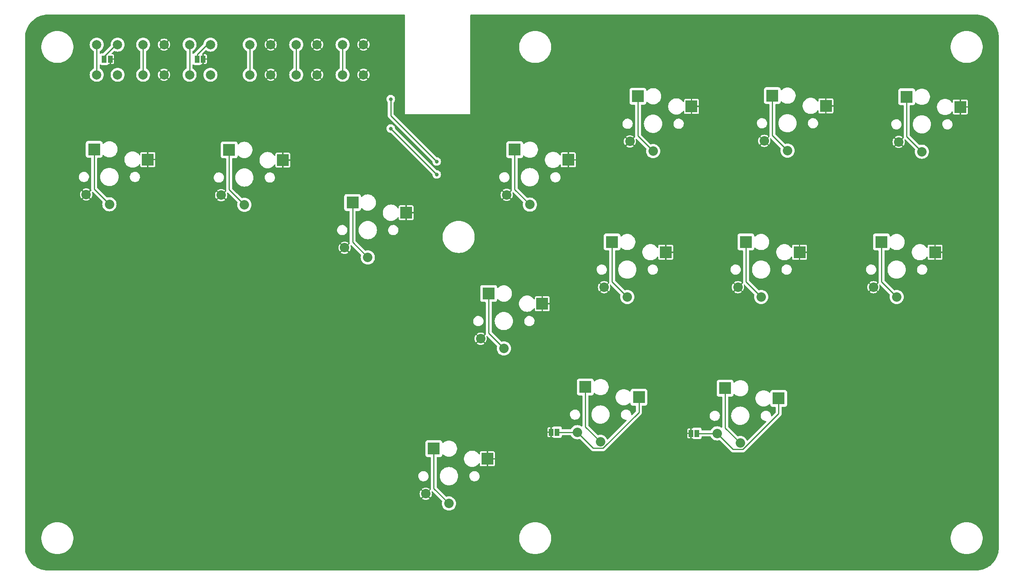
<source format=gbl>
%TF.GenerationSoftware,KiCad,Pcbnew,7.0.2*%
%TF.CreationDate,2023-08-30T11:11:25-04:00*%
%TF.ProjectId,Flatbox-rev5B,466c6174-626f-4782-9d72-657635422e6b,rev?*%
%TF.SameCoordinates,Original*%
%TF.FileFunction,Copper,L2,Bot*%
%TF.FilePolarity,Positive*%
%FSLAX46Y46*%
G04 Gerber Fmt 4.6, Leading zero omitted, Abs format (unit mm)*
G04 Created by KiCad (PCBNEW 7.0.2) date 2023-08-30 11:11:25*
%MOMM*%
%LPD*%
G01*
G04 APERTURE LIST*
%TA.AperFunction,SMDPad,CuDef*%
%ADD10R,2.600000X2.600000*%
%TD*%
%TA.AperFunction,ComponentPad*%
%ADD11C,2.032000*%
%TD*%
%TA.AperFunction,ComponentPad*%
%ADD12C,2.000000*%
%TD*%
%TA.AperFunction,SMDPad,CuDef*%
%ADD13R,1.000000X1.500000*%
%TD*%
%TA.AperFunction,ViaPad*%
%ADD14C,0.800000*%
%TD*%
%TA.AperFunction,Conductor*%
%ADD15C,0.254000*%
%TD*%
G04 APERTURE END LIST*
D10*
X84045000Y-59220000D03*
D11*
X87320000Y-71070000D03*
X82320000Y-68970000D03*
D10*
X95595000Y-61420000D03*
X110645000Y-70570000D03*
D11*
X113920000Y-82420000D03*
X108920000Y-80320000D03*
D10*
X122195000Y-72770000D03*
X128145000Y-123670000D03*
D11*
X131420000Y-135520000D03*
X126420000Y-133420000D03*
D10*
X139695000Y-125870000D03*
X145585000Y-59160000D03*
D11*
X148860000Y-71010000D03*
X143860000Y-68910000D03*
D10*
X157135000Y-61360000D03*
X172145000Y-47630000D03*
D11*
X175420000Y-59480000D03*
X170420000Y-57380000D03*
D10*
X183695000Y-49830000D03*
X201115000Y-47510000D03*
D11*
X204390000Y-59360000D03*
X199390000Y-57260000D03*
D10*
X212665000Y-49710000D03*
X230085000Y-47750000D03*
D11*
X233360000Y-59600000D03*
X228360000Y-57500000D03*
D10*
X241635000Y-49950000D03*
X139975000Y-90200000D03*
D11*
X143250000Y-102050000D03*
X138250000Y-99950000D03*
D10*
X151525000Y-92400000D03*
X166585000Y-79090000D03*
D11*
X169860000Y-90940000D03*
X164860000Y-88840000D03*
D10*
X178135000Y-81290000D03*
X195435000Y-79090000D03*
D11*
X198710000Y-90940000D03*
X193710000Y-88840000D03*
D10*
X206985000Y-81290000D03*
X224645000Y-79090000D03*
D11*
X227920000Y-90940000D03*
X222920000Y-88840000D03*
D10*
X236195000Y-81290000D03*
X54950000Y-59100000D03*
D11*
X58225000Y-70950000D03*
X53225000Y-68850000D03*
D10*
X66500000Y-61300000D03*
D12*
X88500000Y-43000000D03*
X88500000Y-36500000D03*
X93000000Y-43000000D03*
X93000000Y-36500000D03*
X65500000Y-43000000D03*
X65500000Y-36500000D03*
X70000000Y-43000000D03*
X70000000Y-36500000D03*
X98500000Y-43000000D03*
X98500000Y-36500000D03*
X103000000Y-43000000D03*
X103000000Y-36500000D03*
D10*
X160809000Y-110382000D03*
D11*
X164084000Y-122232000D03*
X159084000Y-120132000D03*
D10*
X172359000Y-112582000D03*
X190943111Y-110636000D03*
D11*
X194218111Y-122486000D03*
X189218111Y-120386000D03*
D10*
X202493111Y-112836000D03*
D12*
X108500000Y-43000000D03*
X108500000Y-36500000D03*
X113000000Y-43000000D03*
X113000000Y-36500000D03*
X75500000Y-43000000D03*
X75500000Y-36500000D03*
X80000000Y-43000000D03*
X80000000Y-36500000D03*
X55500000Y-43000000D03*
X55500000Y-36500000D03*
X60000000Y-43000000D03*
X60000000Y-36500000D03*
D13*
X153434000Y-120132000D03*
X154734000Y-120132000D03*
X58420000Y-39624000D03*
X57120000Y-39624000D03*
X183568111Y-120386000D03*
X184868111Y-120386000D03*
X78420000Y-39624000D03*
X77120000Y-39624000D03*
D14*
X117400000Y-34400000D03*
X128778000Y-64516000D03*
X118872000Y-54610000D03*
X128778000Y-61722000D03*
X118872000Y-48258500D03*
D15*
X58225000Y-70950000D02*
X54950000Y-67675000D01*
X54950000Y-67675000D02*
X54950000Y-59100000D01*
X84045000Y-59220000D02*
X84045000Y-67795000D01*
X84045000Y-67795000D02*
X87320000Y-71070000D01*
X110645000Y-70570000D02*
X110645000Y-79145000D01*
X110645000Y-79145000D02*
X113920000Y-82420000D01*
X128145000Y-123670000D02*
X128145000Y-132245000D01*
X128145000Y-132245000D02*
X131420000Y-135520000D01*
X230085000Y-56325000D02*
X233360000Y-59600000D01*
X230085000Y-47750000D02*
X230085000Y-56325000D01*
X201115000Y-47510000D02*
X201115000Y-56085000D01*
X201115000Y-56085000D02*
X204390000Y-59360000D01*
X172145000Y-47630000D02*
X172145000Y-56205000D01*
X172145000Y-56205000D02*
X175420000Y-59480000D01*
X145585000Y-59160000D02*
X145585000Y-67735000D01*
X145585000Y-67735000D02*
X148860000Y-71010000D01*
X166585000Y-79090000D02*
X166585000Y-87665000D01*
X166585000Y-87665000D02*
X169860000Y-90940000D01*
X139975000Y-90200000D02*
X139975000Y-98775000D01*
X139975000Y-98775000D02*
X143250000Y-102050000D01*
X195435000Y-79090000D02*
X195435000Y-87665000D01*
X195435000Y-87665000D02*
X198710000Y-90940000D01*
X224645000Y-87665000D02*
X227920000Y-90940000D01*
X224645000Y-79090000D02*
X224645000Y-87665000D01*
X65500000Y-36500000D02*
X65500000Y-43000000D01*
X160809000Y-110382000D02*
X160809000Y-118957000D01*
X55500000Y-36500000D02*
X55500000Y-43000000D01*
X118872000Y-54610000D02*
X128778000Y-64516000D01*
X160809000Y-118957000D02*
X164084000Y-122232000D01*
X118872000Y-48258500D02*
X118872000Y-51816000D01*
X190943111Y-119211000D02*
X194218111Y-122486000D01*
X118872000Y-51816000D02*
X128778000Y-61722000D01*
X75500000Y-36500000D02*
X75500000Y-43000000D01*
X190943111Y-110636000D02*
X190943111Y-119211000D01*
X88500000Y-36500000D02*
X88500000Y-43000000D01*
X98500000Y-36500000D02*
X98500000Y-43000000D01*
X108500000Y-36500000D02*
X108500000Y-43000000D01*
X57120000Y-39624000D02*
X57120000Y-39020000D01*
X59640000Y-36500000D02*
X60000000Y-36500000D01*
X57120000Y-39020000D02*
X59640000Y-36500000D01*
X77120000Y-38620000D02*
X79240000Y-36500000D01*
X79240000Y-36500000D02*
X80000000Y-36500000D01*
X77120000Y-39624000D02*
X77120000Y-38620000D01*
X164640289Y-123575000D02*
X172359000Y-115856289D01*
X162527000Y-123575000D02*
X164640289Y-123575000D01*
X172359000Y-115856289D02*
X172359000Y-112582000D01*
X159084000Y-120132000D02*
X154734000Y-120132000D01*
X159084000Y-120132000D02*
X162527000Y-123575000D01*
X192661111Y-123829000D02*
X189218111Y-120386000D01*
X184868111Y-120386000D02*
X189218111Y-120386000D01*
X202493111Y-116110289D02*
X194774400Y-123829000D01*
X194774400Y-123829000D02*
X192661111Y-123829000D01*
X202493111Y-112836000D02*
X202493111Y-116110289D01*
%TA.AperFunction,Conductor*%
G36*
X121916621Y-30045502D02*
G01*
X121963114Y-30099158D01*
X121974500Y-30151500D01*
X121974500Y-51469866D01*
X121972398Y-51480434D01*
X121972399Y-51499999D01*
X121972399Y-51500000D01*
X121975472Y-51507419D01*
X121976555Y-51510033D01*
X121980482Y-51519516D01*
X121980483Y-51519517D01*
X122000000Y-51527601D01*
X122000000Y-51527600D01*
X122000001Y-51527601D01*
X122019575Y-51527601D01*
X122030137Y-51525500D01*
X135969863Y-51525500D01*
X135980425Y-51527601D01*
X135999999Y-51527601D01*
X135999999Y-51527600D01*
X136000000Y-51527601D01*
X136019517Y-51519517D01*
X136023445Y-51510033D01*
X136027601Y-51500000D01*
X136027600Y-51499997D01*
X136027601Y-51480434D01*
X136025500Y-51469866D01*
X136025500Y-37187081D01*
X146549500Y-37187081D01*
X146549868Y-37190468D01*
X146549869Y-37190479D01*
X146562721Y-37308650D01*
X146589954Y-37559049D01*
X146590686Y-37562376D01*
X146590687Y-37562380D01*
X146669652Y-37921126D01*
X146669655Y-37921138D01*
X146670387Y-37924462D01*
X146671475Y-37927692D01*
X146671477Y-37927698D01*
X146777882Y-38243496D01*
X146789858Y-38279038D01*
X146791289Y-38282131D01*
X146791291Y-38282136D01*
X146935347Y-38593509D01*
X146946964Y-38618617D01*
X146948724Y-38621542D01*
X146948725Y-38621544D01*
X147122422Y-38910232D01*
X147139864Y-38939220D01*
X147366297Y-39237087D01*
X147368640Y-39239561D01*
X147368649Y-39239571D01*
X147621262Y-39506251D01*
X147621267Y-39506256D01*
X147623608Y-39508727D01*
X147908779Y-39750954D01*
X148218469Y-39960928D01*
X148549045Y-40136189D01*
X148896632Y-40274680D01*
X149131147Y-40339793D01*
X149253866Y-40373866D01*
X149253869Y-40373866D01*
X149257155Y-40374779D01*
X149626387Y-40435311D01*
X149906528Y-40450500D01*
X149908248Y-40450500D01*
X150091752Y-40450500D01*
X150093472Y-40450500D01*
X150373613Y-40435311D01*
X150742845Y-40374779D01*
X151103368Y-40274680D01*
X151450955Y-40136189D01*
X151781531Y-39960928D01*
X152091221Y-39750954D01*
X152376392Y-39508727D01*
X152633703Y-39237087D01*
X152860136Y-38939220D01*
X153053036Y-38618617D01*
X153210142Y-38279038D01*
X153329613Y-37924462D01*
X153410046Y-37559049D01*
X153450500Y-37187081D01*
X239549500Y-37187081D01*
X239549868Y-37190468D01*
X239549869Y-37190479D01*
X239562721Y-37308650D01*
X239589954Y-37559049D01*
X239590686Y-37562376D01*
X239590687Y-37562380D01*
X239669652Y-37921126D01*
X239669655Y-37921138D01*
X239670387Y-37924462D01*
X239671475Y-37927692D01*
X239671477Y-37927698D01*
X239777882Y-38243496D01*
X239789858Y-38279038D01*
X239791289Y-38282131D01*
X239791291Y-38282136D01*
X239935347Y-38593509D01*
X239946964Y-38618617D01*
X239948724Y-38621542D01*
X239948725Y-38621544D01*
X240122422Y-38910232D01*
X240139864Y-38939220D01*
X240366297Y-39237087D01*
X240368640Y-39239561D01*
X240368649Y-39239571D01*
X240621262Y-39506251D01*
X240621267Y-39506256D01*
X240623608Y-39508727D01*
X240908779Y-39750954D01*
X241218469Y-39960928D01*
X241549045Y-40136189D01*
X241896632Y-40274680D01*
X242131147Y-40339793D01*
X242253866Y-40373866D01*
X242253869Y-40373866D01*
X242257155Y-40374779D01*
X242626387Y-40435311D01*
X242906528Y-40450500D01*
X242908248Y-40450500D01*
X243091752Y-40450500D01*
X243093472Y-40450500D01*
X243373613Y-40435311D01*
X243742845Y-40374779D01*
X244103368Y-40274680D01*
X244450955Y-40136189D01*
X244781531Y-39960928D01*
X245091221Y-39750954D01*
X245376392Y-39508727D01*
X245633703Y-39237087D01*
X245860136Y-38939220D01*
X246053036Y-38618617D01*
X246210142Y-38279038D01*
X246329613Y-37924462D01*
X246410046Y-37559049D01*
X246450500Y-37187081D01*
X246450500Y-36812919D01*
X246410046Y-36440951D01*
X246329613Y-36075538D01*
X246210142Y-35720962D01*
X246053036Y-35381383D01*
X245860136Y-35060780D01*
X245633703Y-34762913D01*
X245631357Y-34760437D01*
X245631350Y-34760428D01*
X245378737Y-34493748D01*
X245378731Y-34493742D01*
X245376392Y-34491273D01*
X245091221Y-34249046D01*
X244781531Y-34039072D01*
X244778515Y-34037473D01*
X244778510Y-34037470D01*
X244453966Y-33865407D01*
X244453961Y-33865404D01*
X244450955Y-33863811D01*
X244447788Y-33862549D01*
X244106537Y-33726582D01*
X244106526Y-33726578D01*
X244103368Y-33725320D01*
X244100087Y-33724409D01*
X244100081Y-33724407D01*
X243746133Y-33626133D01*
X243746117Y-33626129D01*
X243742845Y-33625221D01*
X243739488Y-33624670D01*
X243739476Y-33624668D01*
X243376977Y-33565240D01*
X243376968Y-33565239D01*
X243373613Y-33564689D01*
X243370215Y-33564504D01*
X243370208Y-33564504D01*
X243095192Y-33549593D01*
X243095182Y-33549592D01*
X243093472Y-33549500D01*
X242906528Y-33549500D01*
X242904818Y-33549592D01*
X242904807Y-33549593D01*
X242629791Y-33564504D01*
X242629782Y-33564504D01*
X242626387Y-33564689D01*
X242623033Y-33565238D01*
X242623022Y-33565240D01*
X242260523Y-33624668D01*
X242260507Y-33624671D01*
X242257155Y-33625221D01*
X242253886Y-33626128D01*
X242253866Y-33626133D01*
X241899918Y-33724407D01*
X241899907Y-33724410D01*
X241896632Y-33725320D01*
X241893478Y-33726576D01*
X241893462Y-33726582D01*
X241552211Y-33862549D01*
X241552202Y-33862552D01*
X241549045Y-33863811D01*
X241546045Y-33865401D01*
X241546033Y-33865407D01*
X241221489Y-34037470D01*
X241221476Y-34037477D01*
X241218469Y-34039072D01*
X241215649Y-34040983D01*
X241215639Y-34040990D01*
X240911601Y-34247132D01*
X240911593Y-34247137D01*
X240908779Y-34249046D01*
X240906186Y-34251247D01*
X240906180Y-34251253D01*
X240626204Y-34489067D01*
X240626194Y-34489076D01*
X240623608Y-34491273D01*
X240621277Y-34493733D01*
X240621262Y-34493748D01*
X240368649Y-34760428D01*
X240368632Y-34760447D01*
X240366297Y-34762913D01*
X240364230Y-34765631D01*
X240364230Y-34765632D01*
X240141934Y-35058056D01*
X240141927Y-35058064D01*
X240139864Y-35060780D01*
X240138106Y-35063700D01*
X240138099Y-35063712D01*
X239948725Y-35378455D01*
X239948719Y-35378465D01*
X239946964Y-35381383D01*
X239945534Y-35384473D01*
X239945527Y-35384487D01*
X239791291Y-35717863D01*
X239791286Y-35717874D01*
X239789858Y-35720962D01*
X239788772Y-35724184D01*
X239788768Y-35724195D01*
X239671477Y-36072301D01*
X239671473Y-36072312D01*
X239670387Y-36075538D01*
X239669656Y-36078857D01*
X239669652Y-36078873D01*
X239604500Y-36374866D01*
X239589954Y-36440951D01*
X239589585Y-36444341D01*
X239589585Y-36444343D01*
X239549869Y-36809520D01*
X239549868Y-36809532D01*
X239549500Y-36812919D01*
X239549500Y-37187081D01*
X153450500Y-37187081D01*
X153450500Y-36812919D01*
X153410046Y-36440951D01*
X153329613Y-36075538D01*
X153210142Y-35720962D01*
X153053036Y-35381383D01*
X152860136Y-35060780D01*
X152633703Y-34762913D01*
X152631357Y-34760437D01*
X152631350Y-34760428D01*
X152378737Y-34493748D01*
X152378731Y-34493742D01*
X152376392Y-34491273D01*
X152091221Y-34249046D01*
X151781531Y-34039072D01*
X151778515Y-34037473D01*
X151778510Y-34037470D01*
X151453966Y-33865407D01*
X151453961Y-33865404D01*
X151450955Y-33863811D01*
X151447788Y-33862549D01*
X151106537Y-33726582D01*
X151106526Y-33726578D01*
X151103368Y-33725320D01*
X151100087Y-33724409D01*
X151100081Y-33724407D01*
X150746133Y-33626133D01*
X150746117Y-33626129D01*
X150742845Y-33625221D01*
X150739488Y-33624670D01*
X150739476Y-33624668D01*
X150376977Y-33565240D01*
X150376968Y-33565239D01*
X150373613Y-33564689D01*
X150370215Y-33564504D01*
X150370208Y-33564504D01*
X150095192Y-33549593D01*
X150095182Y-33549592D01*
X150093472Y-33549500D01*
X149906528Y-33549500D01*
X149904818Y-33549592D01*
X149904807Y-33549593D01*
X149629791Y-33564504D01*
X149629782Y-33564504D01*
X149626387Y-33564689D01*
X149623033Y-33565238D01*
X149623022Y-33565240D01*
X149260523Y-33624668D01*
X149260507Y-33624671D01*
X149257155Y-33625221D01*
X149253886Y-33626128D01*
X149253866Y-33626133D01*
X148899918Y-33724407D01*
X148899907Y-33724410D01*
X148896632Y-33725320D01*
X148893478Y-33726576D01*
X148893462Y-33726582D01*
X148552211Y-33862549D01*
X148552202Y-33862552D01*
X148549045Y-33863811D01*
X148546045Y-33865401D01*
X148546033Y-33865407D01*
X148221489Y-34037470D01*
X148221476Y-34037477D01*
X148218469Y-34039072D01*
X148215649Y-34040983D01*
X148215639Y-34040990D01*
X147911601Y-34247132D01*
X147911593Y-34247137D01*
X147908779Y-34249046D01*
X147906186Y-34251247D01*
X147906180Y-34251253D01*
X147626204Y-34489067D01*
X147626194Y-34489076D01*
X147623608Y-34491273D01*
X147621277Y-34493733D01*
X147621262Y-34493748D01*
X147368649Y-34760428D01*
X147368632Y-34760447D01*
X147366297Y-34762913D01*
X147364230Y-34765631D01*
X147364230Y-34765632D01*
X147141934Y-35058056D01*
X147141927Y-35058064D01*
X147139864Y-35060780D01*
X147138106Y-35063700D01*
X147138099Y-35063712D01*
X146948725Y-35378455D01*
X146948719Y-35378465D01*
X146946964Y-35381383D01*
X146945534Y-35384473D01*
X146945527Y-35384487D01*
X146791291Y-35717863D01*
X146791286Y-35717874D01*
X146789858Y-35720962D01*
X146788772Y-35724184D01*
X146788768Y-35724195D01*
X146671477Y-36072301D01*
X146671473Y-36072312D01*
X146670387Y-36075538D01*
X146669656Y-36078857D01*
X146669652Y-36078873D01*
X146604500Y-36374866D01*
X146589954Y-36440951D01*
X146589585Y-36444341D01*
X146589585Y-36444343D01*
X146549869Y-36809520D01*
X146549868Y-36809532D01*
X146549500Y-36812919D01*
X146549500Y-37187081D01*
X136025500Y-37187081D01*
X136025500Y-30151500D01*
X136045502Y-30083379D01*
X136099158Y-30036886D01*
X136151500Y-30025500D01*
X244991715Y-30025500D01*
X244997404Y-30025500D01*
X245002611Y-30025608D01*
X245405599Y-30042275D01*
X245415946Y-30043132D01*
X245813611Y-30092702D01*
X245823871Y-30094414D01*
X246216076Y-30176650D01*
X246226144Y-30179199D01*
X246610236Y-30293549D01*
X246620069Y-30296925D01*
X246664562Y-30314286D01*
X246993375Y-30442590D01*
X247002912Y-30446773D01*
X247362918Y-30622769D01*
X247372076Y-30627725D01*
X247716313Y-30832845D01*
X247725032Y-30838541D01*
X248051169Y-31071400D01*
X248059363Y-31077776D01*
X248365170Y-31336781D01*
X248372831Y-31343835D01*
X248656164Y-31627168D01*
X248663218Y-31634829D01*
X248922220Y-31940633D01*
X248928602Y-31948833D01*
X249020328Y-32077302D01*
X249161458Y-32274967D01*
X249167154Y-32283686D01*
X249372274Y-32627923D01*
X249377230Y-32637081D01*
X249553226Y-32997087D01*
X249557409Y-33006624D01*
X249703071Y-33379921D01*
X249706453Y-33389771D01*
X249820796Y-33773841D01*
X249823352Y-33783936D01*
X249905584Y-34176124D01*
X249907298Y-34186395D01*
X249956865Y-34584036D01*
X249957725Y-34594415D01*
X249974392Y-34997387D01*
X249974500Y-35002594D01*
X249974500Y-144997404D01*
X249974392Y-145002611D01*
X249957725Y-145405584D01*
X249956865Y-145415963D01*
X249907298Y-145813604D01*
X249905584Y-145823875D01*
X249823352Y-146216063D01*
X249820796Y-146226158D01*
X249706453Y-146610228D01*
X249703071Y-146620078D01*
X249557409Y-146993375D01*
X249553226Y-147002912D01*
X249377230Y-147362918D01*
X249372274Y-147372076D01*
X249167154Y-147716313D01*
X249161458Y-147725032D01*
X248928609Y-148051157D01*
X248922213Y-148059375D01*
X248663218Y-148365170D01*
X248656164Y-148372831D01*
X248372831Y-148656164D01*
X248365170Y-148663218D01*
X248059375Y-148922213D01*
X248051157Y-148928609D01*
X247725032Y-149161458D01*
X247716313Y-149167154D01*
X247372076Y-149372274D01*
X247362918Y-149377230D01*
X247002912Y-149553226D01*
X246993375Y-149557409D01*
X246620078Y-149703071D01*
X246610228Y-149706453D01*
X246226158Y-149820796D01*
X246216063Y-149823352D01*
X245823875Y-149905584D01*
X245813604Y-149907298D01*
X245415963Y-149956865D01*
X245405584Y-149957725D01*
X245002611Y-149974392D01*
X244997404Y-149974500D01*
X45002596Y-149974500D01*
X44997389Y-149974392D01*
X44594415Y-149957725D01*
X44584036Y-149956865D01*
X44186395Y-149907298D01*
X44176124Y-149905584D01*
X43783936Y-149823352D01*
X43773841Y-149820796D01*
X43389771Y-149706453D01*
X43379921Y-149703071D01*
X43006624Y-149557409D01*
X42997087Y-149553226D01*
X42637081Y-149377230D01*
X42627923Y-149372274D01*
X42283686Y-149167154D01*
X42274967Y-149161458D01*
X42136940Y-149062909D01*
X41948833Y-148928602D01*
X41940633Y-148922220D01*
X41634829Y-148663218D01*
X41627168Y-148656164D01*
X41343835Y-148372831D01*
X41336781Y-148365170D01*
X41239876Y-148250754D01*
X41077776Y-148059363D01*
X41071400Y-148051169D01*
X40838541Y-147725032D01*
X40832845Y-147716313D01*
X40627725Y-147372076D01*
X40622769Y-147362918D01*
X40446773Y-147002912D01*
X40442590Y-146993375D01*
X40296928Y-146620078D01*
X40293546Y-146610228D01*
X40241433Y-146435183D01*
X40179199Y-146226144D01*
X40176650Y-146216076D01*
X40094414Y-145823871D01*
X40092701Y-145813604D01*
X40084892Y-145750954D01*
X40043132Y-145415946D01*
X40042275Y-145405599D01*
X40025608Y-145002611D01*
X40025500Y-144997404D01*
X40025500Y-143187081D01*
X43549500Y-143187081D01*
X43549868Y-143190468D01*
X43549869Y-143190479D01*
X43588787Y-143548325D01*
X43589954Y-143559049D01*
X43590686Y-143562376D01*
X43590687Y-143562380D01*
X43669652Y-143921126D01*
X43669655Y-143921138D01*
X43670387Y-143924462D01*
X43789858Y-144279038D01*
X43946964Y-144618617D01*
X44139864Y-144939220D01*
X44366297Y-145237087D01*
X44368640Y-145239561D01*
X44368649Y-145239571D01*
X44621262Y-145506251D01*
X44621267Y-145506256D01*
X44623608Y-145508727D01*
X44908779Y-145750954D01*
X45218469Y-145960928D01*
X45549045Y-146136189D01*
X45896632Y-146274680D01*
X46131147Y-146339793D01*
X46253866Y-146373866D01*
X46253869Y-146373866D01*
X46257155Y-146374779D01*
X46626387Y-146435311D01*
X46906528Y-146450500D01*
X46908248Y-146450500D01*
X47091752Y-146450500D01*
X47093472Y-146450500D01*
X47373613Y-146435311D01*
X47742845Y-146374779D01*
X48103368Y-146274680D01*
X48450955Y-146136189D01*
X48781531Y-145960928D01*
X49091221Y-145750954D01*
X49376392Y-145508727D01*
X49633703Y-145237087D01*
X49860136Y-144939220D01*
X50053036Y-144618617D01*
X50210142Y-144279038D01*
X50329613Y-143924462D01*
X50410046Y-143559049D01*
X50450500Y-143187081D01*
X146549500Y-143187081D01*
X146549868Y-143190468D01*
X146549869Y-143190479D01*
X146588787Y-143548325D01*
X146589954Y-143559049D01*
X146590686Y-143562376D01*
X146590687Y-143562380D01*
X146669652Y-143921126D01*
X146669655Y-143921138D01*
X146670387Y-143924462D01*
X146789858Y-144279038D01*
X146946964Y-144618617D01*
X147139864Y-144939220D01*
X147366297Y-145237087D01*
X147368640Y-145239561D01*
X147368649Y-145239571D01*
X147621262Y-145506251D01*
X147621267Y-145506256D01*
X147623608Y-145508727D01*
X147908779Y-145750954D01*
X148218469Y-145960928D01*
X148549045Y-146136189D01*
X148896632Y-146274680D01*
X149131147Y-146339793D01*
X149253866Y-146373866D01*
X149253869Y-146373866D01*
X149257155Y-146374779D01*
X149626387Y-146435311D01*
X149906528Y-146450500D01*
X149908248Y-146450500D01*
X150091752Y-146450500D01*
X150093472Y-146450500D01*
X150373613Y-146435311D01*
X150742845Y-146374779D01*
X151103368Y-146274680D01*
X151450955Y-146136189D01*
X151781531Y-145960928D01*
X152091221Y-145750954D01*
X152376392Y-145508727D01*
X152633703Y-145237087D01*
X152860136Y-144939220D01*
X153053036Y-144618617D01*
X153210142Y-144279038D01*
X153329613Y-143924462D01*
X153410046Y-143559049D01*
X153450500Y-143187081D01*
X239549500Y-143187081D01*
X239549868Y-143190468D01*
X239549869Y-143190479D01*
X239588787Y-143548325D01*
X239589954Y-143559049D01*
X239590686Y-143562376D01*
X239590687Y-143562380D01*
X239669652Y-143921126D01*
X239669655Y-143921138D01*
X239670387Y-143924462D01*
X239789858Y-144279038D01*
X239946964Y-144618617D01*
X240139864Y-144939220D01*
X240366297Y-145237087D01*
X240368640Y-145239561D01*
X240368649Y-145239571D01*
X240621262Y-145506251D01*
X240621267Y-145506256D01*
X240623608Y-145508727D01*
X240908779Y-145750954D01*
X241218469Y-145960928D01*
X241549045Y-146136189D01*
X241896632Y-146274680D01*
X242131147Y-146339793D01*
X242253866Y-146373866D01*
X242253869Y-146373866D01*
X242257155Y-146374779D01*
X242626387Y-146435311D01*
X242906528Y-146450500D01*
X242908248Y-146450500D01*
X243091752Y-146450500D01*
X243093472Y-146450500D01*
X243373613Y-146435311D01*
X243742845Y-146374779D01*
X244103368Y-146274680D01*
X244450955Y-146136189D01*
X244781531Y-145960928D01*
X245091221Y-145750954D01*
X245376392Y-145508727D01*
X245633703Y-145237087D01*
X245860136Y-144939220D01*
X246053036Y-144618617D01*
X246210142Y-144279038D01*
X246329613Y-143924462D01*
X246410046Y-143559049D01*
X246450500Y-143187081D01*
X246450500Y-142812919D01*
X246410046Y-142440951D01*
X246329613Y-142075538D01*
X246210142Y-141720962D01*
X246053036Y-141381383D01*
X245860136Y-141060780D01*
X245633703Y-140762913D01*
X245631357Y-140760437D01*
X245631350Y-140760428D01*
X245378737Y-140493748D01*
X245378731Y-140493742D01*
X245376392Y-140491273D01*
X245091221Y-140249046D01*
X244781531Y-140039072D01*
X244778515Y-140037473D01*
X244778510Y-140037470D01*
X244453966Y-139865407D01*
X244453961Y-139865404D01*
X244450955Y-139863811D01*
X244447788Y-139862549D01*
X244106537Y-139726582D01*
X244106526Y-139726578D01*
X244103368Y-139725320D01*
X244100087Y-139724409D01*
X244100081Y-139724407D01*
X243746133Y-139626133D01*
X243746117Y-139626129D01*
X243742845Y-139625221D01*
X243739488Y-139624670D01*
X243739476Y-139624668D01*
X243376977Y-139565240D01*
X243376968Y-139565239D01*
X243373613Y-139564689D01*
X243370215Y-139564504D01*
X243370208Y-139564504D01*
X243095192Y-139549593D01*
X243095182Y-139549592D01*
X243093472Y-139549500D01*
X242906528Y-139549500D01*
X242904818Y-139549592D01*
X242904807Y-139549593D01*
X242629791Y-139564504D01*
X242629782Y-139564504D01*
X242626387Y-139564689D01*
X242623033Y-139565238D01*
X242623022Y-139565240D01*
X242260523Y-139624668D01*
X242260507Y-139624671D01*
X242257155Y-139625221D01*
X242253886Y-139626128D01*
X242253866Y-139626133D01*
X241899918Y-139724407D01*
X241899907Y-139724410D01*
X241896632Y-139725320D01*
X241893478Y-139726576D01*
X241893462Y-139726582D01*
X241552211Y-139862549D01*
X241552202Y-139862552D01*
X241549045Y-139863811D01*
X241546045Y-139865401D01*
X241546033Y-139865407D01*
X241221489Y-140037470D01*
X241221476Y-140037477D01*
X241218469Y-140039072D01*
X241215649Y-140040983D01*
X241215639Y-140040990D01*
X240911601Y-140247132D01*
X240911593Y-140247137D01*
X240908779Y-140249046D01*
X240906186Y-140251247D01*
X240906180Y-140251253D01*
X240626204Y-140489067D01*
X240626194Y-140489076D01*
X240623608Y-140491273D01*
X240621277Y-140493733D01*
X240621262Y-140493748D01*
X240368649Y-140760428D01*
X240368632Y-140760447D01*
X240366297Y-140762913D01*
X240364230Y-140765631D01*
X240364230Y-140765632D01*
X240141934Y-141058056D01*
X240141927Y-141058064D01*
X240139864Y-141060780D01*
X240138106Y-141063700D01*
X240138099Y-141063712D01*
X239948725Y-141378455D01*
X239948719Y-141378465D01*
X239946964Y-141381383D01*
X239945534Y-141384473D01*
X239945527Y-141384487D01*
X239791291Y-141717863D01*
X239791286Y-141717874D01*
X239789858Y-141720962D01*
X239788772Y-141724184D01*
X239788768Y-141724195D01*
X239671477Y-142072301D01*
X239671473Y-142072312D01*
X239670387Y-142075538D01*
X239669656Y-142078857D01*
X239669652Y-142078873D01*
X239590687Y-142437619D01*
X239589954Y-142440951D01*
X239589585Y-142444341D01*
X239589585Y-142444343D01*
X239549869Y-142809520D01*
X239549868Y-142809532D01*
X239549500Y-142812919D01*
X239549500Y-143187081D01*
X153450500Y-143187081D01*
X153450500Y-142812919D01*
X153410046Y-142440951D01*
X153329613Y-142075538D01*
X153210142Y-141720962D01*
X153053036Y-141381383D01*
X152860136Y-141060780D01*
X152633703Y-140762913D01*
X152631357Y-140760437D01*
X152631350Y-140760428D01*
X152378737Y-140493748D01*
X152378731Y-140493742D01*
X152376392Y-140491273D01*
X152091221Y-140249046D01*
X151781531Y-140039072D01*
X151778515Y-140037473D01*
X151778510Y-140037470D01*
X151453966Y-139865407D01*
X151453961Y-139865404D01*
X151450955Y-139863811D01*
X151447788Y-139862549D01*
X151106537Y-139726582D01*
X151106526Y-139726578D01*
X151103368Y-139725320D01*
X151100087Y-139724409D01*
X151100081Y-139724407D01*
X150746133Y-139626133D01*
X150746117Y-139626129D01*
X150742845Y-139625221D01*
X150739488Y-139624670D01*
X150739476Y-139624668D01*
X150376977Y-139565240D01*
X150376968Y-139565239D01*
X150373613Y-139564689D01*
X150370215Y-139564504D01*
X150370208Y-139564504D01*
X150095192Y-139549593D01*
X150095182Y-139549592D01*
X150093472Y-139549500D01*
X149906528Y-139549500D01*
X149904818Y-139549592D01*
X149904807Y-139549593D01*
X149629791Y-139564504D01*
X149629782Y-139564504D01*
X149626387Y-139564689D01*
X149623033Y-139565238D01*
X149623022Y-139565240D01*
X149260523Y-139624668D01*
X149260507Y-139624671D01*
X149257155Y-139625221D01*
X149253886Y-139626128D01*
X149253866Y-139626133D01*
X148899918Y-139724407D01*
X148899907Y-139724410D01*
X148896632Y-139725320D01*
X148893478Y-139726576D01*
X148893462Y-139726582D01*
X148552211Y-139862549D01*
X148552202Y-139862552D01*
X148549045Y-139863811D01*
X148546045Y-139865401D01*
X148546033Y-139865407D01*
X148221489Y-140037470D01*
X148221476Y-140037477D01*
X148218469Y-140039072D01*
X148215649Y-140040983D01*
X148215639Y-140040990D01*
X147911601Y-140247132D01*
X147911593Y-140247137D01*
X147908779Y-140249046D01*
X147906186Y-140251247D01*
X147906180Y-140251253D01*
X147626204Y-140489067D01*
X147626194Y-140489076D01*
X147623608Y-140491273D01*
X147621277Y-140493733D01*
X147621262Y-140493748D01*
X147368649Y-140760428D01*
X147368632Y-140760447D01*
X147366297Y-140762913D01*
X147364230Y-140765631D01*
X147364230Y-140765632D01*
X147141934Y-141058056D01*
X147141927Y-141058064D01*
X147139864Y-141060780D01*
X147138106Y-141063700D01*
X147138099Y-141063712D01*
X146948725Y-141378455D01*
X146948719Y-141378465D01*
X146946964Y-141381383D01*
X146945534Y-141384473D01*
X146945527Y-141384487D01*
X146791291Y-141717863D01*
X146791286Y-141717874D01*
X146789858Y-141720962D01*
X146788772Y-141724184D01*
X146788768Y-141724195D01*
X146671477Y-142072301D01*
X146671473Y-142072312D01*
X146670387Y-142075538D01*
X146669656Y-142078857D01*
X146669652Y-142078873D01*
X146590687Y-142437619D01*
X146589954Y-142440951D01*
X146589585Y-142444341D01*
X146589585Y-142444343D01*
X146549869Y-142809520D01*
X146549868Y-142809532D01*
X146549500Y-142812919D01*
X146549500Y-143187081D01*
X50450500Y-143187081D01*
X50450500Y-142812919D01*
X50410046Y-142440951D01*
X50329613Y-142075538D01*
X50210142Y-141720962D01*
X50053036Y-141381383D01*
X49860136Y-141060780D01*
X49633703Y-140762913D01*
X49631357Y-140760437D01*
X49631350Y-140760428D01*
X49378737Y-140493748D01*
X49378731Y-140493742D01*
X49376392Y-140491273D01*
X49091221Y-140249046D01*
X48781531Y-140039072D01*
X48778515Y-140037473D01*
X48778510Y-140037470D01*
X48453966Y-139865407D01*
X48453961Y-139865404D01*
X48450955Y-139863811D01*
X48447788Y-139862549D01*
X48106537Y-139726582D01*
X48106526Y-139726578D01*
X48103368Y-139725320D01*
X48100087Y-139724409D01*
X48100081Y-139724407D01*
X47746133Y-139626133D01*
X47746117Y-139626129D01*
X47742845Y-139625221D01*
X47739488Y-139624670D01*
X47739476Y-139624668D01*
X47376977Y-139565240D01*
X47376968Y-139565239D01*
X47373613Y-139564689D01*
X47370215Y-139564504D01*
X47370208Y-139564504D01*
X47095192Y-139549593D01*
X47095182Y-139549592D01*
X47093472Y-139549500D01*
X46906528Y-139549500D01*
X46904818Y-139549592D01*
X46904807Y-139549593D01*
X46629791Y-139564504D01*
X46629782Y-139564504D01*
X46626387Y-139564689D01*
X46623033Y-139565238D01*
X46623022Y-139565240D01*
X46260523Y-139624668D01*
X46260507Y-139624671D01*
X46257155Y-139625221D01*
X46253886Y-139626128D01*
X46253866Y-139626133D01*
X45899918Y-139724407D01*
X45899907Y-139724410D01*
X45896632Y-139725320D01*
X45893478Y-139726576D01*
X45893462Y-139726582D01*
X45552211Y-139862549D01*
X45552202Y-139862552D01*
X45549045Y-139863811D01*
X45546045Y-139865401D01*
X45546033Y-139865407D01*
X45221489Y-140037470D01*
X45221476Y-140037477D01*
X45218469Y-140039072D01*
X45215649Y-140040983D01*
X45215639Y-140040990D01*
X44911601Y-140247132D01*
X44911593Y-140247137D01*
X44908779Y-140249046D01*
X44906186Y-140251247D01*
X44906180Y-140251253D01*
X44626204Y-140489067D01*
X44626194Y-140489076D01*
X44623608Y-140491273D01*
X44621277Y-140493733D01*
X44621262Y-140493748D01*
X44368649Y-140760428D01*
X44368632Y-140760447D01*
X44366297Y-140762913D01*
X44364230Y-140765631D01*
X44364230Y-140765632D01*
X44141934Y-141058056D01*
X44141927Y-141058064D01*
X44139864Y-141060780D01*
X44138106Y-141063700D01*
X44138099Y-141063712D01*
X43948725Y-141378455D01*
X43948719Y-141378465D01*
X43946964Y-141381383D01*
X43945534Y-141384473D01*
X43945527Y-141384487D01*
X43791291Y-141717863D01*
X43791286Y-141717874D01*
X43789858Y-141720962D01*
X43788772Y-141724184D01*
X43788768Y-141724195D01*
X43671477Y-142072301D01*
X43671473Y-142072312D01*
X43670387Y-142075538D01*
X43669656Y-142078857D01*
X43669652Y-142078873D01*
X43590687Y-142437619D01*
X43589954Y-142440951D01*
X43589585Y-142444341D01*
X43589585Y-142444343D01*
X43549869Y-142809520D01*
X43549868Y-142809532D01*
X43549500Y-142812919D01*
X43549500Y-143187081D01*
X40025500Y-143187081D01*
X40025500Y-133419999D01*
X125098973Y-133419999D01*
X125119042Y-133649394D01*
X125178640Y-133871817D01*
X125275957Y-134080515D01*
X125387727Y-134240138D01*
X125387729Y-134240138D01*
X125877548Y-133750318D01*
X125926835Y-133827981D01*
X126043790Y-133937809D01*
X126089301Y-133962829D01*
X125599860Y-134452270D01*
X125599860Y-134452271D01*
X125759484Y-134564042D01*
X125968182Y-134661359D01*
X126190605Y-134720957D01*
X126420000Y-134741026D01*
X126649394Y-134720957D01*
X126871817Y-134661359D01*
X127080514Y-134564042D01*
X127240138Y-134452271D01*
X127240138Y-134452269D01*
X126751744Y-133963875D01*
X126858142Y-133886574D01*
X126960410Y-133762954D01*
X126965105Y-133752974D01*
X127452269Y-134240138D01*
X127452271Y-134240138D01*
X127564042Y-134080514D01*
X127661359Y-133871817D01*
X127720957Y-133649394D01*
X127741026Y-133419999D01*
X127720957Y-133190601D01*
X127670296Y-133001536D01*
X127671985Y-132930560D01*
X127711778Y-132871763D01*
X127777043Y-132843815D01*
X127847056Y-132855588D01*
X127881097Y-132879829D01*
X129931819Y-134930551D01*
X129965845Y-134992863D01*
X129965243Y-135049060D01*
X129909613Y-135280777D01*
X129890786Y-135520000D01*
X129909613Y-135759222D01*
X129965631Y-135992553D01*
X130057461Y-136214252D01*
X130173941Y-136404328D01*
X130182840Y-136418849D01*
X130338682Y-136601318D01*
X130521151Y-136757160D01*
X130623450Y-136819850D01*
X130725747Y-136882538D01*
X130725749Y-136882538D01*
X130725751Y-136882540D01*
X130947447Y-136974369D01*
X131180778Y-137030387D01*
X131420000Y-137049214D01*
X131659222Y-137030387D01*
X131892553Y-136974369D01*
X132114249Y-136882540D01*
X132318849Y-136757160D01*
X132501318Y-136601318D01*
X132657160Y-136418849D01*
X132782540Y-136214249D01*
X132874369Y-135992553D01*
X132930387Y-135759222D01*
X132949214Y-135520000D01*
X132930387Y-135280778D01*
X132874369Y-135047447D01*
X132782540Y-134825751D01*
X132657160Y-134621151D01*
X132501318Y-134438682D01*
X132318849Y-134282840D01*
X132304328Y-134273941D01*
X132114252Y-134157461D01*
X131892553Y-134065631D01*
X131659222Y-134009613D01*
X131420000Y-133990786D01*
X131180777Y-134009613D01*
X130949061Y-134065243D01*
X130878153Y-134061696D01*
X130830552Y-134031819D01*
X128817405Y-132018672D01*
X128783379Y-131956360D01*
X128780500Y-131929577D01*
X128780500Y-129619999D01*
X129449980Y-129619999D01*
X129470033Y-129900367D01*
X129529778Y-130175010D01*
X129529781Y-130175018D01*
X129628008Y-130438375D01*
X129628009Y-130438376D01*
X129762716Y-130685075D01*
X129931160Y-130910090D01*
X130129909Y-131108839D01*
X130129912Y-131108841D01*
X130354927Y-131277285D01*
X130601625Y-131411992D01*
X130864982Y-131510219D01*
X130864985Y-131510219D01*
X130864989Y-131510221D01*
X131139632Y-131569966D01*
X131139637Y-131569967D01*
X131349825Y-131585000D01*
X131352082Y-131585000D01*
X131487918Y-131585000D01*
X131490175Y-131585000D01*
X131700363Y-131569967D01*
X131791914Y-131550050D01*
X131975010Y-131510221D01*
X131975011Y-131510220D01*
X131975018Y-131510219D01*
X132238375Y-131411992D01*
X132485073Y-131277285D01*
X132710088Y-131108841D01*
X132908841Y-130910088D01*
X133077285Y-130685073D01*
X133211992Y-130438375D01*
X133310219Y-130175018D01*
X133310614Y-130173205D01*
X133369966Y-129900367D01*
X133369965Y-129900367D01*
X133369967Y-129900363D01*
X133390019Y-129620000D01*
X133386254Y-129567353D01*
X135814842Y-129567353D01*
X135824851Y-129777458D01*
X135874441Y-129981869D01*
X135961820Y-130173205D01*
X136083830Y-130344543D01*
X136083831Y-130344544D01*
X136236063Y-130489697D01*
X136349783Y-130562780D01*
X136413015Y-130603417D01*
X136608287Y-130681593D01*
X136814829Y-130721400D01*
X136969467Y-130721400D01*
X136972468Y-130721400D01*
X137129389Y-130706416D01*
X137331211Y-130647156D01*
X137518170Y-130550771D01*
X137683510Y-130420747D01*
X137821255Y-130261781D01*
X137926426Y-130079619D01*
X137995222Y-129880846D01*
X138025157Y-129672645D01*
X138015148Y-129462541D01*
X137965558Y-129258129D01*
X137878179Y-129066795D01*
X137878179Y-129066794D01*
X137756169Y-128895456D01*
X137756168Y-128895456D01*
X137603937Y-128750303D01*
X137508902Y-128689228D01*
X137426984Y-128636582D01*
X137231712Y-128558406D01*
X137025171Y-128518600D01*
X136867532Y-128518600D01*
X136864557Y-128518884D01*
X136864558Y-128518884D01*
X136710607Y-128533584D01*
X136508789Y-128592843D01*
X136321830Y-128689228D01*
X136156489Y-128819254D01*
X136018744Y-128978219D01*
X135913574Y-129160380D01*
X135844777Y-129359156D01*
X135814842Y-129567353D01*
X133386254Y-129567353D01*
X133369967Y-129339637D01*
X133330972Y-129160380D01*
X133310221Y-129064989D01*
X133310219Y-129064985D01*
X133310219Y-129064982D01*
X133211992Y-128801625D01*
X133077285Y-128554927D01*
X132908841Y-128329912D01*
X132908839Y-128329909D01*
X132710090Y-128131160D01*
X132485075Y-127962716D01*
X132443473Y-127940000D01*
X132238375Y-127828008D01*
X131975018Y-127729781D01*
X131975010Y-127729778D01*
X131700367Y-127670033D01*
X131492425Y-127655160D01*
X131492399Y-127655159D01*
X131490175Y-127655000D01*
X131349825Y-127655000D01*
X131347601Y-127655159D01*
X131347574Y-127655160D01*
X131139632Y-127670033D01*
X130864989Y-127729778D01*
X130705646Y-127789210D01*
X130601625Y-127828008D01*
X130601623Y-127828008D01*
X130601623Y-127828009D01*
X130354924Y-127962716D01*
X130129909Y-128131160D01*
X129931160Y-128329909D01*
X129762716Y-128554924D01*
X129628009Y-128801623D01*
X129529778Y-129064989D01*
X129470033Y-129339632D01*
X129449980Y-129619999D01*
X128780500Y-129619999D01*
X128780500Y-126001182D01*
X134669500Y-126001182D01*
X134708604Y-126260615D01*
X134708605Y-126260618D01*
X134785936Y-126511323D01*
X134899772Y-126747704D01*
X135047563Y-126964474D01*
X135047565Y-126964476D01*
X135047567Y-126964479D01*
X135226019Y-127156805D01*
X135431143Y-127320386D01*
X135658357Y-127451568D01*
X135902584Y-127547420D01*
X136158370Y-127605802D01*
X136354506Y-127620500D01*
X136356859Y-127620500D01*
X136483141Y-127620500D01*
X136485494Y-127620500D01*
X136681630Y-127605802D01*
X136937416Y-127547420D01*
X137181643Y-127451568D01*
X137408857Y-127320386D01*
X137613981Y-127156805D01*
X137792433Y-126964479D01*
X137864897Y-126858193D01*
X137919793Y-126813181D01*
X137990316Y-126804991D01*
X138054071Y-126836229D01*
X138090817Y-126896977D01*
X138095000Y-126929175D01*
X138095000Y-127211155D01*
X138095420Y-127218407D01*
X138097909Y-127239876D01*
X138143212Y-127342478D01*
X138222520Y-127421786D01*
X138325122Y-127467089D01*
X138346592Y-127469579D01*
X138353853Y-127469999D01*
X139545000Y-127469999D01*
X139545000Y-126020000D01*
X139845000Y-126020000D01*
X139845000Y-127469999D01*
X141036155Y-127469999D01*
X141043407Y-127469579D01*
X141064876Y-127467090D01*
X141167478Y-127421787D01*
X141246786Y-127342479D01*
X141292089Y-127239877D01*
X141294579Y-127218407D01*
X141295000Y-127211146D01*
X141295000Y-126020000D01*
X139845000Y-126020000D01*
X139545000Y-126020000D01*
X139545000Y-124270000D01*
X139845000Y-124270000D01*
X139845000Y-125720000D01*
X141294999Y-125720000D01*
X141294999Y-124528844D01*
X141294579Y-124521592D01*
X141292090Y-124500123D01*
X141246787Y-124397521D01*
X141167479Y-124318213D01*
X141064877Y-124272910D01*
X141043407Y-124270420D01*
X141036146Y-124270000D01*
X139845000Y-124270000D01*
X139545000Y-124270000D01*
X138353844Y-124270000D01*
X138346592Y-124270420D01*
X138325123Y-124272909D01*
X138222521Y-124318212D01*
X138143213Y-124397520D01*
X138097910Y-124500122D01*
X138095420Y-124521592D01*
X138095000Y-124528853D01*
X138095000Y-124810823D01*
X138074998Y-124878944D01*
X138021342Y-124925437D01*
X137951068Y-124935541D01*
X137886488Y-124906047D01*
X137864894Y-124881801D01*
X137792436Y-124775525D01*
X137792434Y-124775523D01*
X137792433Y-124775521D01*
X137613981Y-124583195D01*
X137408857Y-124419614D01*
X137181643Y-124288432D01*
X137091267Y-124252962D01*
X136937417Y-124192580D01*
X136681630Y-124134198D01*
X136487836Y-124119675D01*
X136487822Y-124119674D01*
X136485494Y-124119500D01*
X136354506Y-124119500D01*
X136352178Y-124119674D01*
X136352163Y-124119675D01*
X136158369Y-124134198D01*
X135902582Y-124192580D01*
X135658356Y-124288432D01*
X135435899Y-124416868D01*
X135431143Y-124419614D01*
X135226019Y-124583195D01*
X135185831Y-124626508D01*
X135047563Y-124775525D01*
X134899772Y-124992295D01*
X134785936Y-125228676D01*
X134710885Y-125471989D01*
X134708604Y-125479385D01*
X134669500Y-125738818D01*
X134669500Y-126001182D01*
X128780500Y-126001182D01*
X128780500Y-125604500D01*
X128800502Y-125536379D01*
X128854158Y-125489886D01*
X128906500Y-125478500D01*
X129490269Y-125478500D01*
X129493638Y-125478500D01*
X129554201Y-125471989D01*
X129691204Y-125420889D01*
X129808261Y-125333261D01*
X129895889Y-125216204D01*
X129946989Y-125079201D01*
X129953500Y-125018638D01*
X129953500Y-124984141D01*
X129973502Y-124916020D01*
X130027158Y-124869527D01*
X130097432Y-124859423D01*
X130162012Y-124888917D01*
X130171858Y-124898433D01*
X130226019Y-124956805D01*
X130431143Y-125120386D01*
X130658357Y-125251568D01*
X130902584Y-125347420D01*
X131158370Y-125405802D01*
X131354506Y-125420500D01*
X131356859Y-125420500D01*
X131483141Y-125420500D01*
X131485494Y-125420500D01*
X131681630Y-125405802D01*
X131937416Y-125347420D01*
X132181643Y-125251568D01*
X132408857Y-125120386D01*
X132613981Y-124956805D01*
X132792433Y-124764479D01*
X132940228Y-124547704D01*
X133054063Y-124311323D01*
X133131396Y-124060615D01*
X133170500Y-123801182D01*
X133170500Y-123538818D01*
X133131396Y-123279385D01*
X133054063Y-123028677D01*
X132940228Y-122792296D01*
X132792433Y-122575521D01*
X132613981Y-122383195D01*
X132408857Y-122219614D01*
X132181643Y-122088432D01*
X132181642Y-122088432D01*
X131937417Y-121992580D01*
X131681630Y-121934198D01*
X131487836Y-121919675D01*
X131487822Y-121919674D01*
X131485494Y-121919500D01*
X131354506Y-121919500D01*
X131352178Y-121919674D01*
X131352163Y-121919675D01*
X131158369Y-121934198D01*
X130902582Y-121992580D01*
X130658356Y-122088432D01*
X130431146Y-122219612D01*
X130431143Y-122219614D01*
X130226019Y-122383195D01*
X130226016Y-122383197D01*
X130226016Y-122383198D01*
X130171864Y-122441560D01*
X130110868Y-122477891D01*
X130039912Y-122475477D01*
X129981525Y-122435085D01*
X129954245Y-122369539D01*
X129953500Y-122355858D01*
X129953500Y-122324730D01*
X129953500Y-122324729D01*
X129953500Y-122321362D01*
X129946989Y-122260799D01*
X129895889Y-122123796D01*
X129869416Y-122088432D01*
X129808261Y-122006738D01*
X129691205Y-121919111D01*
X129585730Y-121879771D01*
X129554201Y-121868011D01*
X129493638Y-121861500D01*
X126796362Y-121861500D01*
X126793013Y-121861859D01*
X126793013Y-121861860D01*
X126735799Y-121868011D01*
X126598794Y-121919111D01*
X126481738Y-122006738D01*
X126394111Y-122123794D01*
X126348241Y-122246777D01*
X126343011Y-122260799D01*
X126336500Y-122321362D01*
X126336500Y-125018638D01*
X126343011Y-125079201D01*
X126358373Y-125120387D01*
X126394111Y-125216205D01*
X126481738Y-125333261D01*
X126598794Y-125420888D01*
X126598795Y-125420888D01*
X126598796Y-125420889D01*
X126735799Y-125471989D01*
X126796362Y-125478500D01*
X127383500Y-125478500D01*
X127451621Y-125498502D01*
X127498114Y-125552158D01*
X127509500Y-125604500D01*
X127509500Y-132160930D01*
X127507199Y-132181771D01*
X127509438Y-132253011D01*
X127509500Y-132256969D01*
X127509500Y-132284983D01*
X127509995Y-132288903D01*
X127509996Y-132288919D01*
X127510012Y-132289045D01*
X127510940Y-132300850D01*
X127512334Y-132345205D01*
X127518014Y-132364755D01*
X127522022Y-132384110D01*
X127524573Y-132404300D01*
X127532272Y-132423746D01*
X127538751Y-132494446D01*
X127505978Y-132557426D01*
X127479623Y-132572507D01*
X126962450Y-133089680D01*
X126913165Y-133012019D01*
X126796210Y-132902191D01*
X126750696Y-132877169D01*
X127240138Y-132387728D01*
X127240138Y-132387727D01*
X127080515Y-132275957D01*
X126871817Y-132178640D01*
X126649394Y-132119042D01*
X126420000Y-132098973D01*
X126190601Y-132119042D01*
X125968185Y-132178640D01*
X125759487Y-132275957D01*
X125599860Y-132387727D01*
X126088255Y-132876123D01*
X125981858Y-132953426D01*
X125879590Y-133077046D01*
X125874893Y-133087025D01*
X125387728Y-132599860D01*
X125275957Y-132759487D01*
X125178640Y-132968185D01*
X125119042Y-133190601D01*
X125098973Y-133419999D01*
X40025500Y-133419999D01*
X40025500Y-129567353D01*
X124814842Y-129567353D01*
X124824851Y-129777458D01*
X124874441Y-129981869D01*
X124961820Y-130173205D01*
X125083830Y-130344543D01*
X125083831Y-130344544D01*
X125236063Y-130489697D01*
X125349783Y-130562780D01*
X125413015Y-130603417D01*
X125608287Y-130681593D01*
X125814829Y-130721400D01*
X125969467Y-130721400D01*
X125972468Y-130721400D01*
X126129389Y-130706416D01*
X126331211Y-130647156D01*
X126518170Y-130550771D01*
X126683510Y-130420747D01*
X126821255Y-130261781D01*
X126926426Y-130079619D01*
X126995222Y-129880846D01*
X127025157Y-129672645D01*
X127015148Y-129462541D01*
X126965558Y-129258129D01*
X126878179Y-129066795D01*
X126878179Y-129066794D01*
X126756169Y-128895456D01*
X126603937Y-128750303D01*
X126508902Y-128689228D01*
X126426984Y-128636582D01*
X126231712Y-128558406D01*
X126025171Y-128518600D01*
X125867532Y-128518600D01*
X125864557Y-128518884D01*
X125864558Y-128518884D01*
X125710607Y-128533584D01*
X125508789Y-128592843D01*
X125321830Y-128689228D01*
X125156489Y-128819254D01*
X125018744Y-128978219D01*
X124913574Y-129160380D01*
X124844777Y-129359156D01*
X124814842Y-129567353D01*
X40025500Y-129567353D01*
X40025500Y-120282000D01*
X152634001Y-120282000D01*
X152634001Y-120923155D01*
X152634420Y-120930407D01*
X152636909Y-120951876D01*
X152682212Y-121054478D01*
X152761520Y-121133786D01*
X152864122Y-121179089D01*
X152885592Y-121181579D01*
X152892853Y-121181999D01*
X153284000Y-121181999D01*
X153584000Y-121181999D01*
X153760310Y-121181999D01*
X153828431Y-121202001D01*
X153861177Y-121232488D01*
X153870739Y-121245261D01*
X153987794Y-121332888D01*
X153987795Y-121332888D01*
X153987796Y-121332889D01*
X154124799Y-121383989D01*
X154185362Y-121390500D01*
X154188731Y-121390500D01*
X155279269Y-121390500D01*
X155282638Y-121390500D01*
X155343201Y-121383989D01*
X155480204Y-121332889D01*
X155597261Y-121245261D01*
X155684889Y-121128204D01*
X155735989Y-120991201D01*
X155742500Y-120930638D01*
X155742500Y-120893500D01*
X155762502Y-120825379D01*
X155816158Y-120778886D01*
X155868500Y-120767500D01*
X157614895Y-120767500D01*
X157683016Y-120787502D01*
X157722327Y-120827665D01*
X157785430Y-120930638D01*
X157846840Y-121030849D01*
X158002682Y-121213318D01*
X158185151Y-121369160D01*
X158287451Y-121431850D01*
X158389747Y-121494538D01*
X158389749Y-121494538D01*
X158389751Y-121494540D01*
X158611447Y-121586369D01*
X158844778Y-121642387D01*
X159084000Y-121661214D01*
X159323222Y-121642387D01*
X159554940Y-121586756D01*
X159625846Y-121590303D01*
X159673448Y-121620180D01*
X162018183Y-123964915D01*
X162031300Y-123981287D01*
X162083281Y-124030100D01*
X162086123Y-124032855D01*
X162105906Y-124052638D01*
X162109031Y-124055062D01*
X162109032Y-124055063D01*
X162109121Y-124055132D01*
X162118141Y-124062836D01*
X162150494Y-124093217D01*
X162168335Y-124103025D01*
X162184853Y-124113876D01*
X162200933Y-124126349D01*
X162241658Y-124143972D01*
X162252303Y-124149187D01*
X162291197Y-124170569D01*
X162310918Y-124175632D01*
X162329609Y-124182032D01*
X162348292Y-124190117D01*
X162392114Y-124197057D01*
X162403741Y-124199465D01*
X162446717Y-124210500D01*
X162446718Y-124210500D01*
X162467066Y-124210500D01*
X162486775Y-124212050D01*
X162506879Y-124215235D01*
X162551055Y-124211059D01*
X162562914Y-124210500D01*
X164556220Y-124210500D01*
X164577058Y-124212800D01*
X164580005Y-124212707D01*
X164580008Y-124212708D01*
X164648301Y-124210561D01*
X164652258Y-124210500D01*
X164676316Y-124210500D01*
X164680272Y-124210500D01*
X164684284Y-124209992D01*
X164684293Y-124209992D01*
X164696137Y-124209058D01*
X164740494Y-124207665D01*
X164760033Y-124201987D01*
X164779391Y-124197978D01*
X164799588Y-124195427D01*
X164840844Y-124179092D01*
X164852054Y-124175253D01*
X164894682Y-124162869D01*
X164912196Y-124152510D01*
X164929956Y-124143810D01*
X164948875Y-124136320D01*
X164948875Y-124136319D01*
X164948877Y-124136319D01*
X164984788Y-124110227D01*
X164994688Y-124103724D01*
X165032887Y-124081134D01*
X165047275Y-124066745D01*
X165062310Y-124053904D01*
X165078776Y-124041942D01*
X165107077Y-124007729D01*
X165115046Y-123998973D01*
X168578019Y-120536000D01*
X182768112Y-120536000D01*
X182768112Y-121177155D01*
X182768531Y-121184407D01*
X182771020Y-121205876D01*
X182816323Y-121308478D01*
X182895631Y-121387786D01*
X182998233Y-121433089D01*
X183019703Y-121435579D01*
X183026964Y-121435999D01*
X183418111Y-121435999D01*
X183718111Y-121435999D01*
X183894421Y-121435999D01*
X183962542Y-121456001D01*
X183995288Y-121486488D01*
X184004850Y-121499261D01*
X184121905Y-121586888D01*
X184121906Y-121586888D01*
X184121907Y-121586889D01*
X184258910Y-121637989D01*
X184319473Y-121644500D01*
X184322842Y-121644500D01*
X185413380Y-121644500D01*
X185416749Y-121644500D01*
X185477312Y-121637989D01*
X185614315Y-121586889D01*
X185731372Y-121499261D01*
X185819000Y-121382204D01*
X185870100Y-121245201D01*
X185876611Y-121184638D01*
X185876611Y-121147500D01*
X185896613Y-121079379D01*
X185950269Y-121032886D01*
X186002611Y-121021500D01*
X187749006Y-121021500D01*
X187817127Y-121041502D01*
X187856438Y-121081665D01*
X187919541Y-121184638D01*
X187980951Y-121284849D01*
X188136793Y-121467318D01*
X188319262Y-121623160D01*
X188381360Y-121661214D01*
X188523858Y-121748538D01*
X188523860Y-121748538D01*
X188523862Y-121748540D01*
X188745558Y-121840369D01*
X188978889Y-121896387D01*
X189218111Y-121915214D01*
X189457333Y-121896387D01*
X189689051Y-121840756D01*
X189759957Y-121844303D01*
X189807559Y-121874180D01*
X192152294Y-124218915D01*
X192165411Y-124235287D01*
X192217392Y-124284100D01*
X192220234Y-124286855D01*
X192240017Y-124306638D01*
X192243142Y-124309062D01*
X192243143Y-124309063D01*
X192243232Y-124309132D01*
X192252252Y-124316836D01*
X192284605Y-124347217D01*
X192302446Y-124357025D01*
X192318964Y-124367876D01*
X192335044Y-124380349D01*
X192375769Y-124397972D01*
X192386414Y-124403187D01*
X192425308Y-124424569D01*
X192445029Y-124429632D01*
X192463720Y-124436032D01*
X192482403Y-124444117D01*
X192526225Y-124451057D01*
X192537852Y-124453465D01*
X192580828Y-124464500D01*
X192580829Y-124464500D01*
X192601177Y-124464500D01*
X192620886Y-124466050D01*
X192640990Y-124469235D01*
X192685166Y-124465059D01*
X192697025Y-124464500D01*
X194690331Y-124464500D01*
X194711169Y-124466800D01*
X194714116Y-124466707D01*
X194714119Y-124466708D01*
X194782412Y-124464561D01*
X194786369Y-124464500D01*
X194810427Y-124464500D01*
X194814383Y-124464500D01*
X194818395Y-124463992D01*
X194818404Y-124463992D01*
X194830248Y-124463058D01*
X194874605Y-124461665D01*
X194894144Y-124455987D01*
X194913502Y-124451978D01*
X194933699Y-124449427D01*
X194974955Y-124433092D01*
X194986165Y-124429253D01*
X195028793Y-124416869D01*
X195046307Y-124406510D01*
X195064067Y-124397810D01*
X195082986Y-124390320D01*
X195082986Y-124390319D01*
X195082988Y-124390319D01*
X195118899Y-124364227D01*
X195128799Y-124357724D01*
X195166998Y-124335134D01*
X195181386Y-124320745D01*
X195196421Y-124307904D01*
X195212887Y-124295942D01*
X195241188Y-124261729D01*
X195249157Y-124252973D01*
X202883029Y-116619102D01*
X202899392Y-116605994D01*
X202901411Y-116603843D01*
X202901414Y-116603842D01*
X202948214Y-116554003D01*
X202950906Y-116551225D01*
X202970750Y-116531383D01*
X202973235Y-116528178D01*
X202980949Y-116519144D01*
X203011328Y-116486795D01*
X203021130Y-116468963D01*
X203031986Y-116452438D01*
X203044460Y-116436357D01*
X203044459Y-116436357D01*
X203044461Y-116436356D01*
X203062087Y-116395622D01*
X203067301Y-116384978D01*
X203088680Y-116346092D01*
X203093740Y-116326378D01*
X203100144Y-116307675D01*
X203108228Y-116288997D01*
X203115168Y-116245172D01*
X203117573Y-116233554D01*
X203128611Y-116190571D01*
X203128611Y-116170223D01*
X203130162Y-116150512D01*
X203133346Y-116130410D01*
X203129170Y-116086233D01*
X203128611Y-116074375D01*
X203128611Y-114770500D01*
X203148613Y-114702379D01*
X203202269Y-114655886D01*
X203254611Y-114644500D01*
X203838380Y-114644500D01*
X203841749Y-114644500D01*
X203902312Y-114637989D01*
X204039315Y-114586889D01*
X204156372Y-114499261D01*
X204244000Y-114382204D01*
X204295100Y-114245201D01*
X204301611Y-114184638D01*
X204301611Y-111487362D01*
X204295100Y-111426799D01*
X204244000Y-111289796D01*
X204234663Y-111277323D01*
X204156372Y-111172738D01*
X204039316Y-111085111D01*
X203970813Y-111059561D01*
X203902312Y-111034011D01*
X203841749Y-111027500D01*
X201144473Y-111027500D01*
X201141124Y-111027859D01*
X201141124Y-111027860D01*
X201083910Y-111034011D01*
X200946905Y-111085111D01*
X200829849Y-111172738D01*
X200742222Y-111289794D01*
X200691122Y-111426799D01*
X200684611Y-111487362D01*
X200684611Y-111490729D01*
X200684611Y-111490730D01*
X200684611Y-111521858D01*
X200664609Y-111589979D01*
X200610953Y-111636472D01*
X200540679Y-111646576D01*
X200476099Y-111617082D01*
X200466247Y-111607560D01*
X200449934Y-111589979D01*
X200412092Y-111549195D01*
X200206968Y-111385614D01*
X199979754Y-111254432D01*
X199934650Y-111236730D01*
X199735528Y-111158580D01*
X199479741Y-111100198D01*
X199285947Y-111085675D01*
X199285933Y-111085674D01*
X199283605Y-111085500D01*
X199152617Y-111085500D01*
X199150289Y-111085674D01*
X199150274Y-111085675D01*
X198956480Y-111100198D01*
X198700693Y-111158580D01*
X198456467Y-111254432D01*
X198234696Y-111382472D01*
X198229254Y-111385614D01*
X198024130Y-111549195D01*
X197887784Y-111696141D01*
X197845674Y-111741525D01*
X197697883Y-111958295D01*
X197584047Y-112194676D01*
X197508996Y-112437989D01*
X197506715Y-112445385D01*
X197467611Y-112704818D01*
X197467611Y-112967182D01*
X197506715Y-113226615D01*
X197506716Y-113226618D01*
X197584047Y-113477323D01*
X197697883Y-113713704D01*
X197845674Y-113930474D01*
X197845676Y-113930476D01*
X197845678Y-113930479D01*
X198024130Y-114122805D01*
X198229254Y-114286386D01*
X198456468Y-114417568D01*
X198700695Y-114513420D01*
X198956481Y-114571802D01*
X199152617Y-114586500D01*
X199154970Y-114586500D01*
X199281252Y-114586500D01*
X199283605Y-114586500D01*
X199479741Y-114571802D01*
X199735527Y-114513420D01*
X199979754Y-114417568D01*
X200206968Y-114286386D01*
X200412092Y-114122805D01*
X200466247Y-114064439D01*
X200527242Y-114028108D01*
X200598198Y-114030521D01*
X200656585Y-114070913D01*
X200683866Y-114136459D01*
X200684611Y-114150140D01*
X200684611Y-114184638D01*
X200691122Y-114245201D01*
X200706484Y-114286387D01*
X200742222Y-114382205D01*
X200829849Y-114499261D01*
X200946905Y-114586888D01*
X200946906Y-114586888D01*
X200946907Y-114586889D01*
X201083910Y-114637989D01*
X201144473Y-114644500D01*
X201731611Y-114644500D01*
X201799732Y-114664502D01*
X201846225Y-114718158D01*
X201857611Y-114770500D01*
X201857611Y-115794866D01*
X201837609Y-115862987D01*
X201820710Y-115883956D01*
X201427284Y-116277383D01*
X201035705Y-116668962D01*
X200973393Y-116702987D01*
X200902577Y-116697922D01*
X200845742Y-116655375D01*
X200820931Y-116588855D01*
X200820753Y-116585861D01*
X200819237Y-116554040D01*
X200813259Y-116428541D01*
X200763669Y-116224129D01*
X200689982Y-116062776D01*
X200676290Y-116032794D01*
X200554280Y-115861456D01*
X200517430Y-115826320D01*
X200402048Y-115716303D01*
X200307013Y-115655228D01*
X200225095Y-115602582D01*
X200029823Y-115524406D01*
X199823282Y-115484600D01*
X199665643Y-115484600D01*
X199662668Y-115484884D01*
X199662669Y-115484884D01*
X199508718Y-115499584D01*
X199306900Y-115558843D01*
X199119941Y-115655228D01*
X198983700Y-115762369D01*
X198962815Y-115778794D01*
X198954600Y-115785254D01*
X198816855Y-115944219D01*
X198711685Y-116126380D01*
X198642888Y-116325156D01*
X198612953Y-116533353D01*
X198622962Y-116743458D01*
X198672552Y-116947869D01*
X198759931Y-117139205D01*
X198847923Y-117262771D01*
X198881942Y-117310544D01*
X199034174Y-117455697D01*
X199147893Y-117528780D01*
X199211126Y-117569417D01*
X199406398Y-117647593D01*
X199612940Y-117687400D01*
X199713076Y-117687400D01*
X199781197Y-117707402D01*
X199827690Y-117761058D01*
X199837794Y-117831332D01*
X199808300Y-117895912D01*
X199802171Y-117902495D01*
X195811309Y-121893357D01*
X195748997Y-121927383D01*
X195678182Y-121922318D01*
X195621346Y-121879771D01*
X195605805Y-121852479D01*
X195602418Y-121844303D01*
X195580651Y-121791751D01*
X195561843Y-121761060D01*
X195538857Y-121723551D01*
X195455271Y-121587151D01*
X195299429Y-121404682D01*
X195116960Y-121248840D01*
X195046850Y-121205876D01*
X194912363Y-121123461D01*
X194690664Y-121031631D01*
X194457333Y-120975613D01*
X194218111Y-120956786D01*
X193978888Y-120975613D01*
X193747172Y-121031243D01*
X193676264Y-121027696D01*
X193628663Y-120997819D01*
X191615515Y-118984671D01*
X191581489Y-118922359D01*
X191578611Y-118895585D01*
X191578611Y-116586000D01*
X192248091Y-116586000D01*
X192268144Y-116866367D01*
X192327889Y-117141010D01*
X192327892Y-117141018D01*
X192426119Y-117404375D01*
X192538111Y-117609473D01*
X192560827Y-117651075D01*
X192729271Y-117876090D01*
X192928020Y-118074839D01*
X193124900Y-118222221D01*
X193153038Y-118243285D01*
X193399736Y-118377992D01*
X193663093Y-118476219D01*
X193663096Y-118476219D01*
X193663100Y-118476221D01*
X193937743Y-118535966D01*
X193937748Y-118535967D01*
X194147936Y-118551000D01*
X194150193Y-118551000D01*
X194286029Y-118551000D01*
X194288286Y-118551000D01*
X194498474Y-118535967D01*
X194590025Y-118516051D01*
X194773121Y-118476221D01*
X194773122Y-118476220D01*
X194773129Y-118476219D01*
X195036486Y-118377992D01*
X195283184Y-118243285D01*
X195508199Y-118074841D01*
X195706952Y-117876088D01*
X195875396Y-117651073D01*
X196010103Y-117404375D01*
X196108330Y-117141018D01*
X196108725Y-117139205D01*
X196168077Y-116866367D01*
X196168076Y-116866367D01*
X196168078Y-116866363D01*
X196188130Y-116586000D01*
X196168078Y-116305637D01*
X196168077Y-116305632D01*
X196108332Y-116030989D01*
X196108330Y-116030985D01*
X196108330Y-116030982D01*
X196010103Y-115767625D01*
X195875396Y-115520927D01*
X195869929Y-115513623D01*
X195706950Y-115295909D01*
X195508201Y-115097160D01*
X195283186Y-114928716D01*
X195126501Y-114843160D01*
X195036486Y-114794008D01*
X194773129Y-114695781D01*
X194773121Y-114695778D01*
X194498478Y-114636033D01*
X194290536Y-114621160D01*
X194290510Y-114621159D01*
X194288286Y-114621000D01*
X194147936Y-114621000D01*
X194145712Y-114621159D01*
X194145685Y-114621160D01*
X193937743Y-114636033D01*
X193663100Y-114695778D01*
X193503757Y-114755210D01*
X193399736Y-114794008D01*
X193399734Y-114794008D01*
X193399734Y-114794009D01*
X193153035Y-114928716D01*
X192928020Y-115097160D01*
X192729271Y-115295909D01*
X192560827Y-115520924D01*
X192468386Y-115690219D01*
X192426119Y-115767625D01*
X192396493Y-115847056D01*
X192327889Y-116030989D01*
X192268144Y-116305632D01*
X192248091Y-116586000D01*
X191578611Y-116586000D01*
X191578611Y-112570499D01*
X191598613Y-112502379D01*
X191652269Y-112455886D01*
X191704611Y-112444500D01*
X192288380Y-112444500D01*
X192291749Y-112444500D01*
X192352312Y-112437989D01*
X192489315Y-112386889D01*
X192606372Y-112299261D01*
X192694000Y-112182204D01*
X192745100Y-112045201D01*
X192751611Y-111984638D01*
X192751611Y-111950140D01*
X192771613Y-111882020D01*
X192825269Y-111835527D01*
X192895543Y-111825423D01*
X192960123Y-111854917D01*
X192969969Y-111864433D01*
X193024130Y-111922805D01*
X193229254Y-112086386D01*
X193456468Y-112217568D01*
X193700695Y-112313420D01*
X193956481Y-112371802D01*
X194152617Y-112386500D01*
X194154970Y-112386500D01*
X194281252Y-112386500D01*
X194283605Y-112386500D01*
X194479741Y-112371802D01*
X194735527Y-112313420D01*
X194979754Y-112217568D01*
X195206968Y-112086386D01*
X195412092Y-111922805D01*
X195590544Y-111730479D01*
X195738339Y-111513704D01*
X195852174Y-111277323D01*
X195929507Y-111026615D01*
X195968611Y-110767182D01*
X195968611Y-110504818D01*
X195929507Y-110245385D01*
X195852174Y-109994677D01*
X195738339Y-109758296D01*
X195590544Y-109541521D01*
X195412092Y-109349195D01*
X195206968Y-109185614D01*
X194979754Y-109054432D01*
X194934650Y-109036730D01*
X194735528Y-108958580D01*
X194479741Y-108900198D01*
X194285947Y-108885675D01*
X194285933Y-108885674D01*
X194283605Y-108885500D01*
X194152617Y-108885500D01*
X194150289Y-108885674D01*
X194150274Y-108885675D01*
X193956480Y-108900198D01*
X193700693Y-108958580D01*
X193456467Y-109054432D01*
X193295988Y-109147085D01*
X193229254Y-109185614D01*
X193024130Y-109349195D01*
X193024127Y-109349197D01*
X193024127Y-109349198D01*
X192969975Y-109407560D01*
X192908979Y-109443891D01*
X192838023Y-109441477D01*
X192779636Y-109401085D01*
X192752356Y-109335539D01*
X192751611Y-109321858D01*
X192751611Y-109290730D01*
X192751611Y-109287362D01*
X192745100Y-109226799D01*
X192694000Y-109089796D01*
X192687819Y-109081539D01*
X192606372Y-108972738D01*
X192489316Y-108885111D01*
X192420813Y-108859561D01*
X192352312Y-108834011D01*
X192291749Y-108827500D01*
X189594473Y-108827500D01*
X189591124Y-108827859D01*
X189591124Y-108827860D01*
X189533910Y-108834011D01*
X189396905Y-108885111D01*
X189279849Y-108972738D01*
X189192222Y-109089794D01*
X189170854Y-109147085D01*
X189141122Y-109226799D01*
X189134611Y-109287362D01*
X189134611Y-111984638D01*
X189141122Y-112045201D01*
X189156484Y-112086387D01*
X189192222Y-112182205D01*
X189279849Y-112299261D01*
X189396905Y-112386888D01*
X189396906Y-112386888D01*
X189396907Y-112386889D01*
X189533910Y-112437989D01*
X189594473Y-112444500D01*
X190181611Y-112444500D01*
X190249732Y-112464502D01*
X190296225Y-112518158D01*
X190307611Y-112570500D01*
X190307611Y-119040682D01*
X190287609Y-119108803D01*
X190233953Y-119155296D01*
X190163679Y-119165400D01*
X190115776Y-119148114D01*
X189912363Y-119023461D01*
X189690664Y-118931631D01*
X189457333Y-118875613D01*
X189218111Y-118856786D01*
X188978888Y-118875613D01*
X188745557Y-118931631D01*
X188523858Y-119023461D01*
X188319266Y-119148837D01*
X188319263Y-119148838D01*
X188319262Y-119148840D01*
X188136793Y-119304682D01*
X187983671Y-119483967D01*
X187980948Y-119487155D01*
X187856438Y-119690335D01*
X187803791Y-119737967D01*
X187749006Y-119750500D01*
X186002611Y-119750500D01*
X185934490Y-119730498D01*
X185887997Y-119676842D01*
X185876611Y-119624500D01*
X185876611Y-119590730D01*
X185876611Y-119590729D01*
X185876611Y-119587362D01*
X185870100Y-119526799D01*
X185819000Y-119389796D01*
X185814820Y-119384212D01*
X185731372Y-119272738D01*
X185614316Y-119185111D01*
X185522107Y-119150719D01*
X185477312Y-119134011D01*
X185416749Y-119127500D01*
X184319473Y-119127500D01*
X184316124Y-119127859D01*
X184316124Y-119127860D01*
X184258910Y-119134011D01*
X184121905Y-119185111D01*
X184004851Y-119272738D01*
X183995289Y-119285511D01*
X183938453Y-119328056D01*
X183894422Y-119336000D01*
X183718111Y-119336000D01*
X183718111Y-121435999D01*
X183418111Y-121435999D01*
X183418111Y-120536000D01*
X182768112Y-120536000D01*
X168578019Y-120536000D01*
X168878019Y-120236000D01*
X182768111Y-120236000D01*
X183418111Y-120236000D01*
X183418111Y-119336000D01*
X183026955Y-119336000D01*
X183019703Y-119336420D01*
X182998234Y-119338909D01*
X182895632Y-119384212D01*
X182816324Y-119463520D01*
X182771021Y-119566122D01*
X182768531Y-119587592D01*
X182768111Y-119594853D01*
X182768111Y-120236000D01*
X168878019Y-120236000D01*
X172580667Y-116533353D01*
X187612953Y-116533353D01*
X187622962Y-116743458D01*
X187672552Y-116947869D01*
X187759931Y-117139205D01*
X187847923Y-117262771D01*
X187881942Y-117310544D01*
X188034174Y-117455697D01*
X188147893Y-117528780D01*
X188211126Y-117569417D01*
X188406398Y-117647593D01*
X188612940Y-117687400D01*
X188767578Y-117687400D01*
X188770579Y-117687400D01*
X188927500Y-117672416D01*
X189129322Y-117613156D01*
X189316281Y-117516771D01*
X189481621Y-117386747D01*
X189619366Y-117227781D01*
X189724537Y-117045619D01*
X189793333Y-116846846D01*
X189823268Y-116638645D01*
X189813259Y-116428541D01*
X189763669Y-116224129D01*
X189689982Y-116062776D01*
X189676290Y-116032794D01*
X189554280Y-115861456D01*
X189517430Y-115826320D01*
X189402048Y-115716303D01*
X189307013Y-115655228D01*
X189225095Y-115602582D01*
X189029823Y-115524406D01*
X188823282Y-115484600D01*
X188665643Y-115484600D01*
X188662668Y-115484884D01*
X188662669Y-115484884D01*
X188508718Y-115499584D01*
X188306900Y-115558843D01*
X188119941Y-115655228D01*
X187983700Y-115762369D01*
X187962815Y-115778794D01*
X187954600Y-115785254D01*
X187816855Y-115944219D01*
X187711685Y-116126380D01*
X187642888Y-116325156D01*
X187612953Y-116533353D01*
X172580667Y-116533353D01*
X172748918Y-116365102D01*
X172765281Y-116351994D01*
X172767300Y-116349843D01*
X172767303Y-116349842D01*
X172814103Y-116300003D01*
X172816795Y-116297225D01*
X172836639Y-116277383D01*
X172839124Y-116274178D01*
X172846838Y-116265144D01*
X172877217Y-116232795D01*
X172887019Y-116214963D01*
X172897875Y-116198438D01*
X172910349Y-116182357D01*
X172910348Y-116182357D01*
X172910350Y-116182356D01*
X172927976Y-116141622D01*
X172933190Y-116130978D01*
X172954569Y-116092092D01*
X172959629Y-116072378D01*
X172966033Y-116053675D01*
X172974117Y-116034997D01*
X172981057Y-115991172D01*
X172983462Y-115979554D01*
X172994500Y-115936571D01*
X172994500Y-115916222D01*
X172996051Y-115896512D01*
X172999235Y-115876410D01*
X172995059Y-115832233D01*
X172994500Y-115820375D01*
X172994500Y-114516500D01*
X173014502Y-114448379D01*
X173068158Y-114401886D01*
X173120500Y-114390500D01*
X173704269Y-114390500D01*
X173707638Y-114390500D01*
X173768201Y-114383989D01*
X173905204Y-114332889D01*
X174022261Y-114245261D01*
X174109889Y-114128204D01*
X174160989Y-113991201D01*
X174167500Y-113930638D01*
X174167500Y-111233362D01*
X174160989Y-111172799D01*
X174109889Y-111035796D01*
X174108553Y-111034011D01*
X174022261Y-110918738D01*
X173905205Y-110831111D01*
X173836702Y-110805561D01*
X173768201Y-110780011D01*
X173707638Y-110773500D01*
X171010362Y-110773500D01*
X171007013Y-110773859D01*
X171007013Y-110773860D01*
X170949799Y-110780011D01*
X170812794Y-110831111D01*
X170695738Y-110918738D01*
X170608111Y-111035794D01*
X170584090Y-111100198D01*
X170557011Y-111172799D01*
X170550500Y-111233362D01*
X170550500Y-111236730D01*
X170550500Y-111267858D01*
X170530498Y-111335979D01*
X170476842Y-111382472D01*
X170406568Y-111392576D01*
X170341988Y-111363082D01*
X170332136Y-111353560D01*
X170315823Y-111335979D01*
X170277981Y-111295195D01*
X170072857Y-111131614D01*
X169845643Y-111000432D01*
X169637493Y-110918739D01*
X169601417Y-110904580D01*
X169345630Y-110846198D01*
X169151836Y-110831675D01*
X169151822Y-110831674D01*
X169149494Y-110831500D01*
X169018506Y-110831500D01*
X169016178Y-110831674D01*
X169016163Y-110831675D01*
X168822369Y-110846198D01*
X168566582Y-110904580D01*
X168322356Y-111000432D01*
X168149557Y-111100198D01*
X168095143Y-111131614D01*
X167890019Y-111295195D01*
X167806123Y-111385614D01*
X167711563Y-111487525D01*
X167563772Y-111704295D01*
X167449936Y-111940676D01*
X167374885Y-112183989D01*
X167372604Y-112191385D01*
X167333500Y-112450818D01*
X167333500Y-112713182D01*
X167372604Y-112972615D01*
X167372605Y-112972618D01*
X167449936Y-113223323D01*
X167563772Y-113459704D01*
X167711563Y-113676474D01*
X167711565Y-113676476D01*
X167711567Y-113676479D01*
X167890019Y-113868805D01*
X168095143Y-114032386D01*
X168322357Y-114163568D01*
X168566584Y-114259420D01*
X168822370Y-114317802D01*
X169018506Y-114332500D01*
X169020859Y-114332500D01*
X169147141Y-114332500D01*
X169149494Y-114332500D01*
X169345630Y-114317802D01*
X169601416Y-114259420D01*
X169845643Y-114163568D01*
X170072857Y-114032386D01*
X170277981Y-113868805D01*
X170332136Y-113810439D01*
X170393131Y-113774108D01*
X170464087Y-113776521D01*
X170522474Y-113816913D01*
X170549755Y-113882459D01*
X170550500Y-113896141D01*
X170550500Y-113930638D01*
X170557011Y-113991201D01*
X170572373Y-114032387D01*
X170608111Y-114128205D01*
X170695738Y-114245261D01*
X170812794Y-114332888D01*
X170812795Y-114332888D01*
X170812796Y-114332889D01*
X170949799Y-114383989D01*
X171010362Y-114390500D01*
X171597500Y-114390500D01*
X171665621Y-114410502D01*
X171712114Y-114464158D01*
X171723500Y-114516500D01*
X171723500Y-115540865D01*
X171703498Y-115608986D01*
X171686595Y-115629960D01*
X170901594Y-116414961D01*
X170839282Y-116448987D01*
X170768467Y-116443922D01*
X170711631Y-116401375D01*
X170686820Y-116334855D01*
X170686642Y-116331861D01*
X170686381Y-116326384D01*
X170679148Y-116174541D01*
X170629558Y-115970129D01*
X170561168Y-115820375D01*
X170542179Y-115778794D01*
X170420169Y-115607456D01*
X170350330Y-115540865D01*
X170267937Y-115462303D01*
X170172902Y-115401228D01*
X170090984Y-115348582D01*
X169895712Y-115270406D01*
X169689171Y-115230600D01*
X169531532Y-115230600D01*
X169528557Y-115230884D01*
X169528558Y-115230884D01*
X169374607Y-115245584D01*
X169172789Y-115304843D01*
X168985830Y-115401228D01*
X168879814Y-115484600D01*
X168829196Y-115524407D01*
X168820489Y-115531254D01*
X168682744Y-115690219D01*
X168577574Y-115872380D01*
X168508777Y-116071156D01*
X168478842Y-116279353D01*
X168488851Y-116489458D01*
X168538441Y-116693869D01*
X168625820Y-116885205D01*
X168740051Y-117045619D01*
X168747831Y-117056544D01*
X168900063Y-117201697D01*
X169013782Y-117274780D01*
X169077015Y-117315417D01*
X169272287Y-117393593D01*
X169478829Y-117433400D01*
X169578965Y-117433400D01*
X169647086Y-117453402D01*
X169693579Y-117507058D01*
X169703683Y-117577332D01*
X169674189Y-117641912D01*
X169668060Y-117648495D01*
X165677198Y-121639357D01*
X165614886Y-121673383D01*
X165544071Y-121668318D01*
X165487235Y-121625771D01*
X165471694Y-121598479D01*
X165468307Y-121590303D01*
X165446540Y-121537751D01*
X165321160Y-121333151D01*
X165165318Y-121150682D01*
X164982849Y-120994840D01*
X164912739Y-120951876D01*
X164778252Y-120869461D01*
X164556553Y-120777631D01*
X164323222Y-120721613D01*
X164084000Y-120702786D01*
X163844777Y-120721613D01*
X163613061Y-120777243D01*
X163542153Y-120773696D01*
X163494552Y-120743819D01*
X161481405Y-118730672D01*
X161447379Y-118668360D01*
X161444500Y-118641577D01*
X161444500Y-116332000D01*
X162113980Y-116332000D01*
X162134033Y-116612367D01*
X162193778Y-116887010D01*
X162193781Y-116887018D01*
X162292008Y-117150375D01*
X162334275Y-117227781D01*
X162426716Y-117397075D01*
X162595160Y-117622090D01*
X162793909Y-117820839D01*
X162793912Y-117820841D01*
X163018927Y-117989285D01*
X163265625Y-118123992D01*
X163528982Y-118222219D01*
X163528985Y-118222219D01*
X163528989Y-118222221D01*
X163803632Y-118281966D01*
X163803637Y-118281967D01*
X164013825Y-118297000D01*
X164016082Y-118297000D01*
X164151918Y-118297000D01*
X164154175Y-118297000D01*
X164364363Y-118281967D01*
X164542180Y-118243285D01*
X164639010Y-118222221D01*
X164639011Y-118222220D01*
X164639018Y-118222219D01*
X164902375Y-118123992D01*
X165149073Y-117989285D01*
X165374088Y-117820841D01*
X165572841Y-117622088D01*
X165741285Y-117397073D01*
X165875992Y-117150375D01*
X165974219Y-116887018D01*
X165974614Y-116885205D01*
X166016759Y-116691468D01*
X166033967Y-116612363D01*
X166054019Y-116332000D01*
X166033967Y-116051637D01*
X166016236Y-115970129D01*
X165974221Y-115776989D01*
X165974219Y-115776985D01*
X165974219Y-115776982D01*
X165875992Y-115513625D01*
X165741285Y-115266927D01*
X165614199Y-115097159D01*
X165572839Y-115041909D01*
X165374090Y-114843160D01*
X165149075Y-114674716D01*
X164988231Y-114586889D01*
X164902375Y-114540008D01*
X164639018Y-114441781D01*
X164639010Y-114441778D01*
X164364367Y-114382033D01*
X164156425Y-114367160D01*
X164156399Y-114367159D01*
X164154175Y-114367000D01*
X164013825Y-114367000D01*
X164011601Y-114367159D01*
X164011574Y-114367160D01*
X163803632Y-114382033D01*
X163528989Y-114441778D01*
X163374872Y-114499261D01*
X163265625Y-114540008D01*
X163265623Y-114540008D01*
X163265623Y-114540009D01*
X163018924Y-114674716D01*
X162793909Y-114843160D01*
X162595160Y-115041909D01*
X162426716Y-115266924D01*
X162320032Y-115462302D01*
X162292008Y-115513625D01*
X162287987Y-115524406D01*
X162193778Y-115776989D01*
X162134033Y-116051632D01*
X162113980Y-116332000D01*
X161444500Y-116332000D01*
X161444500Y-112316500D01*
X161464502Y-112248379D01*
X161518158Y-112201886D01*
X161570500Y-112190500D01*
X162154269Y-112190500D01*
X162157638Y-112190500D01*
X162218201Y-112183989D01*
X162355204Y-112132889D01*
X162472261Y-112045261D01*
X162559889Y-111928204D01*
X162610989Y-111791201D01*
X162617500Y-111730638D01*
X162617500Y-111696140D01*
X162637502Y-111628020D01*
X162691158Y-111581527D01*
X162761432Y-111571423D01*
X162826012Y-111600917D01*
X162835858Y-111610433D01*
X162890019Y-111668805D01*
X163095143Y-111832386D01*
X163322357Y-111963568D01*
X163566584Y-112059420D01*
X163822370Y-112117802D01*
X164018506Y-112132500D01*
X164020859Y-112132500D01*
X164147141Y-112132500D01*
X164149494Y-112132500D01*
X164345630Y-112117802D01*
X164601416Y-112059420D01*
X164845643Y-111963568D01*
X165072857Y-111832386D01*
X165277981Y-111668805D01*
X165456433Y-111476479D01*
X165604228Y-111259704D01*
X165718063Y-111023323D01*
X165795396Y-110772615D01*
X165834500Y-110513182D01*
X165834500Y-110250818D01*
X165795396Y-109991385D01*
X165723498Y-109758296D01*
X165718063Y-109740676D01*
X165663242Y-109626841D01*
X165604228Y-109504296D01*
X165456433Y-109287521D01*
X165277981Y-109095195D01*
X165072857Y-108931614D01*
X164845643Y-108800432D01*
X164637493Y-108718739D01*
X164601417Y-108704580D01*
X164345630Y-108646198D01*
X164151836Y-108631675D01*
X164151822Y-108631674D01*
X164149494Y-108631500D01*
X164018506Y-108631500D01*
X164016178Y-108631674D01*
X164016163Y-108631675D01*
X163822369Y-108646198D01*
X163566582Y-108704580D01*
X163322356Y-108800432D01*
X163149557Y-108900198D01*
X163095143Y-108931614D01*
X162890019Y-109095195D01*
X162890016Y-109095197D01*
X162890016Y-109095198D01*
X162835864Y-109153560D01*
X162774868Y-109189891D01*
X162703912Y-109187477D01*
X162645525Y-109147085D01*
X162618245Y-109081539D01*
X162617500Y-109067858D01*
X162617500Y-109036730D01*
X162617500Y-109036729D01*
X162617500Y-109033362D01*
X162610989Y-108972799D01*
X162559889Y-108835796D01*
X162558553Y-108834011D01*
X162472261Y-108718738D01*
X162355205Y-108631111D01*
X162286702Y-108605561D01*
X162218201Y-108580011D01*
X162157638Y-108573500D01*
X159460362Y-108573500D01*
X159457013Y-108573859D01*
X159457013Y-108573860D01*
X159399799Y-108580011D01*
X159262794Y-108631111D01*
X159145738Y-108718738D01*
X159058111Y-108835794D01*
X159034090Y-108900198D01*
X159007011Y-108972799D01*
X159000500Y-109033362D01*
X159000500Y-111730638D01*
X159007011Y-111791201D01*
X159022373Y-111832387D01*
X159058111Y-111928205D01*
X159145738Y-112045261D01*
X159262794Y-112132888D01*
X159262795Y-112132888D01*
X159262796Y-112132889D01*
X159399799Y-112183989D01*
X159460362Y-112190500D01*
X160047500Y-112190500D01*
X160115621Y-112210502D01*
X160162114Y-112264158D01*
X160173500Y-112316500D01*
X160173500Y-118786682D01*
X160153498Y-118854803D01*
X160099842Y-118901296D01*
X160029568Y-118911400D01*
X159981665Y-118894114D01*
X159778252Y-118769461D01*
X159556553Y-118677631D01*
X159323222Y-118621613D01*
X159084000Y-118602786D01*
X158844777Y-118621613D01*
X158611446Y-118677631D01*
X158389747Y-118769461D01*
X158185155Y-118894837D01*
X158185152Y-118894838D01*
X158185151Y-118894840D01*
X158002682Y-119050682D01*
X157904705Y-119165400D01*
X157846837Y-119233155D01*
X157722327Y-119436335D01*
X157669680Y-119483967D01*
X157614895Y-119496500D01*
X155868500Y-119496500D01*
X155800379Y-119476498D01*
X155753886Y-119422842D01*
X155742500Y-119370500D01*
X155742500Y-119336730D01*
X155742500Y-119336729D01*
X155742500Y-119333362D01*
X155735989Y-119272799D01*
X155684889Y-119135796D01*
X155680709Y-119130212D01*
X155597261Y-119018738D01*
X155480205Y-118931111D01*
X155384932Y-118895576D01*
X155343201Y-118880011D01*
X155282638Y-118873500D01*
X154185362Y-118873500D01*
X154182013Y-118873859D01*
X154182013Y-118873860D01*
X154124799Y-118880011D01*
X153987794Y-118931111D01*
X153870740Y-119018738D01*
X153861178Y-119031511D01*
X153804342Y-119074056D01*
X153760311Y-119082000D01*
X153584000Y-119082000D01*
X153584000Y-121181999D01*
X153284000Y-121181999D01*
X153284000Y-120282000D01*
X152634001Y-120282000D01*
X40025500Y-120282000D01*
X40025500Y-119982000D01*
X152634000Y-119982000D01*
X153284000Y-119982000D01*
X153284000Y-119082000D01*
X152892844Y-119082000D01*
X152885592Y-119082420D01*
X152864123Y-119084909D01*
X152761521Y-119130212D01*
X152682213Y-119209520D01*
X152636910Y-119312122D01*
X152634420Y-119333592D01*
X152634000Y-119340853D01*
X152634000Y-119982000D01*
X40025500Y-119982000D01*
X40025500Y-116279353D01*
X157478842Y-116279353D01*
X157488851Y-116489458D01*
X157538441Y-116693869D01*
X157625820Y-116885205D01*
X157740051Y-117045619D01*
X157747831Y-117056544D01*
X157900063Y-117201697D01*
X158013783Y-117274780D01*
X158077015Y-117315417D01*
X158272287Y-117393593D01*
X158478829Y-117433400D01*
X158633467Y-117433400D01*
X158636468Y-117433400D01*
X158793389Y-117418416D01*
X158995211Y-117359156D01*
X159182170Y-117262771D01*
X159347510Y-117132747D01*
X159485255Y-116973781D01*
X159590426Y-116791619D01*
X159659222Y-116592846D01*
X159689157Y-116384645D01*
X159679148Y-116174541D01*
X159629558Y-115970129D01*
X159561168Y-115820375D01*
X159542179Y-115778794D01*
X159420169Y-115607456D01*
X159350330Y-115540865D01*
X159267937Y-115462303D01*
X159172902Y-115401228D01*
X159090984Y-115348582D01*
X158895712Y-115270406D01*
X158689171Y-115230600D01*
X158531532Y-115230600D01*
X158528557Y-115230884D01*
X158528558Y-115230884D01*
X158374607Y-115245584D01*
X158172789Y-115304843D01*
X157985830Y-115401228D01*
X157879814Y-115484600D01*
X157829196Y-115524407D01*
X157820489Y-115531254D01*
X157682744Y-115690219D01*
X157577574Y-115872380D01*
X157508777Y-116071156D01*
X157478842Y-116279353D01*
X40025500Y-116279353D01*
X40025500Y-99950000D01*
X136928973Y-99950000D01*
X136949042Y-100179394D01*
X137008640Y-100401817D01*
X137105957Y-100610515D01*
X137217727Y-100770138D01*
X137217728Y-100770138D01*
X137707548Y-100280317D01*
X137756835Y-100357981D01*
X137873790Y-100467809D01*
X137919301Y-100492829D01*
X137429860Y-100982270D01*
X137429860Y-100982271D01*
X137589484Y-101094042D01*
X137798182Y-101191359D01*
X138020605Y-101250957D01*
X138249999Y-101271026D01*
X138479394Y-101250957D01*
X138701817Y-101191359D01*
X138910514Y-101094042D01*
X139070138Y-100982271D01*
X139070138Y-100982269D01*
X138581744Y-100493875D01*
X138688142Y-100416574D01*
X138790410Y-100292954D01*
X138795105Y-100282974D01*
X139282269Y-100770138D01*
X139282271Y-100770138D01*
X139394042Y-100610514D01*
X139491359Y-100401817D01*
X139550957Y-100179394D01*
X139571026Y-99950000D01*
X139550957Y-99720601D01*
X139500296Y-99531536D01*
X139501985Y-99460560D01*
X139541778Y-99401763D01*
X139607043Y-99373815D01*
X139677056Y-99385588D01*
X139711097Y-99409829D01*
X141761819Y-101460551D01*
X141795845Y-101522863D01*
X141795243Y-101579060D01*
X141739613Y-101810777D01*
X141720786Y-102049999D01*
X141739613Y-102289222D01*
X141795631Y-102522553D01*
X141887461Y-102744252D01*
X142003941Y-102934328D01*
X142012840Y-102948849D01*
X142168682Y-103131318D01*
X142351151Y-103287160D01*
X142453451Y-103349850D01*
X142555747Y-103412538D01*
X142555749Y-103412538D01*
X142555751Y-103412540D01*
X142777447Y-103504369D01*
X143010778Y-103560387D01*
X143250000Y-103579214D01*
X143489222Y-103560387D01*
X143722553Y-103504369D01*
X143944249Y-103412540D01*
X144148849Y-103287160D01*
X144331318Y-103131318D01*
X144487160Y-102948849D01*
X144612540Y-102744249D01*
X144704369Y-102522553D01*
X144760387Y-102289222D01*
X144779214Y-102050000D01*
X144760387Y-101810778D01*
X144704369Y-101577447D01*
X144612540Y-101355751D01*
X144487160Y-101151151D01*
X144331318Y-100968682D01*
X144148849Y-100812840D01*
X144134328Y-100803941D01*
X143944252Y-100687461D01*
X143722553Y-100595631D01*
X143489222Y-100539613D01*
X143250000Y-100520786D01*
X143249999Y-100520786D01*
X143010777Y-100539613D01*
X142779061Y-100595243D01*
X142708153Y-100591696D01*
X142660552Y-100561819D01*
X140647405Y-98548671D01*
X140613379Y-98486359D01*
X140610500Y-98459576D01*
X140610500Y-96150000D01*
X141279980Y-96150000D01*
X141300033Y-96430367D01*
X141359778Y-96705010D01*
X141359781Y-96705018D01*
X141458008Y-96968375D01*
X141458009Y-96968376D01*
X141592716Y-97215075D01*
X141761160Y-97440090D01*
X141959909Y-97638839D01*
X141959912Y-97638841D01*
X142184927Y-97807285D01*
X142431625Y-97941992D01*
X142694982Y-98040219D01*
X142694985Y-98040219D01*
X142694989Y-98040221D01*
X142969632Y-98099966D01*
X142969637Y-98099967D01*
X143179825Y-98115000D01*
X143182082Y-98115000D01*
X143317918Y-98115000D01*
X143320175Y-98115000D01*
X143530363Y-98099967D01*
X143621914Y-98080050D01*
X143805010Y-98040221D01*
X143805011Y-98040220D01*
X143805018Y-98040219D01*
X144068375Y-97941992D01*
X144315073Y-97807285D01*
X144540088Y-97638841D01*
X144738841Y-97440088D01*
X144907285Y-97215073D01*
X145041992Y-96968375D01*
X145140219Y-96705018D01*
X145140614Y-96703205D01*
X145199966Y-96430367D01*
X145199965Y-96430367D01*
X145199967Y-96430363D01*
X145220019Y-96150000D01*
X145216254Y-96097353D01*
X147644842Y-96097353D01*
X147654851Y-96307458D01*
X147704441Y-96511869D01*
X147791820Y-96703205D01*
X147913830Y-96874543D01*
X147913831Y-96874544D01*
X148066063Y-97019697D01*
X148179782Y-97092780D01*
X148243015Y-97133417D01*
X148438287Y-97211593D01*
X148644829Y-97251400D01*
X148799467Y-97251400D01*
X148802468Y-97251400D01*
X148959389Y-97236416D01*
X149161211Y-97177156D01*
X149348170Y-97080771D01*
X149513510Y-96950747D01*
X149651255Y-96791781D01*
X149756426Y-96609619D01*
X149825222Y-96410846D01*
X149855157Y-96202645D01*
X149845148Y-95992541D01*
X149795558Y-95788129D01*
X149708179Y-95596795D01*
X149708179Y-95596794D01*
X149586169Y-95425456D01*
X149586168Y-95425456D01*
X149433937Y-95280303D01*
X149338902Y-95219228D01*
X149256984Y-95166582D01*
X149061712Y-95088406D01*
X148855171Y-95048600D01*
X148697532Y-95048600D01*
X148694557Y-95048884D01*
X148694558Y-95048884D01*
X148540607Y-95063584D01*
X148338789Y-95122843D01*
X148151830Y-95219228D01*
X147986489Y-95349254D01*
X147848744Y-95508219D01*
X147743574Y-95690380D01*
X147674777Y-95889156D01*
X147644842Y-96097353D01*
X145216254Y-96097353D01*
X145199967Y-95869637D01*
X145160972Y-95690380D01*
X145140221Y-95594989D01*
X145140219Y-95594985D01*
X145140219Y-95594982D01*
X145041992Y-95331625D01*
X144907285Y-95084927D01*
X144738841Y-94859912D01*
X144738839Y-94859909D01*
X144540090Y-94661160D01*
X144315075Y-94492716D01*
X144273473Y-94469999D01*
X144068375Y-94358008D01*
X143805018Y-94259781D01*
X143805010Y-94259778D01*
X143530367Y-94200033D01*
X143322425Y-94185160D01*
X143322399Y-94185159D01*
X143320175Y-94185000D01*
X143179825Y-94185000D01*
X143177601Y-94185159D01*
X143177574Y-94185160D01*
X142969632Y-94200033D01*
X142694989Y-94259778D01*
X142535646Y-94319210D01*
X142431625Y-94358008D01*
X142431623Y-94358008D01*
X142431623Y-94358009D01*
X142184924Y-94492716D01*
X141959909Y-94661160D01*
X141761160Y-94859909D01*
X141592716Y-95084924D01*
X141458009Y-95331623D01*
X141359778Y-95594989D01*
X141300033Y-95869632D01*
X141279980Y-96150000D01*
X140610500Y-96150000D01*
X140610500Y-92531182D01*
X146499500Y-92531182D01*
X146538604Y-92790615D01*
X146538605Y-92790618D01*
X146615936Y-93041323D01*
X146729772Y-93277704D01*
X146877563Y-93494474D01*
X146877565Y-93494476D01*
X146877567Y-93494479D01*
X147056019Y-93686805D01*
X147261143Y-93850386D01*
X147488357Y-93981568D01*
X147732584Y-94077420D01*
X147988370Y-94135802D01*
X148184506Y-94150500D01*
X148186859Y-94150500D01*
X148313141Y-94150500D01*
X148315494Y-94150500D01*
X148511630Y-94135802D01*
X148767416Y-94077420D01*
X149011643Y-93981568D01*
X149238857Y-93850386D01*
X149443981Y-93686805D01*
X149622433Y-93494479D01*
X149694897Y-93388193D01*
X149749793Y-93343181D01*
X149820316Y-93334991D01*
X149884071Y-93366229D01*
X149920817Y-93426977D01*
X149925000Y-93459175D01*
X149925000Y-93741155D01*
X149925420Y-93748407D01*
X149927909Y-93769876D01*
X149973212Y-93872478D01*
X150052520Y-93951786D01*
X150155122Y-93997089D01*
X150176592Y-93999579D01*
X150183853Y-93999999D01*
X151375000Y-93999999D01*
X151375000Y-92550000D01*
X151675000Y-92550000D01*
X151675000Y-93999999D01*
X152866155Y-93999999D01*
X152873407Y-93999579D01*
X152894876Y-93997090D01*
X152997478Y-93951787D01*
X153076786Y-93872479D01*
X153122089Y-93769877D01*
X153124579Y-93748407D01*
X153125000Y-93741146D01*
X153125000Y-92550000D01*
X151675000Y-92550000D01*
X151375000Y-92550000D01*
X151375000Y-90800000D01*
X151675000Y-90800000D01*
X151675000Y-92250000D01*
X153124999Y-92250000D01*
X153124999Y-91058844D01*
X153124579Y-91051592D01*
X153122090Y-91030123D01*
X153076787Y-90927521D01*
X152997479Y-90848213D01*
X152894877Y-90802910D01*
X152873407Y-90800420D01*
X152866146Y-90800000D01*
X151675000Y-90800000D01*
X151375000Y-90800000D01*
X150183844Y-90800000D01*
X150176592Y-90800420D01*
X150155123Y-90802909D01*
X150052521Y-90848212D01*
X149973213Y-90927520D01*
X149927910Y-91030122D01*
X149925420Y-91051592D01*
X149925000Y-91058853D01*
X149925000Y-91340823D01*
X149904998Y-91408944D01*
X149851342Y-91455437D01*
X149781068Y-91465541D01*
X149716488Y-91436047D01*
X149694894Y-91411801D01*
X149622436Y-91305525D01*
X149622434Y-91305523D01*
X149622433Y-91305521D01*
X149443981Y-91113195D01*
X149238857Y-90949614D01*
X149011643Y-90818432D01*
X148964679Y-90800000D01*
X148767417Y-90722580D01*
X148511630Y-90664198D01*
X148317836Y-90649675D01*
X148317822Y-90649674D01*
X148315494Y-90649500D01*
X148184506Y-90649500D01*
X148182178Y-90649674D01*
X148182163Y-90649675D01*
X147988369Y-90664198D01*
X147732582Y-90722580D01*
X147488356Y-90818432D01*
X147261146Y-90949612D01*
X147261143Y-90949614D01*
X147056019Y-91113195D01*
X146917525Y-91262455D01*
X146877563Y-91305525D01*
X146729772Y-91522295D01*
X146615936Y-91758676D01*
X146540885Y-92001989D01*
X146538604Y-92009385D01*
X146499500Y-92268818D01*
X146499500Y-92531182D01*
X140610500Y-92531182D01*
X140610500Y-92134500D01*
X140630502Y-92066379D01*
X140684158Y-92019886D01*
X140736500Y-92008500D01*
X141320269Y-92008500D01*
X141323638Y-92008500D01*
X141384201Y-92001989D01*
X141521204Y-91950889D01*
X141638261Y-91863261D01*
X141725889Y-91746204D01*
X141776989Y-91609201D01*
X141783500Y-91548638D01*
X141783500Y-91514141D01*
X141803502Y-91446020D01*
X141857158Y-91399527D01*
X141927432Y-91389423D01*
X141992012Y-91418917D01*
X142001858Y-91428433D01*
X142056019Y-91486805D01*
X142261143Y-91650386D01*
X142488357Y-91781568D01*
X142732584Y-91877420D01*
X142988370Y-91935802D01*
X143184506Y-91950500D01*
X143186859Y-91950500D01*
X143313141Y-91950500D01*
X143315494Y-91950500D01*
X143511630Y-91935802D01*
X143767416Y-91877420D01*
X144011643Y-91781568D01*
X144238857Y-91650386D01*
X144443981Y-91486805D01*
X144622433Y-91294479D01*
X144770228Y-91077704D01*
X144884063Y-90841323D01*
X144961396Y-90590615D01*
X145000500Y-90331182D01*
X145000500Y-90068818D01*
X144961396Y-89809385D01*
X144884063Y-89558677D01*
X144770228Y-89322296D01*
X144622433Y-89105521D01*
X144443981Y-88913195D01*
X144352197Y-88840000D01*
X163538973Y-88840000D01*
X163559042Y-89069394D01*
X163618640Y-89291817D01*
X163715957Y-89500515D01*
X163827727Y-89660138D01*
X163827728Y-89660138D01*
X164317548Y-89170317D01*
X164366835Y-89247981D01*
X164483790Y-89357809D01*
X164529301Y-89382829D01*
X164039860Y-89872270D01*
X164039860Y-89872271D01*
X164199484Y-89984042D01*
X164408182Y-90081359D01*
X164630605Y-90140957D01*
X164859999Y-90161026D01*
X165089394Y-90140957D01*
X165311817Y-90081359D01*
X165520514Y-89984042D01*
X165680138Y-89872271D01*
X165680138Y-89872269D01*
X165191744Y-89383875D01*
X165298142Y-89306574D01*
X165400410Y-89182954D01*
X165405105Y-89172974D01*
X165892269Y-89660138D01*
X165892271Y-89660138D01*
X166004042Y-89500514D01*
X166101359Y-89291817D01*
X166160957Y-89069394D01*
X166181026Y-88839999D01*
X166160957Y-88610601D01*
X166110296Y-88421536D01*
X166111985Y-88350560D01*
X166151778Y-88291763D01*
X166217043Y-88263815D01*
X166287056Y-88275588D01*
X166321097Y-88299829D01*
X168371819Y-90350551D01*
X168405845Y-90412863D01*
X168405243Y-90469060D01*
X168349613Y-90700777D01*
X168340354Y-90818432D01*
X168330786Y-90940000D01*
X168331543Y-90949614D01*
X168349613Y-91179222D01*
X168405631Y-91412553D01*
X168497461Y-91634252D01*
X168573710Y-91758677D01*
X168622840Y-91838849D01*
X168778682Y-92021318D01*
X168961151Y-92177160D01*
X169063451Y-92239850D01*
X169165747Y-92302538D01*
X169165749Y-92302538D01*
X169165751Y-92302540D01*
X169387447Y-92394369D01*
X169620778Y-92450387D01*
X169860000Y-92469214D01*
X170099222Y-92450387D01*
X170332553Y-92394369D01*
X170554249Y-92302540D01*
X170758849Y-92177160D01*
X170941318Y-92021318D01*
X171097160Y-91838849D01*
X171222540Y-91634249D01*
X171314369Y-91412553D01*
X171370387Y-91179222D01*
X171389214Y-90940000D01*
X171370387Y-90700778D01*
X171314369Y-90467447D01*
X171222540Y-90245751D01*
X171097160Y-90041151D01*
X170941318Y-89858682D01*
X170758849Y-89702840D01*
X170744328Y-89693941D01*
X170554252Y-89577461D01*
X170332553Y-89485631D01*
X170099222Y-89429613D01*
X169860000Y-89410786D01*
X169859999Y-89410786D01*
X169620777Y-89429613D01*
X169389061Y-89485243D01*
X169318153Y-89481696D01*
X169270552Y-89451819D01*
X168658733Y-88840000D01*
X192388973Y-88840000D01*
X192409042Y-89069394D01*
X192468640Y-89291817D01*
X192565957Y-89500515D01*
X192677727Y-89660138D01*
X192677728Y-89660138D01*
X193167548Y-89170317D01*
X193216835Y-89247981D01*
X193333790Y-89357809D01*
X193379301Y-89382829D01*
X192889860Y-89872270D01*
X192889860Y-89872271D01*
X193049484Y-89984042D01*
X193258182Y-90081359D01*
X193480605Y-90140957D01*
X193710000Y-90161026D01*
X193939394Y-90140957D01*
X194161817Y-90081359D01*
X194370514Y-89984042D01*
X194530138Y-89872271D01*
X194530138Y-89872269D01*
X194041744Y-89383875D01*
X194148142Y-89306574D01*
X194250410Y-89182954D01*
X194255105Y-89172974D01*
X194742269Y-89660138D01*
X194742271Y-89660138D01*
X194854042Y-89500514D01*
X194951359Y-89291817D01*
X195010957Y-89069394D01*
X195031026Y-88839999D01*
X195010957Y-88610601D01*
X194960296Y-88421536D01*
X194961985Y-88350560D01*
X195001778Y-88291763D01*
X195067043Y-88263815D01*
X195137056Y-88275588D01*
X195171097Y-88299829D01*
X197221819Y-90350551D01*
X197255845Y-90412863D01*
X197255243Y-90469060D01*
X197199613Y-90700777D01*
X197190354Y-90818432D01*
X197180786Y-90940000D01*
X197181543Y-90949614D01*
X197199613Y-91179222D01*
X197255631Y-91412553D01*
X197347461Y-91634252D01*
X197423710Y-91758677D01*
X197472840Y-91838849D01*
X197628682Y-92021318D01*
X197811151Y-92177160D01*
X197913451Y-92239850D01*
X198015747Y-92302538D01*
X198015749Y-92302538D01*
X198015751Y-92302540D01*
X198237447Y-92394369D01*
X198470778Y-92450387D01*
X198710000Y-92469214D01*
X198949222Y-92450387D01*
X199182553Y-92394369D01*
X199404249Y-92302540D01*
X199608849Y-92177160D01*
X199791318Y-92021318D01*
X199947160Y-91838849D01*
X200072540Y-91634249D01*
X200164369Y-91412553D01*
X200220387Y-91179222D01*
X200239214Y-90940000D01*
X200220387Y-90700778D01*
X200164369Y-90467447D01*
X200072540Y-90245751D01*
X199947160Y-90041151D01*
X199791318Y-89858682D01*
X199608849Y-89702840D01*
X199594328Y-89693941D01*
X199404252Y-89577461D01*
X199182553Y-89485631D01*
X198949222Y-89429613D01*
X198710000Y-89410786D01*
X198470777Y-89429613D01*
X198239061Y-89485243D01*
X198168153Y-89481696D01*
X198120552Y-89451819D01*
X197508732Y-88839999D01*
X221598973Y-88839999D01*
X221619042Y-89069394D01*
X221678640Y-89291817D01*
X221775957Y-89500515D01*
X221887727Y-89660138D01*
X221887728Y-89660138D01*
X222377548Y-89170317D01*
X222426835Y-89247981D01*
X222543790Y-89357809D01*
X222589301Y-89382829D01*
X222099860Y-89872270D01*
X222099860Y-89872271D01*
X222259484Y-89984042D01*
X222468182Y-90081359D01*
X222690605Y-90140957D01*
X222919999Y-90161026D01*
X223149394Y-90140957D01*
X223371817Y-90081359D01*
X223580514Y-89984042D01*
X223740138Y-89872271D01*
X223740138Y-89872269D01*
X223251744Y-89383875D01*
X223358142Y-89306574D01*
X223460410Y-89182954D01*
X223465105Y-89172974D01*
X223952269Y-89660138D01*
X223952271Y-89660138D01*
X224064042Y-89500514D01*
X224161359Y-89291817D01*
X224220957Y-89069394D01*
X224241026Y-88839999D01*
X224220957Y-88610601D01*
X224170296Y-88421536D01*
X224171985Y-88350560D01*
X224211778Y-88291763D01*
X224277043Y-88263815D01*
X224347056Y-88275588D01*
X224381097Y-88299829D01*
X226431819Y-90350551D01*
X226465845Y-90412863D01*
X226465243Y-90469060D01*
X226409613Y-90700777D01*
X226390786Y-90940000D01*
X226409613Y-91179222D01*
X226465631Y-91412553D01*
X226557461Y-91634252D01*
X226633710Y-91758677D01*
X226682840Y-91838849D01*
X226838682Y-92021318D01*
X227021151Y-92177160D01*
X227123451Y-92239850D01*
X227225747Y-92302538D01*
X227225749Y-92302538D01*
X227225751Y-92302540D01*
X227447447Y-92394369D01*
X227680778Y-92450387D01*
X227920000Y-92469214D01*
X228159222Y-92450387D01*
X228392553Y-92394369D01*
X228614249Y-92302540D01*
X228818849Y-92177160D01*
X229001318Y-92021318D01*
X229157160Y-91838849D01*
X229282540Y-91634249D01*
X229374369Y-91412553D01*
X229430387Y-91179222D01*
X229449214Y-90940000D01*
X229430387Y-90700778D01*
X229374369Y-90467447D01*
X229282540Y-90245751D01*
X229157160Y-90041151D01*
X229001318Y-89858682D01*
X228818849Y-89702840D01*
X228804328Y-89693941D01*
X228614252Y-89577461D01*
X228392553Y-89485631D01*
X228159222Y-89429613D01*
X227920000Y-89410786D01*
X227680777Y-89429613D01*
X227449061Y-89485243D01*
X227378153Y-89481696D01*
X227330552Y-89451819D01*
X225317405Y-87438672D01*
X225283379Y-87376360D01*
X225280500Y-87349577D01*
X225280500Y-85040000D01*
X225949980Y-85040000D01*
X225970033Y-85320367D01*
X226029778Y-85595010D01*
X226029781Y-85595018D01*
X226128008Y-85858375D01*
X226128009Y-85858376D01*
X226262716Y-86105075D01*
X226431160Y-86330090D01*
X226629909Y-86528839D01*
X226629912Y-86528841D01*
X226854927Y-86697285D01*
X227101625Y-86831992D01*
X227364982Y-86930219D01*
X227364985Y-86930219D01*
X227364989Y-86930221D01*
X227639632Y-86989966D01*
X227639637Y-86989967D01*
X227849825Y-87005000D01*
X227852082Y-87005000D01*
X227987918Y-87005000D01*
X227990175Y-87005000D01*
X228200363Y-86989967D01*
X228291914Y-86970051D01*
X228475010Y-86930221D01*
X228475011Y-86930220D01*
X228475018Y-86930219D01*
X228738375Y-86831992D01*
X228985073Y-86697285D01*
X229210088Y-86528841D01*
X229408841Y-86330088D01*
X229577285Y-86105073D01*
X229711992Y-85858375D01*
X229810219Y-85595018D01*
X229810614Y-85593205D01*
X229869966Y-85320367D01*
X229869965Y-85320367D01*
X229869967Y-85320363D01*
X229890019Y-85040000D01*
X229886254Y-84987353D01*
X232314842Y-84987353D01*
X232324851Y-85197458D01*
X232374441Y-85401869D01*
X232461820Y-85593205D01*
X232583830Y-85764543D01*
X232583831Y-85764544D01*
X232736063Y-85909697D01*
X232849782Y-85982780D01*
X232913015Y-86023417D01*
X233108287Y-86101593D01*
X233314829Y-86141400D01*
X233469467Y-86141400D01*
X233472468Y-86141400D01*
X233629389Y-86126416D01*
X233831211Y-86067156D01*
X234018170Y-85970771D01*
X234183510Y-85840747D01*
X234321255Y-85681781D01*
X234426426Y-85499619D01*
X234495222Y-85300846D01*
X234525157Y-85092645D01*
X234515148Y-84882541D01*
X234465558Y-84678129D01*
X234378179Y-84486795D01*
X234378179Y-84486794D01*
X234256169Y-84315456D01*
X234103937Y-84170303D01*
X234008902Y-84109228D01*
X233926984Y-84056582D01*
X233731712Y-83978406D01*
X233525171Y-83938600D01*
X233367532Y-83938600D01*
X233364557Y-83938884D01*
X233364558Y-83938884D01*
X233210607Y-83953584D01*
X233008789Y-84012843D01*
X232821830Y-84109228D01*
X232656489Y-84239254D01*
X232518744Y-84398219D01*
X232413574Y-84580380D01*
X232344777Y-84779156D01*
X232314842Y-84987353D01*
X229886254Y-84987353D01*
X229869967Y-84759637D01*
X229830972Y-84580380D01*
X229810221Y-84484989D01*
X229810219Y-84484985D01*
X229810219Y-84484982D01*
X229711992Y-84221625D01*
X229577285Y-83974927D01*
X229502009Y-83874369D01*
X229408839Y-83749909D01*
X229210090Y-83551160D01*
X228985075Y-83382716D01*
X228868111Y-83318849D01*
X228738375Y-83248008D01*
X228475018Y-83149781D01*
X228475010Y-83149778D01*
X228200367Y-83090033D01*
X227992425Y-83075160D01*
X227992399Y-83075159D01*
X227990175Y-83075000D01*
X227849825Y-83075000D01*
X227847601Y-83075159D01*
X227847574Y-83075160D01*
X227639632Y-83090033D01*
X227364989Y-83149778D01*
X227205646Y-83209210D01*
X227101625Y-83248008D01*
X227101623Y-83248008D01*
X227101623Y-83248009D01*
X226854924Y-83382716D01*
X226629909Y-83551160D01*
X226431160Y-83749909D01*
X226262716Y-83974924D01*
X226128009Y-84221623D01*
X226029778Y-84484989D01*
X225970033Y-84759632D01*
X225949980Y-85040000D01*
X225280500Y-85040000D01*
X225280500Y-81421179D01*
X231169499Y-81421179D01*
X231173919Y-81450500D01*
X231208604Y-81680615D01*
X231208605Y-81680618D01*
X231285936Y-81931323D01*
X231399772Y-82167704D01*
X231547563Y-82384474D01*
X231547565Y-82384476D01*
X231547567Y-82384479D01*
X231726019Y-82576805D01*
X231931143Y-82740386D01*
X232158357Y-82871568D01*
X232402584Y-82967420D01*
X232658370Y-83025802D01*
X232854506Y-83040500D01*
X232856859Y-83040500D01*
X232983141Y-83040500D01*
X232985494Y-83040500D01*
X233181630Y-83025802D01*
X233437416Y-82967420D01*
X233681643Y-82871568D01*
X233908857Y-82740386D01*
X234113981Y-82576805D01*
X234292433Y-82384479D01*
X234364897Y-82278193D01*
X234419793Y-82233181D01*
X234490316Y-82224991D01*
X234554071Y-82256229D01*
X234590817Y-82316977D01*
X234595000Y-82349175D01*
X234595000Y-82631155D01*
X234595420Y-82638407D01*
X234597909Y-82659876D01*
X234643212Y-82762478D01*
X234722520Y-82841786D01*
X234825122Y-82887089D01*
X234846592Y-82889579D01*
X234853853Y-82889999D01*
X236045000Y-82889999D01*
X236045000Y-81440000D01*
X236345000Y-81440000D01*
X236345000Y-82889999D01*
X237536155Y-82889999D01*
X237543407Y-82889579D01*
X237564876Y-82887090D01*
X237667478Y-82841787D01*
X237746786Y-82762479D01*
X237792089Y-82659877D01*
X237794579Y-82638407D01*
X237795000Y-82631146D01*
X237795000Y-81440000D01*
X236345000Y-81440000D01*
X236045000Y-81440000D01*
X236045000Y-79690000D01*
X236345000Y-79690000D01*
X236345000Y-81140000D01*
X237794999Y-81140000D01*
X237794999Y-79948844D01*
X237794579Y-79941592D01*
X237792090Y-79920123D01*
X237746787Y-79817521D01*
X237667479Y-79738213D01*
X237564877Y-79692910D01*
X237543407Y-79690420D01*
X237536146Y-79690000D01*
X236345000Y-79690000D01*
X236045000Y-79690000D01*
X234853844Y-79690000D01*
X234846592Y-79690420D01*
X234825123Y-79692909D01*
X234722521Y-79738212D01*
X234643213Y-79817520D01*
X234597910Y-79920122D01*
X234595420Y-79941592D01*
X234595000Y-79948853D01*
X234595000Y-80230823D01*
X234574998Y-80298944D01*
X234521342Y-80345437D01*
X234451068Y-80355541D01*
X234386488Y-80326047D01*
X234364894Y-80301801D01*
X234292436Y-80195525D01*
X234292434Y-80195523D01*
X234292433Y-80195521D01*
X234113981Y-80003195D01*
X233908857Y-79839614D01*
X233681643Y-79708432D01*
X233621939Y-79685000D01*
X233437417Y-79612580D01*
X233181630Y-79554198D01*
X232987836Y-79539675D01*
X232987822Y-79539674D01*
X232985494Y-79539500D01*
X232854506Y-79539500D01*
X232852178Y-79539674D01*
X232852163Y-79539675D01*
X232658369Y-79554198D01*
X232402582Y-79612580D01*
X232158356Y-79708432D01*
X231931146Y-79839612D01*
X231931143Y-79839614D01*
X231726019Y-80003195D01*
X231628898Y-80107867D01*
X231547563Y-80195525D01*
X231399772Y-80412295D01*
X231285936Y-80648676D01*
X231210885Y-80891989D01*
X231208604Y-80899385D01*
X231198677Y-80965243D01*
X231169499Y-81158820D01*
X231169499Y-81421179D01*
X225280500Y-81421179D01*
X225280500Y-81024500D01*
X225300502Y-80956379D01*
X225354158Y-80909886D01*
X225406500Y-80898500D01*
X225990269Y-80898500D01*
X225993638Y-80898500D01*
X226054201Y-80891989D01*
X226191204Y-80840889D01*
X226308261Y-80753261D01*
X226395889Y-80636204D01*
X226446989Y-80499201D01*
X226453500Y-80438638D01*
X226453500Y-80404141D01*
X226473502Y-80336020D01*
X226527158Y-80289527D01*
X226597432Y-80279423D01*
X226662012Y-80308917D01*
X226671858Y-80318433D01*
X226726019Y-80376805D01*
X226931143Y-80540386D01*
X227158357Y-80671568D01*
X227402584Y-80767420D01*
X227658370Y-80825802D01*
X227854506Y-80840500D01*
X227856859Y-80840500D01*
X227983141Y-80840500D01*
X227985494Y-80840500D01*
X228181630Y-80825802D01*
X228437416Y-80767420D01*
X228681643Y-80671568D01*
X228908857Y-80540386D01*
X229113981Y-80376805D01*
X229292433Y-80184479D01*
X229440228Y-79967704D01*
X229554063Y-79731323D01*
X229631396Y-79480615D01*
X229670500Y-79221182D01*
X229670500Y-78958818D01*
X229631396Y-78699385D01*
X229565267Y-78485000D01*
X229554063Y-78448676D01*
X229488238Y-78311990D01*
X229440228Y-78212296D01*
X229360659Y-78095590D01*
X229292436Y-77995525D01*
X229292434Y-77995523D01*
X229292433Y-77995521D01*
X229113981Y-77803195D01*
X228908857Y-77639614D01*
X228681643Y-77508432D01*
X228668862Y-77503416D01*
X228437417Y-77412580D01*
X228181630Y-77354198D01*
X227987836Y-77339675D01*
X227987822Y-77339674D01*
X227985494Y-77339500D01*
X227854506Y-77339500D01*
X227852178Y-77339674D01*
X227852163Y-77339675D01*
X227658369Y-77354198D01*
X227402582Y-77412580D01*
X227158356Y-77508432D01*
X226931146Y-77639612D01*
X226931143Y-77639614D01*
X226726019Y-77803195D01*
X226726016Y-77803197D01*
X226726016Y-77803198D01*
X226671864Y-77861560D01*
X226610868Y-77897891D01*
X226539912Y-77895477D01*
X226481525Y-77855085D01*
X226454245Y-77789539D01*
X226453500Y-77775858D01*
X226453500Y-77744730D01*
X226453500Y-77741362D01*
X226446989Y-77680799D01*
X226395889Y-77543796D01*
X226365661Y-77503416D01*
X226308261Y-77426738D01*
X226191205Y-77339111D01*
X226122702Y-77313560D01*
X226054201Y-77288011D01*
X225993638Y-77281500D01*
X223296362Y-77281500D01*
X223293013Y-77281859D01*
X223293013Y-77281860D01*
X223235799Y-77288011D01*
X223098794Y-77339111D01*
X222981738Y-77426738D01*
X222894111Y-77543794D01*
X222865272Y-77621115D01*
X222843011Y-77680799D01*
X222836500Y-77741362D01*
X222836500Y-80438638D01*
X222843011Y-80499201D01*
X222858373Y-80540387D01*
X222894111Y-80636205D01*
X222981738Y-80753261D01*
X223098794Y-80840888D01*
X223098795Y-80840888D01*
X223098796Y-80840889D01*
X223235799Y-80891989D01*
X223296362Y-80898500D01*
X223883500Y-80898500D01*
X223951621Y-80918502D01*
X223998114Y-80972158D01*
X224009500Y-81024500D01*
X224009500Y-87580930D01*
X224007199Y-87601771D01*
X224009438Y-87673011D01*
X224009500Y-87676969D01*
X224009500Y-87704983D01*
X224009995Y-87708903D01*
X224009996Y-87708919D01*
X224010012Y-87709045D01*
X224010940Y-87720850D01*
X224012334Y-87765205D01*
X224018014Y-87784755D01*
X224022022Y-87804110D01*
X224024573Y-87824300D01*
X224032272Y-87843746D01*
X224038751Y-87914446D01*
X224005978Y-87977426D01*
X223979623Y-87992507D01*
X223462450Y-88509680D01*
X223413165Y-88432019D01*
X223296210Y-88322191D01*
X223250696Y-88297169D01*
X223740138Y-87807728D01*
X223740138Y-87807727D01*
X223580515Y-87695957D01*
X223371817Y-87598640D01*
X223149394Y-87539042D01*
X222919999Y-87518973D01*
X222690601Y-87539042D01*
X222468185Y-87598640D01*
X222259487Y-87695957D01*
X222099860Y-87807727D01*
X222588255Y-88296123D01*
X222481858Y-88373426D01*
X222379590Y-88497046D01*
X222374893Y-88507026D01*
X221887727Y-88019860D01*
X221775957Y-88179487D01*
X221678640Y-88388185D01*
X221619042Y-88610601D01*
X221598973Y-88839999D01*
X197508732Y-88839999D01*
X197118408Y-88449675D01*
X196107405Y-87438671D01*
X196073379Y-87376359D01*
X196070500Y-87349576D01*
X196070500Y-85039999D01*
X196739980Y-85039999D01*
X196760033Y-85320367D01*
X196819778Y-85595010D01*
X196819781Y-85595018D01*
X196918008Y-85858375D01*
X196918009Y-85858376D01*
X197052716Y-86105075D01*
X197221160Y-86330090D01*
X197419909Y-86528839D01*
X197419912Y-86528841D01*
X197644927Y-86697285D01*
X197891625Y-86831992D01*
X198154982Y-86930219D01*
X198154985Y-86930219D01*
X198154989Y-86930221D01*
X198429632Y-86989966D01*
X198429637Y-86989967D01*
X198639825Y-87005000D01*
X198642082Y-87005000D01*
X198777918Y-87005000D01*
X198780175Y-87005000D01*
X198990363Y-86989967D01*
X199081914Y-86970051D01*
X199265010Y-86930221D01*
X199265011Y-86930220D01*
X199265018Y-86930219D01*
X199528375Y-86831992D01*
X199775073Y-86697285D01*
X200000088Y-86528841D01*
X200198841Y-86330088D01*
X200367285Y-86105073D01*
X200501992Y-85858375D01*
X200600219Y-85595018D01*
X200600614Y-85593205D01*
X200659966Y-85320367D01*
X200659965Y-85320367D01*
X200659967Y-85320363D01*
X200680019Y-85040000D01*
X200676254Y-84987353D01*
X203104842Y-84987353D01*
X203114851Y-85197458D01*
X203164441Y-85401869D01*
X203251820Y-85593205D01*
X203373830Y-85764543D01*
X203373831Y-85764544D01*
X203526063Y-85909697D01*
X203639783Y-85982780D01*
X203703015Y-86023417D01*
X203898287Y-86101593D01*
X204104829Y-86141400D01*
X204259467Y-86141400D01*
X204262468Y-86141400D01*
X204419389Y-86126416D01*
X204621211Y-86067156D01*
X204808170Y-85970771D01*
X204973510Y-85840747D01*
X205111255Y-85681781D01*
X205216426Y-85499619D01*
X205285222Y-85300846D01*
X205315157Y-85092645D01*
X205310141Y-84987353D01*
X221314842Y-84987353D01*
X221324851Y-85197458D01*
X221374441Y-85401869D01*
X221461820Y-85593205D01*
X221583830Y-85764543D01*
X221583831Y-85764544D01*
X221736063Y-85909697D01*
X221849782Y-85982780D01*
X221913015Y-86023417D01*
X222108287Y-86101593D01*
X222314829Y-86141400D01*
X222469467Y-86141400D01*
X222472468Y-86141400D01*
X222629389Y-86126416D01*
X222831211Y-86067156D01*
X223018170Y-85970771D01*
X223183510Y-85840747D01*
X223321255Y-85681781D01*
X223426426Y-85499619D01*
X223495222Y-85300846D01*
X223525157Y-85092645D01*
X223515148Y-84882541D01*
X223465558Y-84678129D01*
X223378179Y-84486795D01*
X223378179Y-84486794D01*
X223256169Y-84315456D01*
X223256169Y-84315455D01*
X223103937Y-84170303D01*
X223008902Y-84109228D01*
X222926984Y-84056582D01*
X222731712Y-83978406D01*
X222525171Y-83938600D01*
X222367532Y-83938600D01*
X222364557Y-83938884D01*
X222364558Y-83938884D01*
X222210607Y-83953584D01*
X222008789Y-84012843D01*
X221821830Y-84109228D01*
X221656489Y-84239254D01*
X221518744Y-84398219D01*
X221413574Y-84580380D01*
X221344777Y-84779156D01*
X221314842Y-84987353D01*
X205310141Y-84987353D01*
X205305148Y-84882541D01*
X205255558Y-84678129D01*
X205168179Y-84486795D01*
X205168179Y-84486794D01*
X205046169Y-84315456D01*
X205046169Y-84315455D01*
X204893937Y-84170303D01*
X204798902Y-84109228D01*
X204716984Y-84056582D01*
X204521712Y-83978406D01*
X204315171Y-83938600D01*
X204157532Y-83938600D01*
X204154557Y-83938884D01*
X204154558Y-83938884D01*
X204000607Y-83953584D01*
X203798789Y-84012843D01*
X203611830Y-84109228D01*
X203446489Y-84239254D01*
X203308744Y-84398219D01*
X203203574Y-84580380D01*
X203134777Y-84779156D01*
X203104842Y-84987353D01*
X200676254Y-84987353D01*
X200659967Y-84759637D01*
X200620972Y-84580380D01*
X200600221Y-84484989D01*
X200600219Y-84484985D01*
X200600219Y-84484982D01*
X200501992Y-84221625D01*
X200367285Y-83974927D01*
X200292009Y-83874369D01*
X200198839Y-83749909D01*
X200000090Y-83551160D01*
X199775075Y-83382716D01*
X199658111Y-83318849D01*
X199528375Y-83248008D01*
X199265018Y-83149781D01*
X199265010Y-83149778D01*
X198990367Y-83090033D01*
X198782425Y-83075160D01*
X198782399Y-83075159D01*
X198780175Y-83075000D01*
X198639825Y-83075000D01*
X198637601Y-83075159D01*
X198637574Y-83075160D01*
X198429632Y-83090033D01*
X198154989Y-83149778D01*
X197995646Y-83209210D01*
X197891625Y-83248008D01*
X197891623Y-83248008D01*
X197891623Y-83248009D01*
X197644924Y-83382716D01*
X197419909Y-83551160D01*
X197221160Y-83749909D01*
X197052716Y-83974924D01*
X196918009Y-84221623D01*
X196819778Y-84484989D01*
X196760033Y-84759632D01*
X196739980Y-85039999D01*
X196070500Y-85039999D01*
X196070500Y-81421182D01*
X201959500Y-81421182D01*
X201998604Y-81680615D01*
X201998605Y-81680618D01*
X202075936Y-81931323D01*
X202189772Y-82167704D01*
X202337563Y-82384474D01*
X202337565Y-82384476D01*
X202337567Y-82384479D01*
X202516019Y-82576805D01*
X202721143Y-82740386D01*
X202948357Y-82871568D01*
X203192584Y-82967420D01*
X203448370Y-83025802D01*
X203644506Y-83040500D01*
X203646859Y-83040500D01*
X203773141Y-83040500D01*
X203775494Y-83040500D01*
X203971630Y-83025802D01*
X204227416Y-82967420D01*
X204471643Y-82871568D01*
X204698857Y-82740386D01*
X204903981Y-82576805D01*
X205082433Y-82384479D01*
X205154897Y-82278193D01*
X205209793Y-82233181D01*
X205280316Y-82224991D01*
X205344071Y-82256229D01*
X205380817Y-82316977D01*
X205385000Y-82349175D01*
X205385000Y-82631155D01*
X205385420Y-82638407D01*
X205387909Y-82659876D01*
X205433212Y-82762478D01*
X205512520Y-82841786D01*
X205615122Y-82887089D01*
X205636592Y-82889579D01*
X205643853Y-82889999D01*
X206835000Y-82889999D01*
X206835000Y-81440000D01*
X207135000Y-81440000D01*
X207135000Y-82889999D01*
X208326155Y-82889999D01*
X208333407Y-82889579D01*
X208354876Y-82887090D01*
X208457478Y-82841787D01*
X208536786Y-82762479D01*
X208582089Y-82659877D01*
X208584579Y-82638407D01*
X208585000Y-82631146D01*
X208585000Y-81440000D01*
X207135000Y-81440000D01*
X206835000Y-81440000D01*
X206835000Y-79690000D01*
X207135000Y-79690000D01*
X207135000Y-81140000D01*
X208584999Y-81140000D01*
X208584999Y-79948844D01*
X208584579Y-79941592D01*
X208582090Y-79920123D01*
X208536787Y-79817521D01*
X208457479Y-79738213D01*
X208354877Y-79692910D01*
X208333407Y-79690420D01*
X208326146Y-79690000D01*
X207135000Y-79690000D01*
X206835000Y-79690000D01*
X205643844Y-79690000D01*
X205636592Y-79690420D01*
X205615123Y-79692909D01*
X205512521Y-79738212D01*
X205433213Y-79817520D01*
X205387910Y-79920122D01*
X205385420Y-79941592D01*
X205385000Y-79948853D01*
X205385000Y-80230823D01*
X205364998Y-80298944D01*
X205311342Y-80345437D01*
X205241068Y-80355541D01*
X205176488Y-80326047D01*
X205154894Y-80301801D01*
X205082436Y-80195525D01*
X205082434Y-80195523D01*
X205082433Y-80195521D01*
X204903981Y-80003195D01*
X204698857Y-79839614D01*
X204471643Y-79708432D01*
X204411939Y-79685000D01*
X204227417Y-79612580D01*
X203971630Y-79554198D01*
X203777836Y-79539675D01*
X203777822Y-79539674D01*
X203775494Y-79539500D01*
X203644506Y-79539500D01*
X203642178Y-79539674D01*
X203642163Y-79539675D01*
X203448369Y-79554198D01*
X203192582Y-79612580D01*
X202948356Y-79708432D01*
X202721146Y-79839612D01*
X202721143Y-79839614D01*
X202516019Y-80003195D01*
X202418898Y-80107867D01*
X202337563Y-80195525D01*
X202189772Y-80412295D01*
X202075936Y-80648676D01*
X202000885Y-80891989D01*
X201998604Y-80899385D01*
X201959500Y-81158818D01*
X201959500Y-81421182D01*
X196070500Y-81421182D01*
X196070500Y-81024500D01*
X196090502Y-80956379D01*
X196144158Y-80909886D01*
X196196500Y-80898500D01*
X196780269Y-80898500D01*
X196783638Y-80898500D01*
X196844201Y-80891989D01*
X196981204Y-80840889D01*
X197098261Y-80753261D01*
X197185889Y-80636204D01*
X197236989Y-80499201D01*
X197243500Y-80438638D01*
X197243500Y-80404140D01*
X197263502Y-80336020D01*
X197317158Y-80289527D01*
X197387432Y-80279423D01*
X197452012Y-80308917D01*
X197461858Y-80318433D01*
X197516019Y-80376805D01*
X197721143Y-80540386D01*
X197948357Y-80671568D01*
X198192584Y-80767420D01*
X198448370Y-80825802D01*
X198644506Y-80840500D01*
X198646859Y-80840500D01*
X198773141Y-80840500D01*
X198775494Y-80840500D01*
X198971630Y-80825802D01*
X199227416Y-80767420D01*
X199471643Y-80671568D01*
X199698857Y-80540386D01*
X199903981Y-80376805D01*
X200082433Y-80184479D01*
X200230228Y-79967704D01*
X200344063Y-79731323D01*
X200421396Y-79480615D01*
X200460500Y-79221182D01*
X200460500Y-78958818D01*
X200421396Y-78699385D01*
X200355267Y-78485000D01*
X200344063Y-78448676D01*
X200278238Y-78311990D01*
X200230228Y-78212296D01*
X200150659Y-78095590D01*
X200082436Y-77995525D01*
X200082434Y-77995523D01*
X200082433Y-77995521D01*
X199903981Y-77803195D01*
X199698857Y-77639614D01*
X199471643Y-77508432D01*
X199458862Y-77503416D01*
X199227417Y-77412580D01*
X198971630Y-77354198D01*
X198777836Y-77339675D01*
X198777822Y-77339674D01*
X198775494Y-77339500D01*
X198644506Y-77339500D01*
X198642178Y-77339674D01*
X198642163Y-77339675D01*
X198448369Y-77354198D01*
X198192582Y-77412580D01*
X197948356Y-77508432D01*
X197721146Y-77639612D01*
X197721143Y-77639614D01*
X197516019Y-77803195D01*
X197516016Y-77803197D01*
X197516016Y-77803198D01*
X197461864Y-77861560D01*
X197400868Y-77897891D01*
X197329912Y-77895477D01*
X197271525Y-77855085D01*
X197244245Y-77789539D01*
X197243500Y-77775858D01*
X197243500Y-77744730D01*
X197243500Y-77741362D01*
X197236989Y-77680799D01*
X197185889Y-77543796D01*
X197155661Y-77503416D01*
X197098261Y-77426738D01*
X196981205Y-77339111D01*
X196912702Y-77313561D01*
X196844201Y-77288011D01*
X196783638Y-77281500D01*
X194086362Y-77281500D01*
X194083013Y-77281859D01*
X194083013Y-77281860D01*
X194025799Y-77288011D01*
X193888794Y-77339111D01*
X193771738Y-77426738D01*
X193684111Y-77543794D01*
X193655272Y-77621115D01*
X193633011Y-77680799D01*
X193626500Y-77741362D01*
X193626500Y-80438638D01*
X193633011Y-80499201D01*
X193648373Y-80540387D01*
X193684111Y-80636205D01*
X193771738Y-80753261D01*
X193888794Y-80840888D01*
X193888795Y-80840888D01*
X193888796Y-80840889D01*
X194025799Y-80891989D01*
X194086362Y-80898500D01*
X194673500Y-80898500D01*
X194741621Y-80918502D01*
X194788114Y-80972158D01*
X194799500Y-81024500D01*
X194799500Y-87580930D01*
X194797199Y-87601771D01*
X194799438Y-87673011D01*
X194799500Y-87676969D01*
X194799500Y-87704983D01*
X194799995Y-87708903D01*
X194799996Y-87708919D01*
X194800012Y-87709045D01*
X194800940Y-87720850D01*
X194802334Y-87765205D01*
X194808014Y-87784755D01*
X194812022Y-87804110D01*
X194814573Y-87824300D01*
X194822272Y-87843746D01*
X194828751Y-87914446D01*
X194795978Y-87977426D01*
X194769623Y-87992507D01*
X194252450Y-88509680D01*
X194203165Y-88432019D01*
X194086210Y-88322191D01*
X194040697Y-88297170D01*
X194530138Y-87807729D01*
X194530138Y-87807727D01*
X194370515Y-87695957D01*
X194161817Y-87598640D01*
X193939394Y-87539042D01*
X193710000Y-87518973D01*
X193480601Y-87539042D01*
X193258185Y-87598640D01*
X193049487Y-87695957D01*
X192889860Y-87807727D01*
X193378255Y-88296123D01*
X193271858Y-88373426D01*
X193169590Y-88497046D01*
X193164893Y-88507026D01*
X192677727Y-88019860D01*
X192565957Y-88179487D01*
X192468640Y-88388185D01*
X192409042Y-88610601D01*
X192388973Y-88840000D01*
X168658733Y-88840000D01*
X167257405Y-87438672D01*
X167223379Y-87376360D01*
X167220500Y-87349577D01*
X167220500Y-85040000D01*
X167889980Y-85040000D01*
X167910033Y-85320367D01*
X167969778Y-85595010D01*
X167969781Y-85595018D01*
X168068008Y-85858375D01*
X168068009Y-85858376D01*
X168202716Y-86105075D01*
X168371160Y-86330090D01*
X168569909Y-86528839D01*
X168569912Y-86528841D01*
X168794927Y-86697285D01*
X169041625Y-86831992D01*
X169304982Y-86930219D01*
X169304985Y-86930219D01*
X169304989Y-86930221D01*
X169579632Y-86989966D01*
X169579637Y-86989967D01*
X169789825Y-87005000D01*
X169792082Y-87005000D01*
X169927918Y-87005000D01*
X169930175Y-87005000D01*
X170140363Y-86989967D01*
X170231914Y-86970050D01*
X170415010Y-86930221D01*
X170415011Y-86930220D01*
X170415018Y-86930219D01*
X170678375Y-86831992D01*
X170925073Y-86697285D01*
X171150088Y-86528841D01*
X171348841Y-86330088D01*
X171517285Y-86105073D01*
X171651992Y-85858375D01*
X171750219Y-85595018D01*
X171750614Y-85593205D01*
X171809966Y-85320367D01*
X171809965Y-85320367D01*
X171809967Y-85320363D01*
X171830019Y-85040000D01*
X171826254Y-84987353D01*
X174254842Y-84987353D01*
X174264851Y-85197458D01*
X174314441Y-85401869D01*
X174401820Y-85593205D01*
X174523830Y-85764543D01*
X174523831Y-85764544D01*
X174676063Y-85909697D01*
X174789783Y-85982780D01*
X174853015Y-86023417D01*
X175048287Y-86101593D01*
X175254829Y-86141400D01*
X175409467Y-86141400D01*
X175412468Y-86141400D01*
X175569389Y-86126416D01*
X175771211Y-86067156D01*
X175958170Y-85970771D01*
X176123510Y-85840747D01*
X176261255Y-85681781D01*
X176366426Y-85499619D01*
X176435222Y-85300846D01*
X176465157Y-85092645D01*
X176460141Y-84987353D01*
X192104842Y-84987353D01*
X192114851Y-85197458D01*
X192164441Y-85401869D01*
X192251820Y-85593205D01*
X192373830Y-85764543D01*
X192373831Y-85764544D01*
X192526063Y-85909697D01*
X192639782Y-85982780D01*
X192703015Y-86023417D01*
X192898287Y-86101593D01*
X193104829Y-86141400D01*
X193259467Y-86141400D01*
X193262468Y-86141400D01*
X193419389Y-86126416D01*
X193621211Y-86067156D01*
X193808170Y-85970771D01*
X193973510Y-85840747D01*
X194111255Y-85681781D01*
X194216426Y-85499619D01*
X194285222Y-85300846D01*
X194315157Y-85092645D01*
X194305148Y-84882541D01*
X194255558Y-84678129D01*
X194168179Y-84486795D01*
X194168179Y-84486794D01*
X194046169Y-84315456D01*
X193893937Y-84170303D01*
X193798902Y-84109228D01*
X193716984Y-84056582D01*
X193521712Y-83978406D01*
X193315171Y-83938600D01*
X193157532Y-83938600D01*
X193154557Y-83938884D01*
X193154558Y-83938884D01*
X193000607Y-83953584D01*
X192798789Y-84012843D01*
X192611830Y-84109228D01*
X192446489Y-84239254D01*
X192308744Y-84398219D01*
X192203574Y-84580380D01*
X192134777Y-84779156D01*
X192104842Y-84987353D01*
X176460141Y-84987353D01*
X176455148Y-84882541D01*
X176405558Y-84678129D01*
X176318179Y-84486795D01*
X176318179Y-84486794D01*
X176196169Y-84315456D01*
X176196168Y-84315456D01*
X176043937Y-84170303D01*
X175948902Y-84109228D01*
X175866984Y-84056582D01*
X175671712Y-83978406D01*
X175465171Y-83938600D01*
X175307532Y-83938600D01*
X175304557Y-83938884D01*
X175304558Y-83938884D01*
X175150607Y-83953584D01*
X174948789Y-84012843D01*
X174761830Y-84109228D01*
X174596489Y-84239254D01*
X174458744Y-84398219D01*
X174353574Y-84580380D01*
X174284777Y-84779156D01*
X174254842Y-84987353D01*
X171826254Y-84987353D01*
X171809967Y-84759637D01*
X171770972Y-84580380D01*
X171750221Y-84484989D01*
X171750219Y-84484985D01*
X171750219Y-84484982D01*
X171651992Y-84221625D01*
X171517285Y-83974927D01*
X171442009Y-83874369D01*
X171348839Y-83749909D01*
X171150090Y-83551160D01*
X170925075Y-83382716D01*
X170808111Y-83318849D01*
X170678375Y-83248008D01*
X170415018Y-83149781D01*
X170415010Y-83149778D01*
X170140367Y-83090033D01*
X169932425Y-83075160D01*
X169932399Y-83075159D01*
X169930175Y-83075000D01*
X169789825Y-83075000D01*
X169787601Y-83075159D01*
X169787574Y-83075160D01*
X169579632Y-83090033D01*
X169304989Y-83149778D01*
X169145646Y-83209210D01*
X169041625Y-83248008D01*
X169041623Y-83248008D01*
X169041623Y-83248009D01*
X168794924Y-83382716D01*
X168569909Y-83551160D01*
X168371160Y-83749909D01*
X168202716Y-83974924D01*
X168068009Y-84221623D01*
X167969778Y-84484989D01*
X167910033Y-84759632D01*
X167889980Y-85040000D01*
X167220500Y-85040000D01*
X167220500Y-81421182D01*
X173109500Y-81421182D01*
X173148604Y-81680615D01*
X173148605Y-81680618D01*
X173225936Y-81931323D01*
X173339772Y-82167704D01*
X173487563Y-82384474D01*
X173487565Y-82384476D01*
X173487567Y-82384479D01*
X173666019Y-82576805D01*
X173871143Y-82740386D01*
X174098357Y-82871568D01*
X174342584Y-82967420D01*
X174598370Y-83025802D01*
X174794506Y-83040500D01*
X174796859Y-83040500D01*
X174923141Y-83040500D01*
X174925494Y-83040500D01*
X175121630Y-83025802D01*
X175377416Y-82967420D01*
X175621643Y-82871568D01*
X175848857Y-82740386D01*
X176053981Y-82576805D01*
X176232433Y-82384479D01*
X176304897Y-82278193D01*
X176359793Y-82233181D01*
X176430316Y-82224991D01*
X176494071Y-82256229D01*
X176530817Y-82316977D01*
X176535000Y-82349175D01*
X176535000Y-82631155D01*
X176535420Y-82638407D01*
X176537909Y-82659876D01*
X176583212Y-82762478D01*
X176662520Y-82841786D01*
X176765122Y-82887089D01*
X176786592Y-82889579D01*
X176793853Y-82889999D01*
X177985000Y-82889999D01*
X177985000Y-81440000D01*
X178285000Y-81440000D01*
X178285000Y-82889999D01*
X179476155Y-82889999D01*
X179483407Y-82889579D01*
X179504876Y-82887090D01*
X179607478Y-82841787D01*
X179686786Y-82762479D01*
X179732089Y-82659877D01*
X179734579Y-82638407D01*
X179735000Y-82631146D01*
X179735000Y-81440000D01*
X178285000Y-81440000D01*
X177985000Y-81440000D01*
X177985000Y-79690000D01*
X178285000Y-79690000D01*
X178285000Y-81140000D01*
X179734999Y-81140000D01*
X179734999Y-79948844D01*
X179734579Y-79941592D01*
X179732090Y-79920123D01*
X179686787Y-79817521D01*
X179607479Y-79738213D01*
X179504877Y-79692910D01*
X179483407Y-79690420D01*
X179476146Y-79690000D01*
X178285000Y-79690000D01*
X177985000Y-79690000D01*
X176793844Y-79690000D01*
X176786592Y-79690420D01*
X176765123Y-79692909D01*
X176662521Y-79738212D01*
X176583213Y-79817520D01*
X176537910Y-79920122D01*
X176535420Y-79941592D01*
X176535000Y-79948853D01*
X176535000Y-80230823D01*
X176514998Y-80298944D01*
X176461342Y-80345437D01*
X176391068Y-80355541D01*
X176326488Y-80326047D01*
X176304894Y-80301801D01*
X176232436Y-80195525D01*
X176232434Y-80195523D01*
X176232433Y-80195521D01*
X176053981Y-80003195D01*
X175848857Y-79839614D01*
X175621643Y-79708432D01*
X175561939Y-79685000D01*
X175377417Y-79612580D01*
X175121630Y-79554198D01*
X174927836Y-79539675D01*
X174927822Y-79539674D01*
X174925494Y-79539500D01*
X174794506Y-79539500D01*
X174792178Y-79539674D01*
X174792163Y-79539675D01*
X174598369Y-79554198D01*
X174342582Y-79612580D01*
X174098356Y-79708432D01*
X173871146Y-79839612D01*
X173871143Y-79839614D01*
X173666019Y-80003195D01*
X173568898Y-80107867D01*
X173487563Y-80195525D01*
X173339772Y-80412295D01*
X173225936Y-80648676D01*
X173150885Y-80891989D01*
X173148604Y-80899385D01*
X173109500Y-81158818D01*
X173109500Y-81421182D01*
X167220500Y-81421182D01*
X167220500Y-81024500D01*
X167240502Y-80956379D01*
X167294158Y-80909886D01*
X167346500Y-80898500D01*
X167930269Y-80898500D01*
X167933638Y-80898500D01*
X167994201Y-80891989D01*
X168131204Y-80840889D01*
X168248261Y-80753261D01*
X168335889Y-80636204D01*
X168386989Y-80499201D01*
X168393500Y-80438638D01*
X168393500Y-80404141D01*
X168413502Y-80336020D01*
X168467158Y-80289527D01*
X168537432Y-80279423D01*
X168602012Y-80308917D01*
X168611858Y-80318433D01*
X168666019Y-80376805D01*
X168871143Y-80540386D01*
X169098357Y-80671568D01*
X169342584Y-80767420D01*
X169598370Y-80825802D01*
X169794506Y-80840500D01*
X169796859Y-80840500D01*
X169923141Y-80840500D01*
X169925494Y-80840500D01*
X170121630Y-80825802D01*
X170377416Y-80767420D01*
X170621643Y-80671568D01*
X170848857Y-80540386D01*
X171053981Y-80376805D01*
X171232433Y-80184479D01*
X171380228Y-79967704D01*
X171494063Y-79731323D01*
X171571396Y-79480615D01*
X171610500Y-79221182D01*
X171610500Y-78958818D01*
X171571396Y-78699385D01*
X171505267Y-78485000D01*
X171494063Y-78448676D01*
X171428238Y-78311990D01*
X171380228Y-78212296D01*
X171300659Y-78095590D01*
X171232436Y-77995525D01*
X171232434Y-77995523D01*
X171232433Y-77995521D01*
X171053981Y-77803195D01*
X170848857Y-77639614D01*
X170621643Y-77508432D01*
X170608862Y-77503416D01*
X170377417Y-77412580D01*
X170121630Y-77354198D01*
X169927836Y-77339675D01*
X169927822Y-77339674D01*
X169925494Y-77339500D01*
X169794506Y-77339500D01*
X169792178Y-77339674D01*
X169792163Y-77339675D01*
X169598369Y-77354198D01*
X169342582Y-77412580D01*
X169098356Y-77508432D01*
X168871146Y-77639612D01*
X168871143Y-77639614D01*
X168666019Y-77803195D01*
X168666016Y-77803197D01*
X168666016Y-77803198D01*
X168611864Y-77861560D01*
X168550868Y-77897891D01*
X168479912Y-77895477D01*
X168421525Y-77855085D01*
X168394245Y-77789539D01*
X168393500Y-77775858D01*
X168393500Y-77744730D01*
X168393500Y-77741362D01*
X168386989Y-77680799D01*
X168335889Y-77543796D01*
X168305661Y-77503416D01*
X168248261Y-77426738D01*
X168131205Y-77339111D01*
X168062702Y-77313560D01*
X167994201Y-77288011D01*
X167933638Y-77281500D01*
X165236362Y-77281500D01*
X165233013Y-77281859D01*
X165233013Y-77281860D01*
X165175799Y-77288011D01*
X165038794Y-77339111D01*
X164921738Y-77426738D01*
X164834111Y-77543794D01*
X164805272Y-77621115D01*
X164783011Y-77680799D01*
X164776500Y-77741362D01*
X164776500Y-80438638D01*
X164783011Y-80499201D01*
X164798373Y-80540387D01*
X164834111Y-80636205D01*
X164921738Y-80753261D01*
X165038794Y-80840888D01*
X165038795Y-80840888D01*
X165038796Y-80840889D01*
X165175799Y-80891989D01*
X165236362Y-80898500D01*
X165823500Y-80898500D01*
X165891621Y-80918502D01*
X165938114Y-80972158D01*
X165949500Y-81024500D01*
X165949500Y-87580930D01*
X165947199Y-87601771D01*
X165949438Y-87673011D01*
X165949500Y-87676969D01*
X165949500Y-87704983D01*
X165949995Y-87708903D01*
X165949996Y-87708919D01*
X165950012Y-87709045D01*
X165950940Y-87720850D01*
X165952334Y-87765205D01*
X165958014Y-87784755D01*
X165962022Y-87804110D01*
X165964573Y-87824300D01*
X165972272Y-87843746D01*
X165978751Y-87914446D01*
X165945978Y-87977426D01*
X165919623Y-87992507D01*
X165402450Y-88509680D01*
X165353165Y-88432019D01*
X165236210Y-88322191D01*
X165190696Y-88297169D01*
X165680138Y-87807728D01*
X165680138Y-87807727D01*
X165520515Y-87695957D01*
X165311817Y-87598640D01*
X165089394Y-87539042D01*
X164860000Y-87518973D01*
X164630601Y-87539042D01*
X164408185Y-87598640D01*
X164199487Y-87695957D01*
X164039860Y-87807727D01*
X164528255Y-88296123D01*
X164421858Y-88373426D01*
X164319590Y-88497046D01*
X164314893Y-88507026D01*
X163827727Y-88019860D01*
X163715957Y-88179487D01*
X163618640Y-88388185D01*
X163559042Y-88610601D01*
X163538973Y-88840000D01*
X144352197Y-88840000D01*
X144238857Y-88749614D01*
X144011643Y-88618432D01*
X143803493Y-88536739D01*
X143767417Y-88522580D01*
X143511630Y-88464198D01*
X143317836Y-88449675D01*
X143317822Y-88449674D01*
X143315494Y-88449500D01*
X143184506Y-88449500D01*
X143182178Y-88449674D01*
X143182163Y-88449675D01*
X142988369Y-88464198D01*
X142732582Y-88522580D01*
X142488356Y-88618432D01*
X142261146Y-88749612D01*
X142261143Y-88749614D01*
X142056019Y-88913195D01*
X142056016Y-88913197D01*
X142056016Y-88913198D01*
X142001864Y-88971560D01*
X141940868Y-89007891D01*
X141869912Y-89005477D01*
X141811525Y-88965085D01*
X141784245Y-88899539D01*
X141783500Y-88885858D01*
X141783500Y-88854730D01*
X141783500Y-88854729D01*
X141783500Y-88851362D01*
X141776989Y-88790799D01*
X141725889Y-88653796D01*
X141717220Y-88642215D01*
X141638261Y-88536738D01*
X141521205Y-88449111D01*
X141447273Y-88421536D01*
X141384201Y-88398011D01*
X141323638Y-88391500D01*
X138626362Y-88391500D01*
X138623013Y-88391859D01*
X138623013Y-88391860D01*
X138565799Y-88398011D01*
X138428794Y-88449111D01*
X138311738Y-88536738D01*
X138224111Y-88653794D01*
X138173011Y-88790799D01*
X138167722Y-88840000D01*
X138166500Y-88851362D01*
X138166500Y-91548638D01*
X138173011Y-91609201D01*
X138188373Y-91650387D01*
X138224111Y-91746205D01*
X138311738Y-91863261D01*
X138428794Y-91950888D01*
X138428795Y-91950888D01*
X138428796Y-91950889D01*
X138565799Y-92001989D01*
X138626362Y-92008500D01*
X139213500Y-92008500D01*
X139281621Y-92028502D01*
X139328114Y-92082158D01*
X139339500Y-92134500D01*
X139339500Y-98690930D01*
X139337199Y-98711771D01*
X139339438Y-98783011D01*
X139339500Y-98786969D01*
X139339500Y-98814983D01*
X139339995Y-98818903D01*
X139339996Y-98818919D01*
X139340012Y-98819045D01*
X139340940Y-98830850D01*
X139342334Y-98875205D01*
X139348014Y-98894755D01*
X139352022Y-98914110D01*
X139354573Y-98934300D01*
X139362272Y-98953746D01*
X139368751Y-99024446D01*
X139335978Y-99087426D01*
X139309623Y-99102507D01*
X138792450Y-99619680D01*
X138743165Y-99542019D01*
X138626210Y-99432191D01*
X138580696Y-99407169D01*
X139070138Y-98917728D01*
X139070138Y-98917727D01*
X138910515Y-98805957D01*
X138701817Y-98708640D01*
X138479394Y-98649042D01*
X138250000Y-98628973D01*
X138020601Y-98649042D01*
X137798185Y-98708640D01*
X137589487Y-98805957D01*
X137429860Y-98917727D01*
X137918255Y-99406123D01*
X137811858Y-99483426D01*
X137709590Y-99607046D01*
X137704893Y-99617026D01*
X137217727Y-99129860D01*
X137105957Y-99289487D01*
X137008640Y-99498185D01*
X136949042Y-99720601D01*
X136928973Y-99950000D01*
X40025500Y-99950000D01*
X40025500Y-96097353D01*
X136644842Y-96097353D01*
X136654851Y-96307458D01*
X136704441Y-96511869D01*
X136791820Y-96703205D01*
X136913830Y-96874543D01*
X136913831Y-96874544D01*
X137066063Y-97019697D01*
X137179782Y-97092780D01*
X137243015Y-97133417D01*
X137438287Y-97211593D01*
X137644829Y-97251400D01*
X137799467Y-97251400D01*
X137802468Y-97251400D01*
X137959389Y-97236416D01*
X138161211Y-97177156D01*
X138348170Y-97080771D01*
X138513510Y-96950747D01*
X138651255Y-96791781D01*
X138756426Y-96609619D01*
X138825222Y-96410846D01*
X138855157Y-96202645D01*
X138845148Y-95992541D01*
X138795558Y-95788129D01*
X138708179Y-95596795D01*
X138708179Y-95596794D01*
X138586169Y-95425456D01*
X138586168Y-95425456D01*
X138433937Y-95280303D01*
X138338902Y-95219228D01*
X138256984Y-95166582D01*
X138061712Y-95088406D01*
X137855171Y-95048600D01*
X137697532Y-95048600D01*
X137694557Y-95048884D01*
X137694558Y-95048884D01*
X137540607Y-95063584D01*
X137338789Y-95122843D01*
X137151830Y-95219228D01*
X136986489Y-95349254D01*
X136848744Y-95508219D01*
X136743574Y-95690380D01*
X136674777Y-95889156D01*
X136644842Y-96097353D01*
X40025500Y-96097353D01*
X40025500Y-84987353D01*
X163254842Y-84987353D01*
X163264851Y-85197458D01*
X163314441Y-85401869D01*
X163401820Y-85593205D01*
X163523830Y-85764543D01*
X163523831Y-85764544D01*
X163676063Y-85909697D01*
X163789783Y-85982780D01*
X163853015Y-86023417D01*
X164048287Y-86101593D01*
X164254829Y-86141400D01*
X164409467Y-86141400D01*
X164412468Y-86141400D01*
X164569389Y-86126416D01*
X164771211Y-86067156D01*
X164958170Y-85970771D01*
X165123510Y-85840747D01*
X165261255Y-85681781D01*
X165366426Y-85499619D01*
X165435222Y-85300846D01*
X165465157Y-85092645D01*
X165455148Y-84882541D01*
X165405558Y-84678129D01*
X165318179Y-84486795D01*
X165318179Y-84486794D01*
X165196169Y-84315456D01*
X165196168Y-84315455D01*
X165043937Y-84170303D01*
X164948902Y-84109228D01*
X164866984Y-84056582D01*
X164671712Y-83978406D01*
X164465171Y-83938600D01*
X164307532Y-83938600D01*
X164304557Y-83938884D01*
X164304558Y-83938884D01*
X164150607Y-83953584D01*
X163948789Y-84012843D01*
X163761830Y-84109228D01*
X163596489Y-84239254D01*
X163458744Y-84398219D01*
X163353574Y-84580380D01*
X163284777Y-84779156D01*
X163254842Y-84987353D01*
X40025500Y-84987353D01*
X40025500Y-80320000D01*
X107598973Y-80320000D01*
X107619042Y-80549394D01*
X107678640Y-80771817D01*
X107775957Y-80980515D01*
X107887727Y-81140138D01*
X107887728Y-81140138D01*
X108377548Y-80650317D01*
X108426835Y-80727981D01*
X108543790Y-80837809D01*
X108589301Y-80862829D01*
X108099860Y-81352270D01*
X108099860Y-81352271D01*
X108259484Y-81464042D01*
X108468182Y-81561359D01*
X108690605Y-81620957D01*
X108920000Y-81641026D01*
X109149394Y-81620957D01*
X109371817Y-81561359D01*
X109580514Y-81464042D01*
X109740138Y-81352271D01*
X109740138Y-81352269D01*
X109251744Y-80863875D01*
X109358142Y-80786574D01*
X109460410Y-80662954D01*
X109465105Y-80652974D01*
X109952269Y-81140138D01*
X109952271Y-81140138D01*
X110064042Y-80980514D01*
X110161359Y-80771817D01*
X110220957Y-80549394D01*
X110241026Y-80320000D01*
X110220957Y-80090601D01*
X110170296Y-79901536D01*
X110171985Y-79830560D01*
X110211778Y-79771763D01*
X110277043Y-79743815D01*
X110347056Y-79755588D01*
X110381097Y-79779829D01*
X112431819Y-81830551D01*
X112465845Y-81892863D01*
X112465243Y-81949060D01*
X112409613Y-82180777D01*
X112390786Y-82420000D01*
X112409613Y-82659222D01*
X112465631Y-82892553D01*
X112557461Y-83114252D01*
X112579232Y-83149778D01*
X112682840Y-83318849D01*
X112838682Y-83501318D01*
X113021151Y-83657160D01*
X113123451Y-83719850D01*
X113225747Y-83782538D01*
X113225749Y-83782538D01*
X113225751Y-83782540D01*
X113447447Y-83874369D01*
X113680778Y-83930387D01*
X113920000Y-83949214D01*
X114159222Y-83930387D01*
X114392553Y-83874369D01*
X114614249Y-83782540D01*
X114818849Y-83657160D01*
X115001318Y-83501318D01*
X115157160Y-83318849D01*
X115282540Y-83114249D01*
X115374369Y-82892553D01*
X115430387Y-82659222D01*
X115449214Y-82420000D01*
X115430387Y-82180778D01*
X115374369Y-81947447D01*
X115282540Y-81725751D01*
X115254882Y-81680618D01*
X115218322Y-81620957D01*
X115157160Y-81521151D01*
X115001318Y-81338682D01*
X114818849Y-81182840D01*
X114779649Y-81158818D01*
X114614252Y-81057461D01*
X114392553Y-80965631D01*
X114159222Y-80909613D01*
X113920000Y-80890786D01*
X113680777Y-80909613D01*
X113449061Y-80965243D01*
X113378153Y-80961696D01*
X113330552Y-80931819D01*
X111317405Y-78918672D01*
X111283379Y-78856360D01*
X111280500Y-78829577D01*
X111280500Y-76519999D01*
X111949980Y-76519999D01*
X111970033Y-76800367D01*
X112029778Y-77075010D01*
X112029781Y-77075018D01*
X112128008Y-77338375D01*
X112182199Y-77437619D01*
X112262716Y-77585075D01*
X112431160Y-77810090D01*
X112629909Y-78008839D01*
X112629912Y-78008841D01*
X112854927Y-78177285D01*
X113101625Y-78311992D01*
X113364982Y-78410219D01*
X113364985Y-78410219D01*
X113364989Y-78410221D01*
X113639632Y-78469966D01*
X113639637Y-78469967D01*
X113849825Y-78485000D01*
X113852082Y-78485000D01*
X113987918Y-78485000D01*
X113990175Y-78485000D01*
X114200363Y-78469967D01*
X114298235Y-78448676D01*
X114475010Y-78410221D01*
X114475011Y-78410220D01*
X114475018Y-78410219D01*
X114738375Y-78311992D01*
X114967133Y-78187081D01*
X130049500Y-78187081D01*
X130049868Y-78190468D01*
X130049869Y-78190479D01*
X130063085Y-78311992D01*
X130089954Y-78559049D01*
X130090686Y-78562376D01*
X130090687Y-78562380D01*
X130169652Y-78921126D01*
X130169655Y-78921138D01*
X130170387Y-78924462D01*
X130171475Y-78927692D01*
X130171477Y-78927698D01*
X130288768Y-79275804D01*
X130289858Y-79279038D01*
X130291289Y-79282131D01*
X130291291Y-79282136D01*
X130419380Y-79558997D01*
X130446964Y-79618617D01*
X130448724Y-79621542D01*
X130448725Y-79621544D01*
X130628373Y-79920123D01*
X130639864Y-79939220D01*
X130866297Y-80237087D01*
X130868640Y-80239561D01*
X130868649Y-80239571D01*
X131121262Y-80506251D01*
X131121267Y-80506256D01*
X131123608Y-80508727D01*
X131408779Y-80750954D01*
X131718469Y-80960928D01*
X132049045Y-81136189D01*
X132396632Y-81274680D01*
X132627146Y-81338682D01*
X132753866Y-81373866D01*
X132753869Y-81373866D01*
X132757155Y-81374779D01*
X133126387Y-81435311D01*
X133406528Y-81450500D01*
X133408248Y-81450500D01*
X133591752Y-81450500D01*
X133593472Y-81450500D01*
X133873613Y-81435311D01*
X134242845Y-81374779D01*
X134603368Y-81274680D01*
X134950955Y-81136189D01*
X135281531Y-80960928D01*
X135591221Y-80750954D01*
X135876392Y-80508727D01*
X136133703Y-80237087D01*
X136360136Y-79939220D01*
X136553036Y-79618617D01*
X136710142Y-79279038D01*
X136829613Y-78924462D01*
X136910046Y-78559049D01*
X136950500Y-78187081D01*
X136950500Y-77812919D01*
X136910046Y-77440951D01*
X136829613Y-77075538D01*
X136710142Y-76720962D01*
X136553036Y-76381383D01*
X136360136Y-76060780D01*
X136133703Y-75762913D01*
X136131357Y-75760437D01*
X136131350Y-75760428D01*
X135878737Y-75493748D01*
X135878731Y-75493742D01*
X135876392Y-75491273D01*
X135591221Y-75249046D01*
X135281531Y-75039072D01*
X135278515Y-75037473D01*
X135278510Y-75037470D01*
X134953966Y-74865407D01*
X134953961Y-74865404D01*
X134950955Y-74863811D01*
X134947788Y-74862549D01*
X134606537Y-74726582D01*
X134606526Y-74726578D01*
X134603368Y-74725320D01*
X134600087Y-74724409D01*
X134600081Y-74724407D01*
X134246133Y-74626133D01*
X134246117Y-74626129D01*
X134242845Y-74625221D01*
X134239488Y-74624670D01*
X134239476Y-74624668D01*
X133876977Y-74565240D01*
X133876968Y-74565239D01*
X133873613Y-74564689D01*
X133870215Y-74564504D01*
X133870208Y-74564504D01*
X133595192Y-74549593D01*
X133595182Y-74549592D01*
X133593472Y-74549500D01*
X133406528Y-74549500D01*
X133404818Y-74549592D01*
X133404807Y-74549593D01*
X133129791Y-74564504D01*
X133129782Y-74564504D01*
X133126387Y-74564689D01*
X133123033Y-74565238D01*
X133123022Y-74565240D01*
X132760523Y-74624668D01*
X132760507Y-74624671D01*
X132757155Y-74625221D01*
X132753886Y-74626128D01*
X132753866Y-74626133D01*
X132399918Y-74724407D01*
X132399907Y-74724410D01*
X132396632Y-74725320D01*
X132393478Y-74726576D01*
X132393462Y-74726582D01*
X132052211Y-74862549D01*
X132052202Y-74862552D01*
X132049045Y-74863811D01*
X132046045Y-74865401D01*
X132046033Y-74865407D01*
X131721489Y-75037470D01*
X131721476Y-75037477D01*
X131718469Y-75039072D01*
X131715649Y-75040983D01*
X131715639Y-75040990D01*
X131411601Y-75247132D01*
X131411593Y-75247137D01*
X131408779Y-75249046D01*
X131406186Y-75251247D01*
X131406180Y-75251253D01*
X131126204Y-75489067D01*
X131126194Y-75489076D01*
X131123608Y-75491273D01*
X131121277Y-75493733D01*
X131121262Y-75493748D01*
X130868649Y-75760428D01*
X130868632Y-75760447D01*
X130866297Y-75762913D01*
X130864230Y-75765631D01*
X130864230Y-75765632D01*
X130641934Y-76058056D01*
X130641927Y-76058064D01*
X130639864Y-76060780D01*
X130638106Y-76063700D01*
X130638099Y-76063712D01*
X130448725Y-76378455D01*
X130448719Y-76378465D01*
X130446964Y-76381383D01*
X130445534Y-76384473D01*
X130445527Y-76384487D01*
X130291291Y-76717863D01*
X130291286Y-76717874D01*
X130289858Y-76720962D01*
X130288772Y-76724184D01*
X130288768Y-76724195D01*
X130171477Y-77072301D01*
X130171473Y-77072312D01*
X130170387Y-77075538D01*
X130169656Y-77078857D01*
X130169652Y-77078873D01*
X130093082Y-77426738D01*
X130089954Y-77440951D01*
X130089585Y-77444341D01*
X130089585Y-77444343D01*
X130049869Y-77809520D01*
X130049868Y-77809532D01*
X130049500Y-77812919D01*
X130049500Y-78187081D01*
X114967133Y-78187081D01*
X114985073Y-78177285D01*
X115210088Y-78008841D01*
X115408841Y-77810088D01*
X115577285Y-77585073D01*
X115711992Y-77338375D01*
X115810219Y-77075018D01*
X115810614Y-77073205D01*
X115869966Y-76800367D01*
X115869965Y-76800367D01*
X115869967Y-76800363D01*
X115890019Y-76520000D01*
X115886254Y-76467353D01*
X118314842Y-76467353D01*
X118324851Y-76677458D01*
X118374441Y-76881869D01*
X118461820Y-77073205D01*
X118583830Y-77244543D01*
X118583831Y-77244544D01*
X118736063Y-77389697D01*
X118849782Y-77462780D01*
X118913015Y-77503417D01*
X119108287Y-77581593D01*
X119314829Y-77621400D01*
X119469467Y-77621400D01*
X119472468Y-77621400D01*
X119629389Y-77606416D01*
X119831211Y-77547156D01*
X120018170Y-77450771D01*
X120183510Y-77320747D01*
X120321255Y-77161781D01*
X120426426Y-76979619D01*
X120495222Y-76780846D01*
X120525157Y-76572645D01*
X120515148Y-76362541D01*
X120465558Y-76158129D01*
X120378179Y-75966795D01*
X120378179Y-75966794D01*
X120256169Y-75795456D01*
X120256168Y-75795456D01*
X120103937Y-75650303D01*
X120008902Y-75589228D01*
X119926984Y-75536582D01*
X119731712Y-75458406D01*
X119525171Y-75418600D01*
X119367532Y-75418600D01*
X119364557Y-75418884D01*
X119364558Y-75418884D01*
X119210607Y-75433584D01*
X119008789Y-75492843D01*
X118821830Y-75589228D01*
X118656489Y-75719254D01*
X118518744Y-75878219D01*
X118413574Y-76060380D01*
X118344777Y-76259156D01*
X118314842Y-76467353D01*
X115886254Y-76467353D01*
X115869967Y-76239637D01*
X115830972Y-76060380D01*
X115810221Y-75964989D01*
X115810219Y-75964985D01*
X115810219Y-75964982D01*
X115711992Y-75701625D01*
X115577285Y-75454927D01*
X115408841Y-75229912D01*
X115408839Y-75229909D01*
X115210090Y-75031160D01*
X114985075Y-74862716D01*
X114943473Y-74840000D01*
X114738375Y-74728008D01*
X114475018Y-74629781D01*
X114475010Y-74629778D01*
X114200367Y-74570033D01*
X113992425Y-74555160D01*
X113992399Y-74555159D01*
X113990175Y-74555000D01*
X113849825Y-74555000D01*
X113847601Y-74555159D01*
X113847574Y-74555160D01*
X113639632Y-74570033D01*
X113364989Y-74629778D01*
X113205646Y-74689210D01*
X113101625Y-74728008D01*
X113101623Y-74728008D01*
X113101623Y-74728009D01*
X112854924Y-74862716D01*
X112629909Y-75031160D01*
X112431160Y-75229909D01*
X112262716Y-75454924D01*
X112128009Y-75701623D01*
X112029778Y-75964989D01*
X111970033Y-76239632D01*
X111949980Y-76519999D01*
X111280500Y-76519999D01*
X111280500Y-72901182D01*
X117169500Y-72901182D01*
X117208604Y-73160615D01*
X117208605Y-73160618D01*
X117285936Y-73411323D01*
X117399772Y-73647704D01*
X117547563Y-73864474D01*
X117547565Y-73864476D01*
X117547567Y-73864479D01*
X117726019Y-74056805D01*
X117931143Y-74220386D01*
X118158357Y-74351568D01*
X118402584Y-74447420D01*
X118658370Y-74505802D01*
X118854506Y-74520500D01*
X118856859Y-74520500D01*
X118983141Y-74520500D01*
X118985494Y-74520500D01*
X119181630Y-74505802D01*
X119437416Y-74447420D01*
X119681643Y-74351568D01*
X119908857Y-74220386D01*
X120113981Y-74056805D01*
X120292433Y-73864479D01*
X120364897Y-73758193D01*
X120419793Y-73713181D01*
X120490316Y-73704991D01*
X120554071Y-73736229D01*
X120590817Y-73796977D01*
X120595000Y-73829175D01*
X120595000Y-74111155D01*
X120595420Y-74118407D01*
X120597909Y-74139876D01*
X120643212Y-74242478D01*
X120722520Y-74321786D01*
X120825122Y-74367089D01*
X120846592Y-74369579D01*
X120853853Y-74369999D01*
X122045000Y-74369999D01*
X122045000Y-72920000D01*
X122345000Y-72920000D01*
X122345000Y-74369999D01*
X123536155Y-74369999D01*
X123543407Y-74369579D01*
X123564876Y-74367090D01*
X123667478Y-74321787D01*
X123746786Y-74242479D01*
X123792089Y-74139877D01*
X123794579Y-74118407D01*
X123795000Y-74111146D01*
X123795000Y-72920000D01*
X122345000Y-72920000D01*
X122045000Y-72920000D01*
X122045000Y-71170000D01*
X122345000Y-71170000D01*
X122345000Y-72620000D01*
X123794999Y-72620000D01*
X123794999Y-71428844D01*
X123794579Y-71421592D01*
X123792090Y-71400123D01*
X123746787Y-71297521D01*
X123667479Y-71218213D01*
X123564877Y-71172910D01*
X123543407Y-71170420D01*
X123536146Y-71170000D01*
X122345000Y-71170000D01*
X122045000Y-71170000D01*
X120853844Y-71170000D01*
X120846592Y-71170420D01*
X120825123Y-71172909D01*
X120722521Y-71218212D01*
X120643213Y-71297520D01*
X120597910Y-71400122D01*
X120595420Y-71421592D01*
X120595000Y-71428853D01*
X120595000Y-71710823D01*
X120574998Y-71778944D01*
X120521342Y-71825437D01*
X120451068Y-71835541D01*
X120386488Y-71806047D01*
X120364894Y-71781801D01*
X120292436Y-71675525D01*
X120292434Y-71675523D01*
X120292433Y-71675521D01*
X120113981Y-71483195D01*
X119908857Y-71319614D01*
X119681643Y-71188432D01*
X119634679Y-71170000D01*
X119437417Y-71092580D01*
X119181630Y-71034198D01*
X118987836Y-71019675D01*
X118987822Y-71019674D01*
X118985494Y-71019500D01*
X118854506Y-71019500D01*
X118852178Y-71019674D01*
X118852163Y-71019675D01*
X118658369Y-71034198D01*
X118402582Y-71092580D01*
X118158356Y-71188432D01*
X117969409Y-71297521D01*
X117931143Y-71319614D01*
X117726019Y-71483195D01*
X117587525Y-71632455D01*
X117547563Y-71675525D01*
X117399772Y-71892295D01*
X117285936Y-72128676D01*
X117210885Y-72371989D01*
X117208604Y-72379385D01*
X117169500Y-72638818D01*
X117169500Y-72901182D01*
X111280500Y-72901182D01*
X111280500Y-72504500D01*
X111300502Y-72436379D01*
X111354158Y-72389886D01*
X111406500Y-72378500D01*
X111990269Y-72378500D01*
X111993638Y-72378500D01*
X112054201Y-72371989D01*
X112191204Y-72320889D01*
X112308261Y-72233261D01*
X112395889Y-72116204D01*
X112446989Y-71979201D01*
X112453500Y-71918638D01*
X112453500Y-71884140D01*
X112473502Y-71816020D01*
X112527158Y-71769527D01*
X112597432Y-71759423D01*
X112662012Y-71788917D01*
X112671858Y-71798433D01*
X112726019Y-71856805D01*
X112931143Y-72020386D01*
X113158357Y-72151568D01*
X113402584Y-72247420D01*
X113658370Y-72305802D01*
X113854506Y-72320500D01*
X113856859Y-72320500D01*
X113983141Y-72320500D01*
X113985494Y-72320500D01*
X114181630Y-72305802D01*
X114437416Y-72247420D01*
X114681643Y-72151568D01*
X114908857Y-72020386D01*
X115113981Y-71856805D01*
X115292433Y-71664479D01*
X115440228Y-71447704D01*
X115554063Y-71211323D01*
X115631396Y-70960615D01*
X115670500Y-70701182D01*
X115670500Y-70438818D01*
X115631396Y-70179385D01*
X115554063Y-69928677D01*
X115440228Y-69692296D01*
X115323999Y-69521819D01*
X115292436Y-69475525D01*
X115292434Y-69475523D01*
X115292433Y-69475521D01*
X115113981Y-69283195D01*
X114908857Y-69119614D01*
X114681643Y-68988432D01*
X114634682Y-68970001D01*
X114481800Y-68909999D01*
X142538973Y-68909999D01*
X142559042Y-69139394D01*
X142618640Y-69361817D01*
X142715957Y-69570515D01*
X142827727Y-69730138D01*
X142827728Y-69730138D01*
X143317548Y-69240317D01*
X143366835Y-69317981D01*
X143483790Y-69427809D01*
X143529301Y-69452829D01*
X143039860Y-69942270D01*
X143039860Y-69942271D01*
X143199484Y-70054042D01*
X143408182Y-70151359D01*
X143630605Y-70210957D01*
X143860000Y-70231026D01*
X144089394Y-70210957D01*
X144311817Y-70151359D01*
X144520514Y-70054042D01*
X144680138Y-69942271D01*
X144680138Y-69942269D01*
X144191744Y-69453875D01*
X144298142Y-69376574D01*
X144400410Y-69252954D01*
X144405105Y-69242974D01*
X144892269Y-69730138D01*
X144892271Y-69730138D01*
X145004042Y-69570514D01*
X145101359Y-69361817D01*
X145160957Y-69139394D01*
X145181026Y-68910000D01*
X145160957Y-68680601D01*
X145110296Y-68491536D01*
X145111985Y-68420560D01*
X145151778Y-68361763D01*
X145217043Y-68333815D01*
X145287056Y-68345588D01*
X145321097Y-68369829D01*
X147371819Y-70420551D01*
X147405845Y-70482863D01*
X147405243Y-70539060D01*
X147349613Y-70770777D01*
X147330786Y-71010000D01*
X147349613Y-71249222D01*
X147405631Y-71482553D01*
X147497461Y-71704252D01*
X147590947Y-71856805D01*
X147622840Y-71908849D01*
X147778682Y-72091318D01*
X147961151Y-72247160D01*
X148056844Y-72305801D01*
X148165747Y-72372538D01*
X148165749Y-72372538D01*
X148165751Y-72372540D01*
X148387447Y-72464369D01*
X148620778Y-72520387D01*
X148860000Y-72539214D01*
X149099222Y-72520387D01*
X149332553Y-72464369D01*
X149554249Y-72372540D01*
X149758849Y-72247160D01*
X149941318Y-72091318D01*
X150097160Y-71908849D01*
X150222540Y-71704249D01*
X150314369Y-71482553D01*
X150370387Y-71249222D01*
X150389214Y-71010000D01*
X150370387Y-70770778D01*
X150314369Y-70537447D01*
X150222540Y-70315751D01*
X150207388Y-70291026D01*
X150133852Y-70171026D01*
X150097160Y-70111151D01*
X149941318Y-69928682D01*
X149758849Y-69772840D01*
X149744328Y-69763941D01*
X149554252Y-69647461D01*
X149332553Y-69555631D01*
X149099222Y-69499613D01*
X148860000Y-69480786D01*
X148620777Y-69499613D01*
X148389061Y-69555243D01*
X148318153Y-69551696D01*
X148270552Y-69521819D01*
X146257405Y-67508672D01*
X146223379Y-67446360D01*
X146220500Y-67419577D01*
X146220500Y-65110000D01*
X146889980Y-65110000D01*
X146910033Y-65390367D01*
X146969778Y-65665010D01*
X146969781Y-65665018D01*
X147068008Y-65928375D01*
X147158127Y-66093416D01*
X147202716Y-66175075D01*
X147371160Y-66400090D01*
X147569909Y-66598839D01*
X147714774Y-66707283D01*
X147794927Y-66767285D01*
X148041625Y-66901992D01*
X148304982Y-67000219D01*
X148304985Y-67000219D01*
X148304989Y-67000221D01*
X148579632Y-67059966D01*
X148579637Y-67059967D01*
X148789825Y-67075000D01*
X148792082Y-67075000D01*
X148927918Y-67075000D01*
X148930175Y-67075000D01*
X149140363Y-67059967D01*
X149231914Y-67040051D01*
X149415010Y-67000221D01*
X149415011Y-67000220D01*
X149415018Y-67000219D01*
X149678375Y-66901992D01*
X149925073Y-66767285D01*
X150150088Y-66598841D01*
X150348841Y-66400088D01*
X150517285Y-66175073D01*
X150651992Y-65928375D01*
X150750219Y-65665018D01*
X150750614Y-65663205D01*
X150809966Y-65390367D01*
X150809965Y-65390367D01*
X150809967Y-65390363D01*
X150830019Y-65110000D01*
X150826254Y-65057353D01*
X153254842Y-65057353D01*
X153264851Y-65267458D01*
X153314441Y-65471869D01*
X153401820Y-65663205D01*
X153523830Y-65834543D01*
X153523831Y-65834544D01*
X153676063Y-65979697D01*
X153789782Y-66052780D01*
X153853015Y-66093417D01*
X154048287Y-66171593D01*
X154254829Y-66211400D01*
X154409467Y-66211400D01*
X154412468Y-66211400D01*
X154569389Y-66196416D01*
X154771211Y-66137156D01*
X154958170Y-66040771D01*
X155123510Y-65910747D01*
X155261255Y-65751781D01*
X155366426Y-65569619D01*
X155435222Y-65370846D01*
X155465157Y-65162645D01*
X155455148Y-64952541D01*
X155405558Y-64748129D01*
X155318179Y-64556795D01*
X155318179Y-64556794D01*
X155196169Y-64385456D01*
X155160686Y-64351623D01*
X155043937Y-64240303D01*
X154993447Y-64207855D01*
X154866984Y-64126582D01*
X154671712Y-64048406D01*
X154465171Y-64008600D01*
X154307532Y-64008600D01*
X154304557Y-64008884D01*
X154304558Y-64008884D01*
X154150607Y-64023584D01*
X153948789Y-64082843D01*
X153761830Y-64179228D01*
X153596489Y-64309254D01*
X153458744Y-64468219D01*
X153353574Y-64650380D01*
X153284777Y-64849156D01*
X153254842Y-65057353D01*
X150826254Y-65057353D01*
X150809967Y-64829637D01*
X150809966Y-64829632D01*
X150750221Y-64554989D01*
X150750219Y-64554985D01*
X150750219Y-64554982D01*
X150651992Y-64291625D01*
X150517285Y-64044927D01*
X150472368Y-63984924D01*
X150348839Y-63819909D01*
X150150090Y-63621160D01*
X149925075Y-63452716D01*
X149815191Y-63392715D01*
X149678375Y-63318008D01*
X149415018Y-63219781D01*
X149415010Y-63219778D01*
X149140367Y-63160033D01*
X148932425Y-63145160D01*
X148932399Y-63145159D01*
X148930175Y-63145000D01*
X148789825Y-63145000D01*
X148787601Y-63145159D01*
X148787574Y-63145160D01*
X148579632Y-63160033D01*
X148304989Y-63219778D01*
X148145646Y-63279210D01*
X148041625Y-63318008D01*
X148041623Y-63318008D01*
X148041623Y-63318009D01*
X147794924Y-63452716D01*
X147569909Y-63621160D01*
X147371160Y-63819909D01*
X147202716Y-64044924D01*
X147100771Y-64231623D01*
X147068008Y-64291625D01*
X147061433Y-64309253D01*
X146969778Y-64554989D01*
X146910033Y-64829632D01*
X146889980Y-65110000D01*
X146220500Y-65110000D01*
X146220500Y-61491182D01*
X152109500Y-61491182D01*
X152148604Y-61750615D01*
X152148605Y-61750618D01*
X152225936Y-62001323D01*
X152339772Y-62237704D01*
X152487563Y-62454474D01*
X152487565Y-62454476D01*
X152487567Y-62454479D01*
X152666019Y-62646805D01*
X152871143Y-62810386D01*
X153098357Y-62941568D01*
X153342584Y-63037420D01*
X153598370Y-63095802D01*
X153794506Y-63110500D01*
X153796859Y-63110500D01*
X153923141Y-63110500D01*
X153925494Y-63110500D01*
X154121630Y-63095802D01*
X154377416Y-63037420D01*
X154621643Y-62941568D01*
X154848857Y-62810386D01*
X155053981Y-62646805D01*
X155232433Y-62454479D01*
X155304897Y-62348193D01*
X155359793Y-62303181D01*
X155430316Y-62294991D01*
X155494071Y-62326229D01*
X155530817Y-62386977D01*
X155535000Y-62419175D01*
X155535000Y-62701155D01*
X155535420Y-62708407D01*
X155537909Y-62729876D01*
X155583212Y-62832478D01*
X155662520Y-62911786D01*
X155765122Y-62957089D01*
X155786592Y-62959579D01*
X155793853Y-62959999D01*
X156985000Y-62959999D01*
X156985000Y-61510000D01*
X157285000Y-61510000D01*
X157285000Y-62959999D01*
X158476155Y-62959999D01*
X158483407Y-62959579D01*
X158504876Y-62957090D01*
X158607478Y-62911787D01*
X158686786Y-62832479D01*
X158732089Y-62729877D01*
X158734579Y-62708407D01*
X158735000Y-62701146D01*
X158735000Y-61510000D01*
X157285000Y-61510000D01*
X156985000Y-61510000D01*
X156985000Y-59760000D01*
X157285000Y-59760000D01*
X157285000Y-61210000D01*
X158734999Y-61210000D01*
X158734999Y-60018844D01*
X158734579Y-60011592D01*
X158732090Y-59990123D01*
X158686787Y-59887521D01*
X158607479Y-59808213D01*
X158504877Y-59762910D01*
X158483407Y-59760420D01*
X158476146Y-59760000D01*
X157285000Y-59760000D01*
X156985000Y-59760000D01*
X155793844Y-59760000D01*
X155786592Y-59760420D01*
X155765123Y-59762909D01*
X155662521Y-59808212D01*
X155583213Y-59887520D01*
X155537910Y-59990122D01*
X155535420Y-60011592D01*
X155535000Y-60018853D01*
X155535000Y-60300823D01*
X155514998Y-60368944D01*
X155461342Y-60415437D01*
X155391068Y-60425541D01*
X155326488Y-60396047D01*
X155304894Y-60371801D01*
X155232436Y-60265525D01*
X155232434Y-60265523D01*
X155232433Y-60265521D01*
X155053981Y-60073195D01*
X154848857Y-59909614D01*
X154621643Y-59778432D01*
X154574679Y-59760000D01*
X154377417Y-59682580D01*
X154121630Y-59624198D01*
X153927836Y-59609675D01*
X153927822Y-59609674D01*
X153925494Y-59609500D01*
X153794506Y-59609500D01*
X153792178Y-59609674D01*
X153792163Y-59609675D01*
X153598369Y-59624198D01*
X153342582Y-59682580D01*
X153098356Y-59778432D01*
X152909409Y-59887521D01*
X152871143Y-59909614D01*
X152666019Y-60073195D01*
X152572255Y-60174249D01*
X152487563Y-60265525D01*
X152339772Y-60482295D01*
X152225936Y-60718676D01*
X152150885Y-60961989D01*
X152148604Y-60969385D01*
X152109500Y-61228818D01*
X152109500Y-61491182D01*
X146220500Y-61491182D01*
X146220500Y-61094500D01*
X146240502Y-61026379D01*
X146294158Y-60979886D01*
X146346500Y-60968500D01*
X146930269Y-60968500D01*
X146933638Y-60968500D01*
X146994201Y-60961989D01*
X147131204Y-60910889D01*
X147248261Y-60823261D01*
X147335889Y-60706204D01*
X147386989Y-60569201D01*
X147393500Y-60508638D01*
X147393500Y-60474141D01*
X147413502Y-60406020D01*
X147467158Y-60359527D01*
X147537432Y-60349423D01*
X147602012Y-60378917D01*
X147611858Y-60388433D01*
X147666019Y-60446805D01*
X147871143Y-60610386D01*
X148098357Y-60741568D01*
X148342584Y-60837420D01*
X148598370Y-60895802D01*
X148794506Y-60910500D01*
X148796859Y-60910500D01*
X148923141Y-60910500D01*
X148925494Y-60910500D01*
X149121630Y-60895802D01*
X149377416Y-60837420D01*
X149621643Y-60741568D01*
X149848857Y-60610386D01*
X150053981Y-60446805D01*
X150232433Y-60254479D01*
X150380228Y-60037704D01*
X150494063Y-59801323D01*
X150571396Y-59550615D01*
X150610500Y-59291182D01*
X150610500Y-59028818D01*
X150571396Y-58769385D01*
X150494063Y-58518677D01*
X150485723Y-58501359D01*
X150409122Y-58342295D01*
X150380228Y-58282296D01*
X150273343Y-58125525D01*
X150232436Y-58065525D01*
X150232434Y-58065523D01*
X150232433Y-58065521D01*
X150053981Y-57873195D01*
X149848857Y-57709614D01*
X149621643Y-57578432D01*
X149566368Y-57556738D01*
X149377417Y-57482580D01*
X149121630Y-57424198D01*
X148927836Y-57409675D01*
X148927822Y-57409674D01*
X148925494Y-57409500D01*
X148794506Y-57409500D01*
X148792178Y-57409674D01*
X148792163Y-57409675D01*
X148598369Y-57424198D01*
X148342582Y-57482580D01*
X148098356Y-57578432D01*
X147891631Y-57697785D01*
X147871143Y-57709614D01*
X147666019Y-57873195D01*
X147666016Y-57873197D01*
X147666016Y-57873198D01*
X147611864Y-57931560D01*
X147550868Y-57967891D01*
X147479912Y-57965477D01*
X147421525Y-57925085D01*
X147394245Y-57859539D01*
X147393500Y-57845858D01*
X147393500Y-57814730D01*
X147393500Y-57811362D01*
X147386989Y-57750799D01*
X147335889Y-57613796D01*
X147327773Y-57602954D01*
X147248261Y-57496738D01*
X147131205Y-57409111D01*
X147053335Y-57380067D01*
X147053153Y-57379999D01*
X169098973Y-57379999D01*
X169119042Y-57609394D01*
X169178640Y-57831817D01*
X169275957Y-58040515D01*
X169387727Y-58200138D01*
X169387728Y-58200138D01*
X169877548Y-57710317D01*
X169926835Y-57787981D01*
X170043790Y-57897809D01*
X170089301Y-57922829D01*
X169599860Y-58412270D01*
X169599860Y-58412271D01*
X169759484Y-58524042D01*
X169968182Y-58621359D01*
X170190605Y-58680957D01*
X170420000Y-58701026D01*
X170649394Y-58680957D01*
X170871817Y-58621359D01*
X171080514Y-58524042D01*
X171240138Y-58412271D01*
X171240138Y-58412269D01*
X170751744Y-57923875D01*
X170858142Y-57846574D01*
X170960410Y-57722954D01*
X170965106Y-57712973D01*
X171452270Y-58200138D01*
X171452271Y-58200138D01*
X171564042Y-58040514D01*
X171661359Y-57831817D01*
X171720957Y-57609394D01*
X171741026Y-57379999D01*
X171720957Y-57150601D01*
X171670296Y-56961536D01*
X171671985Y-56890560D01*
X171711778Y-56831763D01*
X171777043Y-56803815D01*
X171847056Y-56815588D01*
X171881097Y-56839829D01*
X173931819Y-58890551D01*
X173965845Y-58952863D01*
X173965243Y-59009060D01*
X173911917Y-59231182D01*
X173909613Y-59240778D01*
X173890786Y-59480000D01*
X173900169Y-59599222D01*
X173909613Y-59719222D01*
X173965631Y-59952553D01*
X174057461Y-60174252D01*
X174146113Y-60318917D01*
X174182840Y-60378849D01*
X174338682Y-60561318D01*
X174521151Y-60717160D01*
X174601183Y-60766204D01*
X174725747Y-60842538D01*
X174725749Y-60842538D01*
X174725751Y-60842540D01*
X174947447Y-60934369D01*
X175180778Y-60990387D01*
X175420000Y-61009214D01*
X175659222Y-60990387D01*
X175892553Y-60934369D01*
X176114249Y-60842540D01*
X176318849Y-60717160D01*
X176501318Y-60561318D01*
X176657160Y-60378849D01*
X176782540Y-60174249D01*
X176874369Y-59952553D01*
X176930387Y-59719222D01*
X176949214Y-59480000D01*
X176930387Y-59240778D01*
X176874369Y-59007447D01*
X176782540Y-58785751D01*
X176773225Y-58770551D01*
X176695700Y-58644042D01*
X176657160Y-58581151D01*
X176501318Y-58398682D01*
X176318849Y-58242840D01*
X176304328Y-58233941D01*
X176114252Y-58117461D01*
X175892553Y-58025631D01*
X175659222Y-57969613D01*
X175620607Y-57966574D01*
X175420000Y-57950786D01*
X175419999Y-57950786D01*
X175180777Y-57969613D01*
X174949061Y-58025243D01*
X174878153Y-58021696D01*
X174830552Y-57991819D01*
X174098733Y-57260000D01*
X198068973Y-57260000D01*
X198089042Y-57489394D01*
X198148640Y-57711817D01*
X198245957Y-57920515D01*
X198357727Y-58080138D01*
X198357729Y-58080138D01*
X198847548Y-57590318D01*
X198896835Y-57667981D01*
X199013790Y-57777809D01*
X199059301Y-57802829D01*
X198569860Y-58292270D01*
X198569860Y-58292271D01*
X198729484Y-58404042D01*
X198938182Y-58501359D01*
X199160605Y-58560957D01*
X199389999Y-58581026D01*
X199619394Y-58560957D01*
X199841817Y-58501359D01*
X200050514Y-58404042D01*
X200210138Y-58292271D01*
X200210138Y-58292269D01*
X199721744Y-57803875D01*
X199828142Y-57726574D01*
X199930410Y-57602954D01*
X199935106Y-57592973D01*
X200422270Y-58080138D01*
X200422271Y-58080138D01*
X200534042Y-57920514D01*
X200631359Y-57711817D01*
X200690957Y-57489394D01*
X200711026Y-57259999D01*
X200690957Y-57030601D01*
X200640296Y-56841536D01*
X200641985Y-56770560D01*
X200681778Y-56711763D01*
X200747043Y-56683815D01*
X200817056Y-56695588D01*
X200851097Y-56719829D01*
X202901819Y-58770551D01*
X202935845Y-58832863D01*
X202935243Y-58889060D01*
X202879613Y-59120777D01*
X202860786Y-59359999D01*
X202879613Y-59599222D01*
X202935631Y-59832553D01*
X203027461Y-60054252D01*
X203120160Y-60205521D01*
X203152840Y-60258849D01*
X203308682Y-60441318D01*
X203491151Y-60597160D01*
X203543435Y-60629200D01*
X203695747Y-60722538D01*
X203695749Y-60722538D01*
X203695751Y-60722540D01*
X203917447Y-60814369D01*
X204150778Y-60870387D01*
X204390000Y-60889214D01*
X204629222Y-60870387D01*
X204862553Y-60814369D01*
X205084249Y-60722540D01*
X205288849Y-60597160D01*
X205471318Y-60441318D01*
X205627160Y-60258849D01*
X205752540Y-60054249D01*
X205844369Y-59832553D01*
X205900387Y-59599222D01*
X205919214Y-59360000D01*
X205900387Y-59120778D01*
X205844369Y-58887447D01*
X205752540Y-58665751D01*
X205725336Y-58621359D01*
X205662412Y-58518677D01*
X205627160Y-58461151D01*
X205471318Y-58278682D01*
X205288849Y-58122840D01*
X205270865Y-58111819D01*
X205084252Y-57997461D01*
X204862553Y-57905631D01*
X204629222Y-57849613D01*
X204390000Y-57830786D01*
X204150777Y-57849613D01*
X203919061Y-57905243D01*
X203848153Y-57901696D01*
X203800552Y-57871819D01*
X203428733Y-57500000D01*
X227038973Y-57500000D01*
X227059042Y-57729394D01*
X227118640Y-57951817D01*
X227215957Y-58160515D01*
X227327727Y-58320138D01*
X227327728Y-58320138D01*
X227817548Y-57830317D01*
X227866835Y-57907981D01*
X227983790Y-58017809D01*
X228029301Y-58042829D01*
X227539860Y-58532270D01*
X227539860Y-58532271D01*
X227699484Y-58644042D01*
X227908182Y-58741359D01*
X228130605Y-58800957D01*
X228359999Y-58821026D01*
X228589394Y-58800957D01*
X228811817Y-58741359D01*
X229020514Y-58644042D01*
X229180138Y-58532271D01*
X229180138Y-58532269D01*
X228691744Y-58043875D01*
X228798142Y-57966574D01*
X228900410Y-57842954D01*
X228905106Y-57832973D01*
X229392270Y-58320138D01*
X229392271Y-58320138D01*
X229504042Y-58160514D01*
X229601359Y-57951817D01*
X229660957Y-57729394D01*
X229681026Y-57500000D01*
X229660957Y-57270601D01*
X229610296Y-57081536D01*
X229611985Y-57010560D01*
X229651778Y-56951763D01*
X229717043Y-56923815D01*
X229787056Y-56935588D01*
X229821097Y-56959829D01*
X231871819Y-59010551D01*
X231905845Y-59072863D01*
X231905243Y-59129060D01*
X231851917Y-59351182D01*
X231849613Y-59360778D01*
X231830786Y-59600000D01*
X231838656Y-59700000D01*
X231849613Y-59839222D01*
X231905631Y-60072553D01*
X231997461Y-60294252D01*
X232090947Y-60446805D01*
X232122840Y-60498849D01*
X232278682Y-60681318D01*
X232461151Y-60837160D01*
X232546093Y-60889213D01*
X232665747Y-60962538D01*
X232665749Y-60962538D01*
X232665751Y-60962540D01*
X232887447Y-61054369D01*
X233120778Y-61110387D01*
X233360000Y-61129214D01*
X233599222Y-61110387D01*
X233832553Y-61054369D01*
X234054249Y-60962540D01*
X234258849Y-60837160D01*
X234441318Y-60681318D01*
X234597160Y-60498849D01*
X234722540Y-60294249D01*
X234814369Y-60072553D01*
X234870387Y-59839222D01*
X234889214Y-59600000D01*
X234870387Y-59360778D01*
X234814369Y-59127447D01*
X234722540Y-58905751D01*
X234713225Y-58890551D01*
X234638972Y-58769381D01*
X234597160Y-58701151D01*
X234441318Y-58518682D01*
X234258849Y-58362840D01*
X234244328Y-58353941D01*
X234054252Y-58237461D01*
X233832553Y-58145631D01*
X233599222Y-58089613D01*
X233360000Y-58070786D01*
X233120777Y-58089613D01*
X232889061Y-58145243D01*
X232818153Y-58141696D01*
X232770552Y-58111819D01*
X230757404Y-56098671D01*
X230723378Y-56036359D01*
X230720499Y-56009576D01*
X230720499Y-53700000D01*
X231389980Y-53700000D01*
X231410033Y-53980367D01*
X231469778Y-54255010D01*
X231469781Y-54255018D01*
X231568008Y-54518375D01*
X231648844Y-54666415D01*
X231702716Y-54765075D01*
X231871160Y-54990090D01*
X232069909Y-55188839D01*
X232285491Y-55350221D01*
X232294927Y-55357285D01*
X232541625Y-55491992D01*
X232804982Y-55590219D01*
X232804985Y-55590219D01*
X232804989Y-55590221D01*
X233079632Y-55649966D01*
X233079637Y-55649967D01*
X233289825Y-55665000D01*
X233292082Y-55665000D01*
X233427918Y-55665000D01*
X233430175Y-55665000D01*
X233640363Y-55649967D01*
X233731914Y-55630050D01*
X233915010Y-55590221D01*
X233915011Y-55590220D01*
X233915018Y-55590219D01*
X234178375Y-55491992D01*
X234425073Y-55357285D01*
X234650088Y-55188841D01*
X234848841Y-54990088D01*
X235017285Y-54765073D01*
X235151992Y-54518375D01*
X235250219Y-54255018D01*
X235250614Y-54253205D01*
X235309966Y-53980367D01*
X235309965Y-53980367D01*
X235309967Y-53980363D01*
X235330019Y-53700000D01*
X235326254Y-53647353D01*
X237754842Y-53647353D01*
X237764851Y-53857458D01*
X237814441Y-54061869D01*
X237901820Y-54253205D01*
X238023830Y-54424543D01*
X238023831Y-54424544D01*
X238176063Y-54569697D01*
X238287936Y-54641593D01*
X238353015Y-54683417D01*
X238548287Y-54761593D01*
X238754829Y-54801400D01*
X238909467Y-54801400D01*
X238912468Y-54801400D01*
X239069389Y-54786416D01*
X239271211Y-54727156D01*
X239458170Y-54630771D01*
X239623510Y-54500747D01*
X239761255Y-54341781D01*
X239866426Y-54159619D01*
X239935222Y-53960846D01*
X239965157Y-53752645D01*
X239955148Y-53542541D01*
X239905558Y-53338129D01*
X239860918Y-53240380D01*
X239818179Y-53146794D01*
X239696169Y-52975456D01*
X239622258Y-52904982D01*
X239543937Y-52830303D01*
X239464503Y-52779254D01*
X239366984Y-52716582D01*
X239171712Y-52638406D01*
X238965171Y-52598600D01*
X238807532Y-52598600D01*
X238804557Y-52598884D01*
X238804558Y-52598884D01*
X238650607Y-52613584D01*
X238448789Y-52672843D01*
X238261830Y-52769228D01*
X238096489Y-52899254D01*
X237958744Y-53058219D01*
X237853574Y-53240380D01*
X237784777Y-53439156D01*
X237754842Y-53647353D01*
X235326254Y-53647353D01*
X235309967Y-53419637D01*
X235284494Y-53302541D01*
X235250221Y-53144989D01*
X235250219Y-53144985D01*
X235250219Y-53144982D01*
X235151992Y-52881625D01*
X235017285Y-52634927D01*
X234988581Y-52596582D01*
X234848839Y-52409909D01*
X234650090Y-52211160D01*
X234425075Y-52042716D01*
X234377159Y-52016552D01*
X234178375Y-51908008D01*
X233915018Y-51809781D01*
X233915010Y-51809778D01*
X233640367Y-51750033D01*
X233432425Y-51735160D01*
X233432399Y-51735159D01*
X233430175Y-51735000D01*
X233289825Y-51735000D01*
X233287601Y-51735159D01*
X233287574Y-51735160D01*
X233079632Y-51750033D01*
X232804989Y-51809778D01*
X232670557Y-51859919D01*
X232541625Y-51908008D01*
X232541623Y-51908008D01*
X232541623Y-51908009D01*
X232294924Y-52042716D01*
X232069909Y-52211160D01*
X231871160Y-52409909D01*
X231702716Y-52634924D01*
X231602630Y-52818219D01*
X231568008Y-52881625D01*
X231558620Y-52906795D01*
X231469778Y-53144989D01*
X231410033Y-53419632D01*
X231389980Y-53700000D01*
X230720499Y-53700000D01*
X230720500Y-50081179D01*
X236609499Y-50081179D01*
X236629051Y-50210898D01*
X236648604Y-50340615D01*
X236648605Y-50340618D01*
X236725936Y-50591323D01*
X236839772Y-50827704D01*
X236987563Y-51044474D01*
X236987565Y-51044476D01*
X236987567Y-51044479D01*
X237166019Y-51236805D01*
X237371143Y-51400386D01*
X237598357Y-51531568D01*
X237842584Y-51627420D01*
X238098370Y-51685802D01*
X238294506Y-51700500D01*
X238296859Y-51700500D01*
X238423141Y-51700500D01*
X238425494Y-51700500D01*
X238621630Y-51685802D01*
X238877416Y-51627420D01*
X239121643Y-51531568D01*
X239348857Y-51400386D01*
X239553981Y-51236805D01*
X239732433Y-51044479D01*
X239804897Y-50938193D01*
X239859793Y-50893181D01*
X239930316Y-50884991D01*
X239994071Y-50916229D01*
X240030817Y-50976977D01*
X240035000Y-51009175D01*
X240035000Y-51291155D01*
X240035420Y-51298407D01*
X240037909Y-51319876D01*
X240083212Y-51422478D01*
X240162520Y-51501786D01*
X240265122Y-51547089D01*
X240286592Y-51549579D01*
X240293853Y-51549999D01*
X241485000Y-51549999D01*
X241485000Y-50100000D01*
X241785000Y-50100000D01*
X241785000Y-51549999D01*
X242976155Y-51549999D01*
X242983407Y-51549579D01*
X243004876Y-51547090D01*
X243107478Y-51501787D01*
X243186786Y-51422479D01*
X243232089Y-51319877D01*
X243234579Y-51298407D01*
X243235000Y-51291146D01*
X243235000Y-50100000D01*
X241785000Y-50100000D01*
X241485000Y-50100000D01*
X241485000Y-48350000D01*
X241785000Y-48350000D01*
X241785000Y-49800000D01*
X243234999Y-49800000D01*
X243234999Y-48608844D01*
X243234579Y-48601592D01*
X243232090Y-48580123D01*
X243186787Y-48477521D01*
X243107479Y-48398213D01*
X243004877Y-48352910D01*
X242983407Y-48350420D01*
X242976146Y-48350000D01*
X241785000Y-48350000D01*
X241485000Y-48350000D01*
X240293844Y-48350000D01*
X240286592Y-48350420D01*
X240265123Y-48352909D01*
X240162521Y-48398212D01*
X240083213Y-48477520D01*
X240037910Y-48580122D01*
X240035420Y-48601592D01*
X240035000Y-48608853D01*
X240035000Y-48890823D01*
X240014998Y-48958944D01*
X239961342Y-49005437D01*
X239891068Y-49015541D01*
X239826488Y-48986047D01*
X239804894Y-48961801D01*
X239732436Y-48855525D01*
X239732434Y-48855523D01*
X239732433Y-48855521D01*
X239553981Y-48663195D01*
X239348857Y-48499614D01*
X239121643Y-48368432D01*
X239049513Y-48340123D01*
X238877417Y-48272580D01*
X238621630Y-48214198D01*
X238427836Y-48199675D01*
X238427822Y-48199674D01*
X238425494Y-48199500D01*
X238294506Y-48199500D01*
X238292178Y-48199674D01*
X238292163Y-48199675D01*
X238098369Y-48214198D01*
X237842582Y-48272580D01*
X237598356Y-48368432D01*
X237371146Y-48499612D01*
X237371143Y-48499614D01*
X237166019Y-48663195D01*
X237043312Y-48795442D01*
X236987563Y-48855525D01*
X236839772Y-49072295D01*
X236725936Y-49308676D01*
X236650885Y-49551989D01*
X236648604Y-49559385D01*
X236637635Y-49632158D01*
X236609499Y-49818820D01*
X236609499Y-50081179D01*
X230720500Y-50081179D01*
X230720500Y-49684500D01*
X230740502Y-49616379D01*
X230794158Y-49569886D01*
X230846500Y-49558500D01*
X231430269Y-49558500D01*
X231433638Y-49558500D01*
X231494201Y-49551989D01*
X231631204Y-49500889D01*
X231748261Y-49413261D01*
X231835889Y-49296204D01*
X231886989Y-49159201D01*
X231893500Y-49098638D01*
X231893500Y-49064141D01*
X231913502Y-48996020D01*
X231967158Y-48949527D01*
X232037432Y-48939423D01*
X232102012Y-48968917D01*
X232111858Y-48978433D01*
X232166019Y-49036805D01*
X232371143Y-49200386D01*
X232598357Y-49331568D01*
X232842584Y-49427420D01*
X233098370Y-49485802D01*
X233294506Y-49500500D01*
X233296859Y-49500500D01*
X233423141Y-49500500D01*
X233425494Y-49500500D01*
X233621630Y-49485802D01*
X233877416Y-49427420D01*
X234121643Y-49331568D01*
X234348857Y-49200386D01*
X234553981Y-49036805D01*
X234732433Y-48844479D01*
X234880228Y-48627704D01*
X234994063Y-48391323D01*
X235071396Y-48140615D01*
X235110500Y-47881182D01*
X235110500Y-47618818D01*
X235071396Y-47359385D01*
X234994063Y-47108677D01*
X234880228Y-46872296D01*
X234732433Y-46655521D01*
X234553981Y-46463195D01*
X234348857Y-46299614D01*
X234121643Y-46168432D01*
X234095096Y-46158013D01*
X233877417Y-46072580D01*
X233621630Y-46014198D01*
X233427836Y-45999675D01*
X233427822Y-45999674D01*
X233425494Y-45999500D01*
X233294506Y-45999500D01*
X233292178Y-45999674D01*
X233292163Y-45999675D01*
X233098369Y-46014198D01*
X232842582Y-46072580D01*
X232598356Y-46168432D01*
X232371146Y-46299612D01*
X232371143Y-46299614D01*
X232166019Y-46463195D01*
X232166016Y-46463197D01*
X232166016Y-46463198D01*
X232111864Y-46521560D01*
X232050868Y-46557891D01*
X231979912Y-46555477D01*
X231921525Y-46515085D01*
X231894245Y-46449539D01*
X231893500Y-46435858D01*
X231893500Y-46404730D01*
X231893500Y-46404729D01*
X231893500Y-46401362D01*
X231886989Y-46340799D01*
X231835889Y-46203796D01*
X231817787Y-46179614D01*
X231748261Y-46086738D01*
X231631205Y-45999111D01*
X231544412Y-45966739D01*
X231494201Y-45948011D01*
X231433638Y-45941500D01*
X228736362Y-45941500D01*
X228733013Y-45941859D01*
X228733013Y-45941860D01*
X228675799Y-45948011D01*
X228538794Y-45999111D01*
X228421738Y-46086738D01*
X228334111Y-46203794D01*
X228291555Y-46317891D01*
X228283011Y-46340799D01*
X228276500Y-46401362D01*
X228276500Y-49098638D01*
X228283011Y-49159201D01*
X228298373Y-49200387D01*
X228334111Y-49296205D01*
X228421738Y-49413261D01*
X228538794Y-49500888D01*
X228538795Y-49500888D01*
X228538796Y-49500889D01*
X228675799Y-49551989D01*
X228736362Y-49558500D01*
X229323500Y-49558500D01*
X229391621Y-49578502D01*
X229438114Y-49632158D01*
X229449500Y-49684500D01*
X229449500Y-56240930D01*
X229447199Y-56261771D01*
X229449438Y-56333011D01*
X229449500Y-56336969D01*
X229449500Y-56364983D01*
X229449995Y-56368903D01*
X229449996Y-56368919D01*
X229450012Y-56369045D01*
X229450940Y-56380850D01*
X229452334Y-56425205D01*
X229458014Y-56444755D01*
X229462022Y-56464110D01*
X229464573Y-56484300D01*
X229472272Y-56503746D01*
X229478751Y-56574446D01*
X229445978Y-56637426D01*
X229419621Y-56652508D01*
X228902450Y-57169679D01*
X228853165Y-57092019D01*
X228736210Y-56982191D01*
X228690697Y-56957170D01*
X229180138Y-56467729D01*
X229180138Y-56467727D01*
X229020515Y-56355957D01*
X228811817Y-56258640D01*
X228589394Y-56199042D01*
X228360000Y-56178973D01*
X228130601Y-56199042D01*
X227908185Y-56258640D01*
X227699487Y-56355957D01*
X227539860Y-56467728D01*
X228028255Y-56956123D01*
X227921858Y-57033426D01*
X227819590Y-57157046D01*
X227814893Y-57167026D01*
X227327727Y-56679860D01*
X227215957Y-56839487D01*
X227118640Y-57048185D01*
X227059042Y-57270601D01*
X227038973Y-57500000D01*
X203428733Y-57500000D01*
X201787404Y-55858671D01*
X201753378Y-55796359D01*
X201750499Y-55769576D01*
X201750499Y-53459999D01*
X202419980Y-53459999D01*
X202440033Y-53740367D01*
X202499778Y-54015010D01*
X202499781Y-54015018D01*
X202598008Y-54278375D01*
X202675379Y-54420070D01*
X202732716Y-54525075D01*
X202901160Y-54750090D01*
X203099909Y-54948839D01*
X203260211Y-55068839D01*
X203324927Y-55117285D01*
X203571625Y-55251992D01*
X203834982Y-55350219D01*
X203834985Y-55350219D01*
X203834989Y-55350221D01*
X204109632Y-55409966D01*
X204109637Y-55409967D01*
X204319825Y-55425000D01*
X204322082Y-55425000D01*
X204457918Y-55425000D01*
X204460175Y-55425000D01*
X204670363Y-55409967D01*
X204844930Y-55371992D01*
X204945010Y-55350221D01*
X204945011Y-55350220D01*
X204945018Y-55350219D01*
X205208375Y-55251992D01*
X205455073Y-55117285D01*
X205680088Y-54948841D01*
X205878841Y-54750088D01*
X206047285Y-54525073D01*
X206181992Y-54278375D01*
X206280219Y-54015018D01*
X206280614Y-54013205D01*
X206337295Y-53752645D01*
X206339967Y-53740363D01*
X206360019Y-53460000D01*
X206356254Y-53407353D01*
X208784842Y-53407353D01*
X208794851Y-53617458D01*
X208844441Y-53821869D01*
X208931820Y-54013205D01*
X209036082Y-54159619D01*
X209053831Y-54184544D01*
X209206063Y-54329697D01*
X209312929Y-54398375D01*
X209383015Y-54443417D01*
X209578287Y-54521593D01*
X209784829Y-54561400D01*
X209939467Y-54561400D01*
X209942468Y-54561400D01*
X210099389Y-54546416D01*
X210301211Y-54487156D01*
X210488170Y-54390771D01*
X210653510Y-54260747D01*
X210791255Y-54101781D01*
X210896426Y-53919619D01*
X210965222Y-53720846D01*
X210975789Y-53647353D01*
X226754842Y-53647353D01*
X226764851Y-53857458D01*
X226814441Y-54061869D01*
X226901820Y-54253205D01*
X227023830Y-54424543D01*
X227023831Y-54424544D01*
X227176063Y-54569697D01*
X227287936Y-54641593D01*
X227353015Y-54683417D01*
X227548287Y-54761593D01*
X227754829Y-54801400D01*
X227909467Y-54801400D01*
X227912468Y-54801400D01*
X228069389Y-54786416D01*
X228271211Y-54727156D01*
X228458170Y-54630771D01*
X228623510Y-54500747D01*
X228761255Y-54341781D01*
X228866426Y-54159619D01*
X228935222Y-53960846D01*
X228965157Y-53752645D01*
X228955148Y-53542541D01*
X228905558Y-53338129D01*
X228860918Y-53240380D01*
X228818179Y-53146794D01*
X228696169Y-52975456D01*
X228622258Y-52904982D01*
X228543937Y-52830303D01*
X228464503Y-52779254D01*
X228366984Y-52716582D01*
X228171712Y-52638406D01*
X227965171Y-52598600D01*
X227807532Y-52598600D01*
X227804557Y-52598884D01*
X227804558Y-52598884D01*
X227650607Y-52613584D01*
X227448789Y-52672843D01*
X227261830Y-52769228D01*
X227096489Y-52899254D01*
X226958744Y-53058219D01*
X226853574Y-53240380D01*
X226784777Y-53439156D01*
X226754842Y-53647353D01*
X210975789Y-53647353D01*
X210995157Y-53512645D01*
X210985148Y-53302541D01*
X210935558Y-53098129D01*
X210848179Y-52906795D01*
X210848179Y-52906794D01*
X210726169Y-52735456D01*
X210706377Y-52716584D01*
X210573937Y-52590303D01*
X210478902Y-52529228D01*
X210396984Y-52476582D01*
X210201712Y-52398406D01*
X209995171Y-52358600D01*
X209837532Y-52358600D01*
X209834557Y-52358884D01*
X209834558Y-52358884D01*
X209680607Y-52373584D01*
X209478789Y-52432843D01*
X209291830Y-52529228D01*
X209126489Y-52659254D01*
X208988744Y-52818219D01*
X208883574Y-53000380D01*
X208814777Y-53199156D01*
X208784842Y-53407353D01*
X206356254Y-53407353D01*
X206339967Y-53179637D01*
X206332823Y-53146795D01*
X206280221Y-52904989D01*
X206280219Y-52904985D01*
X206280219Y-52904982D01*
X206181992Y-52641625D01*
X206047285Y-52394927D01*
X205966164Y-52286561D01*
X205878839Y-52169909D01*
X205680090Y-51971160D01*
X205455075Y-51802716D01*
X205331062Y-51735000D01*
X205208375Y-51668008D01*
X204945018Y-51569781D01*
X204945010Y-51569778D01*
X204670367Y-51510033D01*
X204462425Y-51495160D01*
X204462399Y-51495159D01*
X204460175Y-51495000D01*
X204319825Y-51495000D01*
X204317601Y-51495159D01*
X204317574Y-51495160D01*
X204109632Y-51510033D01*
X203834989Y-51569778D01*
X203713745Y-51615000D01*
X203571625Y-51668008D01*
X203571623Y-51668008D01*
X203571623Y-51668009D01*
X203324924Y-51802716D01*
X203099909Y-51971160D01*
X202901160Y-52169909D01*
X202732716Y-52394924D01*
X202601667Y-52634924D01*
X202598008Y-52641625D01*
X202570051Y-52716582D01*
X202499778Y-52904989D01*
X202440033Y-53179632D01*
X202419980Y-53459999D01*
X201750499Y-53459999D01*
X201750500Y-49841179D01*
X207639499Y-49841179D01*
X207642336Y-49860000D01*
X207678604Y-50100615D01*
X207678605Y-50100618D01*
X207755936Y-50351323D01*
X207869772Y-50587704D01*
X208017563Y-50804474D01*
X208017565Y-50804476D01*
X208017567Y-50804479D01*
X208196019Y-50996805D01*
X208401143Y-51160386D01*
X208628357Y-51291568D01*
X208872584Y-51387420D01*
X209128370Y-51445802D01*
X209324506Y-51460500D01*
X209326859Y-51460500D01*
X209453141Y-51460500D01*
X209455494Y-51460500D01*
X209651630Y-51445802D01*
X209907416Y-51387420D01*
X210151643Y-51291568D01*
X210378857Y-51160386D01*
X210583981Y-50996805D01*
X210762433Y-50804479D01*
X210834897Y-50698193D01*
X210889793Y-50653181D01*
X210960316Y-50644991D01*
X211024071Y-50676229D01*
X211060817Y-50736977D01*
X211065000Y-50769175D01*
X211065000Y-51051155D01*
X211065420Y-51058407D01*
X211067909Y-51079876D01*
X211113212Y-51182478D01*
X211192520Y-51261786D01*
X211295122Y-51307089D01*
X211316592Y-51309579D01*
X211323853Y-51309999D01*
X212515000Y-51309999D01*
X212515000Y-49860000D01*
X212815000Y-49860000D01*
X212815000Y-51309999D01*
X214006155Y-51309999D01*
X214013407Y-51309579D01*
X214034876Y-51307090D01*
X214137478Y-51261787D01*
X214216786Y-51182479D01*
X214262089Y-51079877D01*
X214264579Y-51058407D01*
X214265000Y-51051146D01*
X214265000Y-49860000D01*
X212815000Y-49860000D01*
X212515000Y-49860000D01*
X212515000Y-48110000D01*
X212815000Y-48110000D01*
X212815000Y-49560000D01*
X214264999Y-49560000D01*
X214264999Y-48368844D01*
X214264579Y-48361592D01*
X214262090Y-48340123D01*
X214216787Y-48237521D01*
X214137479Y-48158213D01*
X214034877Y-48112910D01*
X214013407Y-48110420D01*
X214006146Y-48110000D01*
X212815000Y-48110000D01*
X212515000Y-48110000D01*
X211323844Y-48110000D01*
X211316592Y-48110420D01*
X211295123Y-48112909D01*
X211192521Y-48158212D01*
X211113213Y-48237520D01*
X211067910Y-48340122D01*
X211065420Y-48361592D01*
X211065000Y-48368853D01*
X211065000Y-48650823D01*
X211044998Y-48718944D01*
X210991342Y-48765437D01*
X210921068Y-48775541D01*
X210856488Y-48746047D01*
X210834894Y-48721801D01*
X210762436Y-48615525D01*
X210762434Y-48615523D01*
X210762433Y-48615521D01*
X210583981Y-48423195D01*
X210378857Y-48259614D01*
X210151643Y-48128432D01*
X210104679Y-48110000D01*
X209907417Y-48032580D01*
X209651630Y-47974198D01*
X209457836Y-47959675D01*
X209457822Y-47959674D01*
X209455494Y-47959500D01*
X209324506Y-47959500D01*
X209322178Y-47959674D01*
X209322163Y-47959675D01*
X209128369Y-47974198D01*
X208872582Y-48032580D01*
X208628356Y-48128432D01*
X208401146Y-48259612D01*
X208401143Y-48259614D01*
X208196019Y-48423195D01*
X208084676Y-48543195D01*
X208017563Y-48615525D01*
X207869772Y-48832295D01*
X207755936Y-49068676D01*
X207680885Y-49311989D01*
X207678604Y-49319385D01*
X207669419Y-49380324D01*
X207639499Y-49578820D01*
X207639499Y-49841179D01*
X201750500Y-49841179D01*
X201750500Y-49444500D01*
X201770502Y-49376379D01*
X201824158Y-49329886D01*
X201876500Y-49318500D01*
X202460269Y-49318500D01*
X202463638Y-49318500D01*
X202524201Y-49311989D01*
X202661204Y-49260889D01*
X202778261Y-49173261D01*
X202865889Y-49056204D01*
X202916989Y-48919201D01*
X202923500Y-48858638D01*
X202923500Y-48824141D01*
X202943502Y-48756020D01*
X202997158Y-48709527D01*
X203067432Y-48699423D01*
X203132012Y-48728917D01*
X203141858Y-48738433D01*
X203196019Y-48796805D01*
X203401143Y-48960386D01*
X203628357Y-49091568D01*
X203872584Y-49187420D01*
X204128370Y-49245802D01*
X204324506Y-49260500D01*
X204326859Y-49260500D01*
X204453141Y-49260500D01*
X204455494Y-49260500D01*
X204651630Y-49245802D01*
X204907416Y-49187420D01*
X205151643Y-49091568D01*
X205378857Y-48960386D01*
X205583981Y-48796805D01*
X205762433Y-48604479D01*
X205910228Y-48387704D01*
X206024063Y-48151323D01*
X206101396Y-47900615D01*
X206140500Y-47641182D01*
X206140500Y-47378818D01*
X206101396Y-47119385D01*
X206046259Y-46940637D01*
X206024063Y-46868676D01*
X205921414Y-46655525D01*
X205910228Y-46632296D01*
X205762433Y-46415521D01*
X205583981Y-46223195D01*
X205378857Y-46059614D01*
X205151643Y-45928432D01*
X205151643Y-45928431D01*
X204907417Y-45832580D01*
X204651630Y-45774198D01*
X204457836Y-45759675D01*
X204457822Y-45759674D01*
X204455494Y-45759500D01*
X204324506Y-45759500D01*
X204322178Y-45759674D01*
X204322163Y-45759675D01*
X204128369Y-45774198D01*
X203872582Y-45832580D01*
X203628356Y-45928432D01*
X203401146Y-46059612D01*
X203401143Y-46059614D01*
X203196019Y-46223195D01*
X203196016Y-46223197D01*
X203196016Y-46223198D01*
X203141864Y-46281560D01*
X203080868Y-46317891D01*
X203009912Y-46315477D01*
X202951525Y-46275085D01*
X202924245Y-46209539D01*
X202923500Y-46195858D01*
X202923500Y-46164730D01*
X202923500Y-46164729D01*
X202923500Y-46161362D01*
X202916989Y-46100799D01*
X202865889Y-45963796D01*
X202857493Y-45952580D01*
X202778261Y-45846738D01*
X202661205Y-45759111D01*
X202592702Y-45733561D01*
X202524201Y-45708011D01*
X202463638Y-45701500D01*
X199766362Y-45701500D01*
X199763013Y-45701859D01*
X199763013Y-45701860D01*
X199705799Y-45708011D01*
X199568794Y-45759111D01*
X199451738Y-45846738D01*
X199364111Y-45963794D01*
X199318255Y-46086739D01*
X199313011Y-46100799D01*
X199306500Y-46161362D01*
X199306500Y-48858638D01*
X199313011Y-48919201D01*
X199335106Y-48978440D01*
X199364111Y-49056205D01*
X199451738Y-49173261D01*
X199568794Y-49260888D01*
X199568795Y-49260888D01*
X199568796Y-49260889D01*
X199705799Y-49311989D01*
X199766362Y-49318500D01*
X200353500Y-49318500D01*
X200421621Y-49338502D01*
X200468114Y-49392158D01*
X200479500Y-49444500D01*
X200479500Y-56000930D01*
X200477199Y-56021771D01*
X200479438Y-56093011D01*
X200479500Y-56096969D01*
X200479500Y-56124983D01*
X200479995Y-56128903D01*
X200479996Y-56128919D01*
X200480012Y-56129045D01*
X200480940Y-56140850D01*
X200482334Y-56185205D01*
X200488014Y-56204755D01*
X200492022Y-56224110D01*
X200494573Y-56244300D01*
X200502272Y-56263746D01*
X200508751Y-56334446D01*
X200475978Y-56397426D01*
X200449621Y-56412508D01*
X199932449Y-56929679D01*
X199883165Y-56852019D01*
X199766210Y-56742191D01*
X199720696Y-56717169D01*
X200210138Y-56227728D01*
X200210138Y-56227727D01*
X200050515Y-56115957D01*
X199841817Y-56018640D01*
X199619394Y-55959042D01*
X199389999Y-55938973D01*
X199160601Y-55959042D01*
X198938185Y-56018640D01*
X198729487Y-56115957D01*
X198569860Y-56227727D01*
X199058255Y-56716123D01*
X198951858Y-56793426D01*
X198849590Y-56917046D01*
X198844893Y-56927025D01*
X198357728Y-56439860D01*
X198245957Y-56599487D01*
X198148640Y-56808185D01*
X198089042Y-57030601D01*
X198068973Y-57260000D01*
X174098733Y-57260000D01*
X172817405Y-55978671D01*
X172783379Y-55916359D01*
X172780500Y-55889576D01*
X172780500Y-53579999D01*
X173449980Y-53579999D01*
X173470033Y-53860367D01*
X173529778Y-54135010D01*
X173529781Y-54135018D01*
X173628008Y-54398375D01*
X173695290Y-54521593D01*
X173762716Y-54645075D01*
X173931160Y-54870090D01*
X174129909Y-55068839D01*
X174290211Y-55188839D01*
X174354927Y-55237285D01*
X174601625Y-55371992D01*
X174864982Y-55470219D01*
X174864985Y-55470219D01*
X174864989Y-55470221D01*
X175086924Y-55518500D01*
X175139637Y-55529967D01*
X175349825Y-55545000D01*
X175352082Y-55545000D01*
X175487918Y-55545000D01*
X175490175Y-55545000D01*
X175700363Y-55529967D01*
X175874930Y-55491992D01*
X175975010Y-55470221D01*
X175975011Y-55470220D01*
X175975018Y-55470219D01*
X176238375Y-55371992D01*
X176485073Y-55237285D01*
X176710088Y-55068841D01*
X176908841Y-54870088D01*
X177077285Y-54645073D01*
X177211992Y-54398375D01*
X177310219Y-54135018D01*
X177310614Y-54133205D01*
X177369966Y-53860367D01*
X177369965Y-53860367D01*
X177369967Y-53860363D01*
X177390019Y-53580000D01*
X177386254Y-53527353D01*
X179814842Y-53527353D01*
X179824851Y-53737458D01*
X179874441Y-53941869D01*
X179961820Y-54133205D01*
X180083830Y-54304543D01*
X180083831Y-54304544D01*
X180236063Y-54449697D01*
X180342929Y-54518375D01*
X180413015Y-54563417D01*
X180608287Y-54641593D01*
X180814829Y-54681400D01*
X180969467Y-54681400D01*
X180972468Y-54681400D01*
X181129389Y-54666416D01*
X181331211Y-54607156D01*
X181518170Y-54510771D01*
X181683510Y-54380747D01*
X181821255Y-54221781D01*
X181926426Y-54039619D01*
X181995222Y-53840846D01*
X182025157Y-53632645D01*
X182015148Y-53422541D01*
X182011463Y-53407353D01*
X197784842Y-53407353D01*
X197794851Y-53617458D01*
X197844441Y-53821869D01*
X197931820Y-54013205D01*
X198036082Y-54159619D01*
X198053831Y-54184544D01*
X198206063Y-54329697D01*
X198312929Y-54398375D01*
X198383015Y-54443417D01*
X198578287Y-54521593D01*
X198784829Y-54561400D01*
X198939467Y-54561400D01*
X198942468Y-54561400D01*
X199099389Y-54546416D01*
X199301211Y-54487156D01*
X199488170Y-54390771D01*
X199653510Y-54260747D01*
X199791255Y-54101781D01*
X199896426Y-53919619D01*
X199965222Y-53720846D01*
X199995157Y-53512645D01*
X199985148Y-53302541D01*
X199935558Y-53098129D01*
X199848179Y-52906795D01*
X199848179Y-52906794D01*
X199726169Y-52735456D01*
X199706377Y-52716584D01*
X199573937Y-52590303D01*
X199478902Y-52529228D01*
X199396984Y-52476582D01*
X199201712Y-52398406D01*
X198995171Y-52358600D01*
X198837532Y-52358600D01*
X198834557Y-52358884D01*
X198834558Y-52358884D01*
X198680607Y-52373584D01*
X198478789Y-52432843D01*
X198291830Y-52529228D01*
X198126489Y-52659254D01*
X197988744Y-52818219D01*
X197883574Y-53000380D01*
X197814777Y-53199156D01*
X197784842Y-53407353D01*
X182011463Y-53407353D01*
X181965558Y-53218129D01*
X181920918Y-53120380D01*
X181878179Y-53026794D01*
X181756169Y-52855456D01*
X181717116Y-52818219D01*
X181603937Y-52710303D01*
X181524503Y-52659254D01*
X181426984Y-52596582D01*
X181231712Y-52518406D01*
X181025171Y-52478600D01*
X180867532Y-52478600D01*
X180864557Y-52478884D01*
X180864558Y-52478884D01*
X180710607Y-52493584D01*
X180508789Y-52552843D01*
X180321830Y-52649228D01*
X180156489Y-52779254D01*
X180018744Y-52938219D01*
X179913574Y-53120380D01*
X179844777Y-53319156D01*
X179814842Y-53527353D01*
X177386254Y-53527353D01*
X177369967Y-53299637D01*
X177357077Y-53240381D01*
X177310221Y-53024989D01*
X177310219Y-53024985D01*
X177310219Y-53024982D01*
X177211992Y-52761625D01*
X177077285Y-52514927D01*
X177048581Y-52476582D01*
X176908839Y-52289909D01*
X176710090Y-52091160D01*
X176485075Y-51922716D01*
X176443473Y-51899999D01*
X176238375Y-51788008D01*
X175975018Y-51689781D01*
X175975010Y-51689778D01*
X175700367Y-51630033D01*
X175492425Y-51615160D01*
X175492399Y-51615159D01*
X175490175Y-51615000D01*
X175349825Y-51615000D01*
X175347601Y-51615159D01*
X175347574Y-51615160D01*
X175139632Y-51630033D01*
X174864989Y-51689778D01*
X174751976Y-51731930D01*
X174601625Y-51788008D01*
X174601623Y-51788008D01*
X174601623Y-51788009D01*
X174354924Y-51922716D01*
X174129909Y-52091160D01*
X173931160Y-52289909D01*
X173762716Y-52514924D01*
X173676486Y-52672844D01*
X173628008Y-52761625D01*
X173593011Y-52855456D01*
X173529778Y-53024989D01*
X173470033Y-53299632D01*
X173449980Y-53579999D01*
X172780500Y-53579999D01*
X172780500Y-49961182D01*
X178669500Y-49961182D01*
X178708604Y-50220615D01*
X178708605Y-50220618D01*
X178785936Y-50471323D01*
X178899772Y-50707704D01*
X179047563Y-50924474D01*
X179047565Y-50924476D01*
X179047567Y-50924479D01*
X179226019Y-51116805D01*
X179431143Y-51280386D01*
X179658357Y-51411568D01*
X179902584Y-51507420D01*
X180158370Y-51565802D01*
X180354506Y-51580500D01*
X180356859Y-51580500D01*
X180483141Y-51580500D01*
X180485494Y-51580500D01*
X180681630Y-51565802D01*
X180937416Y-51507420D01*
X181181643Y-51411568D01*
X181408857Y-51280386D01*
X181613981Y-51116805D01*
X181792433Y-50924479D01*
X181864897Y-50818193D01*
X181919793Y-50773181D01*
X181990316Y-50764991D01*
X182054071Y-50796229D01*
X182090817Y-50856977D01*
X182095000Y-50889175D01*
X182095000Y-51171155D01*
X182095420Y-51178407D01*
X182097909Y-51199876D01*
X182143212Y-51302478D01*
X182222520Y-51381786D01*
X182325122Y-51427089D01*
X182346592Y-51429579D01*
X182353853Y-51429999D01*
X183545000Y-51429999D01*
X183545000Y-49980000D01*
X183845000Y-49980000D01*
X183845000Y-51429999D01*
X185036155Y-51429999D01*
X185043407Y-51429579D01*
X185064876Y-51427090D01*
X185167478Y-51381787D01*
X185246786Y-51302479D01*
X185292089Y-51199877D01*
X185294579Y-51178407D01*
X185295000Y-51171146D01*
X185295000Y-49980000D01*
X183845000Y-49980000D01*
X183545000Y-49980000D01*
X183545000Y-48230000D01*
X183845000Y-48230000D01*
X183845000Y-49680000D01*
X185294999Y-49680000D01*
X185294999Y-48488844D01*
X185294579Y-48481592D01*
X185292090Y-48460123D01*
X185246787Y-48357521D01*
X185167479Y-48278213D01*
X185064877Y-48232910D01*
X185043407Y-48230420D01*
X185036146Y-48230000D01*
X183845000Y-48230000D01*
X183545000Y-48230000D01*
X182353844Y-48230000D01*
X182346592Y-48230420D01*
X182325123Y-48232909D01*
X182222521Y-48278212D01*
X182143213Y-48357520D01*
X182097910Y-48460122D01*
X182095420Y-48481592D01*
X182095000Y-48488853D01*
X182095000Y-48770823D01*
X182074998Y-48838944D01*
X182021342Y-48885437D01*
X181951068Y-48895541D01*
X181886488Y-48866047D01*
X181864894Y-48841801D01*
X181792436Y-48735525D01*
X181792434Y-48735523D01*
X181792433Y-48735521D01*
X181613981Y-48543195D01*
X181408857Y-48379614D01*
X181181643Y-48248432D01*
X181134679Y-48230000D01*
X180937417Y-48152580D01*
X180681630Y-48094198D01*
X180487836Y-48079675D01*
X180487822Y-48079674D01*
X180485494Y-48079500D01*
X180354506Y-48079500D01*
X180352178Y-48079674D01*
X180352163Y-48079675D01*
X180158369Y-48094198D01*
X179902582Y-48152580D01*
X179658356Y-48248432D01*
X179431146Y-48379612D01*
X179431143Y-48379614D01*
X179226019Y-48543195D01*
X179145425Y-48630055D01*
X179047563Y-48735525D01*
X178899772Y-48952295D01*
X178785936Y-49188676D01*
X178710885Y-49431989D01*
X178708604Y-49439385D01*
X178669500Y-49698818D01*
X178669500Y-49961182D01*
X172780500Y-49961182D01*
X172780500Y-49564500D01*
X172800502Y-49496379D01*
X172854158Y-49449886D01*
X172906500Y-49438500D01*
X173490269Y-49438500D01*
X173493638Y-49438500D01*
X173554201Y-49431989D01*
X173691204Y-49380889D01*
X173808261Y-49293261D01*
X173895889Y-49176204D01*
X173946989Y-49039201D01*
X173953500Y-48978638D01*
X173953500Y-48944141D01*
X173973502Y-48876020D01*
X174027158Y-48829527D01*
X174097432Y-48819423D01*
X174162012Y-48848917D01*
X174171858Y-48858433D01*
X174226019Y-48916805D01*
X174431143Y-49080386D01*
X174658357Y-49211568D01*
X174902584Y-49307420D01*
X175158370Y-49365802D01*
X175354506Y-49380500D01*
X175356859Y-49380500D01*
X175483141Y-49380500D01*
X175485494Y-49380500D01*
X175681630Y-49365802D01*
X175937416Y-49307420D01*
X176181643Y-49211568D01*
X176408857Y-49080386D01*
X176613981Y-48916805D01*
X176792433Y-48724479D01*
X176940228Y-48507704D01*
X177054063Y-48271323D01*
X177131396Y-48020615D01*
X177170500Y-47761182D01*
X177170500Y-47498818D01*
X177131396Y-47239385D01*
X177054063Y-46988677D01*
X176940228Y-46752296D01*
X176792433Y-46535521D01*
X176613981Y-46343195D01*
X176408857Y-46179614D01*
X176181643Y-46048432D01*
X175937417Y-45952580D01*
X175681630Y-45894198D01*
X175487836Y-45879675D01*
X175487822Y-45879674D01*
X175485494Y-45879500D01*
X175354506Y-45879500D01*
X175352178Y-45879674D01*
X175352163Y-45879675D01*
X175158369Y-45894198D01*
X174902582Y-45952580D01*
X174658356Y-46048432D01*
X174431146Y-46179612D01*
X174431143Y-46179614D01*
X174226019Y-46343195D01*
X174226016Y-46343197D01*
X174226016Y-46343198D01*
X174171864Y-46401560D01*
X174110868Y-46437891D01*
X174039912Y-46435477D01*
X173981525Y-46395085D01*
X173954245Y-46329539D01*
X173953500Y-46315858D01*
X173953500Y-46284730D01*
X173953500Y-46284729D01*
X173953500Y-46281362D01*
X173946989Y-46220799D01*
X173895889Y-46083796D01*
X173877787Y-46059614D01*
X173808261Y-45966738D01*
X173691205Y-45879111D01*
X173604412Y-45846739D01*
X173554201Y-45828011D01*
X173493638Y-45821500D01*
X170796362Y-45821500D01*
X170793013Y-45821859D01*
X170793013Y-45821860D01*
X170735799Y-45828011D01*
X170598794Y-45879111D01*
X170481738Y-45966738D01*
X170394111Y-46083794D01*
X170349354Y-46203794D01*
X170343011Y-46220799D01*
X170336500Y-46281362D01*
X170336500Y-48978638D01*
X170343011Y-49039201D01*
X170365180Y-49098638D01*
X170394111Y-49176205D01*
X170481738Y-49293261D01*
X170598794Y-49380888D01*
X170598795Y-49380888D01*
X170598796Y-49380889D01*
X170735799Y-49431989D01*
X170796362Y-49438500D01*
X171383500Y-49438500D01*
X171451621Y-49458502D01*
X171498114Y-49512158D01*
X171509500Y-49564500D01*
X171509500Y-56120930D01*
X171507199Y-56141771D01*
X171509438Y-56213011D01*
X171509500Y-56216969D01*
X171509500Y-56244983D01*
X171509995Y-56248903D01*
X171509996Y-56248919D01*
X171510012Y-56249045D01*
X171510940Y-56260850D01*
X171512334Y-56305205D01*
X171518014Y-56324755D01*
X171522022Y-56344110D01*
X171524573Y-56364300D01*
X171532272Y-56383746D01*
X171538751Y-56454446D01*
X171505978Y-56517426D01*
X171479621Y-56532508D01*
X170962450Y-57049679D01*
X170913165Y-56972019D01*
X170796210Y-56862191D01*
X170750696Y-56837169D01*
X171240138Y-56347728D01*
X171240138Y-56347727D01*
X171080515Y-56235957D01*
X170871817Y-56138640D01*
X170649394Y-56079042D01*
X170420000Y-56058973D01*
X170190601Y-56079042D01*
X169968185Y-56138640D01*
X169759487Y-56235957D01*
X169599860Y-56347727D01*
X170088255Y-56836123D01*
X169981858Y-56913426D01*
X169879590Y-57037046D01*
X169874893Y-57047026D01*
X169387727Y-56559860D01*
X169275957Y-56719487D01*
X169178640Y-56928185D01*
X169119042Y-57150601D01*
X169098973Y-57379999D01*
X147053153Y-57379999D01*
X146994201Y-57358011D01*
X146933638Y-57351500D01*
X144236362Y-57351500D01*
X144233013Y-57351859D01*
X144233013Y-57351860D01*
X144175799Y-57358011D01*
X144038794Y-57409111D01*
X143921738Y-57496738D01*
X143834111Y-57613794D01*
X143790995Y-57729394D01*
X143783011Y-57750799D01*
X143776500Y-57811362D01*
X143776500Y-60508638D01*
X143783011Y-60569201D01*
X143798373Y-60610387D01*
X143834111Y-60706205D01*
X143921738Y-60823261D01*
X144038794Y-60910888D01*
X144038795Y-60910888D01*
X144038796Y-60910889D01*
X144175799Y-60961989D01*
X144236362Y-60968500D01*
X144823500Y-60968500D01*
X144891621Y-60988502D01*
X144938114Y-61042158D01*
X144949500Y-61094500D01*
X144949500Y-67650930D01*
X144947199Y-67671771D01*
X144949438Y-67743011D01*
X144949500Y-67746969D01*
X144949500Y-67774983D01*
X144949995Y-67778903D01*
X144949996Y-67778919D01*
X144950012Y-67779045D01*
X144950940Y-67790850D01*
X144952334Y-67835205D01*
X144958014Y-67854755D01*
X144962022Y-67874110D01*
X144964573Y-67894300D01*
X144972272Y-67913746D01*
X144978751Y-67984446D01*
X144945978Y-68047426D01*
X144919623Y-68062507D01*
X144402450Y-68579680D01*
X144353165Y-68502019D01*
X144236210Y-68392191D01*
X144190697Y-68367170D01*
X144680138Y-67877729D01*
X144680138Y-67877727D01*
X144520515Y-67765957D01*
X144311817Y-67668640D01*
X144089394Y-67609042D01*
X143860000Y-67588973D01*
X143630601Y-67609042D01*
X143408185Y-67668640D01*
X143199487Y-67765957D01*
X143039860Y-67877728D01*
X143528255Y-68366123D01*
X143421858Y-68443426D01*
X143319590Y-68567046D01*
X143314893Y-68577026D01*
X142827727Y-68089860D01*
X142715957Y-68249487D01*
X142618640Y-68458185D01*
X142559042Y-68680601D01*
X142538973Y-68909999D01*
X114481800Y-68909999D01*
X114437417Y-68892580D01*
X114181630Y-68834198D01*
X113987836Y-68819675D01*
X113987822Y-68819674D01*
X113985494Y-68819500D01*
X113854506Y-68819500D01*
X113852178Y-68819674D01*
X113852163Y-68819675D01*
X113658369Y-68834198D01*
X113402582Y-68892580D01*
X113158356Y-68988432D01*
X112951631Y-69107785D01*
X112931143Y-69119614D01*
X112726019Y-69283195D01*
X112726016Y-69283197D01*
X112726016Y-69283198D01*
X112671864Y-69341560D01*
X112610868Y-69377891D01*
X112539912Y-69375477D01*
X112481525Y-69335085D01*
X112454245Y-69269539D01*
X112453500Y-69255858D01*
X112453500Y-69224730D01*
X112453500Y-69224729D01*
X112453500Y-69221362D01*
X112446989Y-69160799D01*
X112395889Y-69023796D01*
X112369416Y-68988432D01*
X112308261Y-68906738D01*
X112191205Y-68819111D01*
X112113335Y-68790067D01*
X112054201Y-68768011D01*
X111993638Y-68761500D01*
X109296362Y-68761500D01*
X109293013Y-68761859D01*
X109293013Y-68761860D01*
X109235799Y-68768011D01*
X109098794Y-68819111D01*
X108981738Y-68906738D01*
X108894111Y-69023794D01*
X108869443Y-69089933D01*
X108843011Y-69160799D01*
X108836500Y-69221362D01*
X108836500Y-71918638D01*
X108843011Y-71979201D01*
X108862450Y-72031318D01*
X108894111Y-72116205D01*
X108981738Y-72233261D01*
X109098794Y-72320888D01*
X109098795Y-72320888D01*
X109098796Y-72320889D01*
X109235799Y-72371989D01*
X109296362Y-72378500D01*
X109883500Y-72378500D01*
X109951621Y-72398502D01*
X109998114Y-72452158D01*
X110009500Y-72504500D01*
X110009500Y-79060930D01*
X110007199Y-79081771D01*
X110009438Y-79153011D01*
X110009500Y-79156969D01*
X110009500Y-79184983D01*
X110009995Y-79188903D01*
X110009996Y-79188919D01*
X110010012Y-79189045D01*
X110010940Y-79200850D01*
X110012334Y-79245205D01*
X110018014Y-79264755D01*
X110022022Y-79284110D01*
X110024573Y-79304300D01*
X110032272Y-79323746D01*
X110038751Y-79394446D01*
X110005978Y-79457426D01*
X109979623Y-79472507D01*
X109462450Y-79989680D01*
X109413165Y-79912019D01*
X109296210Y-79802191D01*
X109250696Y-79777169D01*
X109740138Y-79287728D01*
X109740138Y-79287727D01*
X109580515Y-79175957D01*
X109371817Y-79078640D01*
X109149394Y-79019042D01*
X108920000Y-78998973D01*
X108690601Y-79019042D01*
X108468185Y-79078640D01*
X108259487Y-79175957D01*
X108099860Y-79287727D01*
X108588255Y-79776123D01*
X108481858Y-79853426D01*
X108379590Y-79977046D01*
X108374893Y-79987026D01*
X107887727Y-79499860D01*
X107775957Y-79659487D01*
X107678640Y-79868185D01*
X107619042Y-80090601D01*
X107598973Y-80320000D01*
X40025500Y-80320000D01*
X40025500Y-76467353D01*
X107314842Y-76467353D01*
X107324851Y-76677458D01*
X107374441Y-76881869D01*
X107461820Y-77073205D01*
X107583830Y-77244543D01*
X107583831Y-77244544D01*
X107736063Y-77389697D01*
X107849782Y-77462780D01*
X107913015Y-77503417D01*
X108108287Y-77581593D01*
X108314829Y-77621400D01*
X108469467Y-77621400D01*
X108472468Y-77621400D01*
X108629389Y-77606416D01*
X108831211Y-77547156D01*
X109018170Y-77450771D01*
X109183510Y-77320747D01*
X109321255Y-77161781D01*
X109426426Y-76979619D01*
X109495222Y-76780846D01*
X109525157Y-76572645D01*
X109515148Y-76362541D01*
X109465558Y-76158129D01*
X109378179Y-75966795D01*
X109378179Y-75966794D01*
X109256169Y-75795456D01*
X109256168Y-75795456D01*
X109103937Y-75650303D01*
X109008902Y-75589228D01*
X108926984Y-75536582D01*
X108731712Y-75458406D01*
X108525171Y-754
... [71788 chars truncated]
</source>
